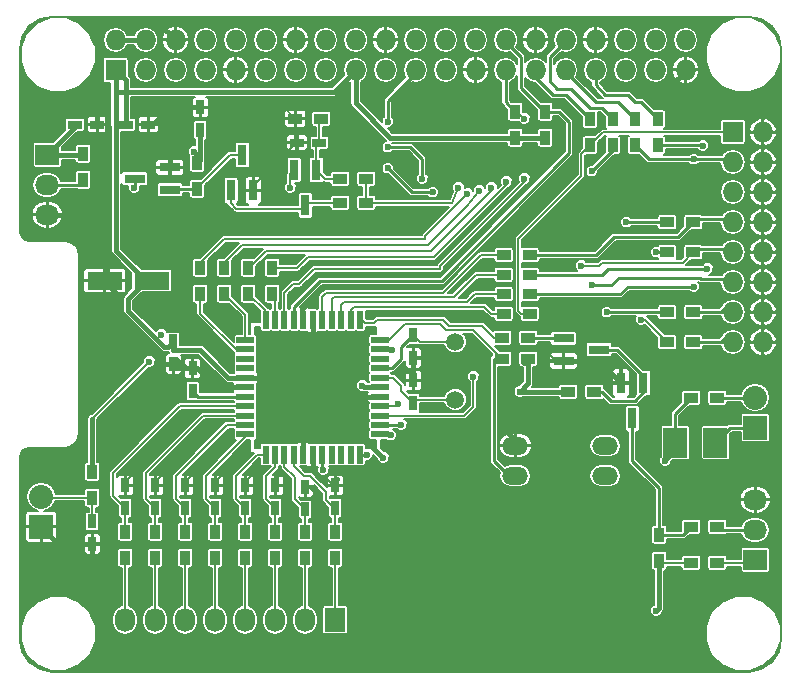
<source format=gtl>
G04 #@! TF.FileFunction,Copper,L1,Top,Signal*
%FSLAX46Y46*%
G04 Gerber Fmt 4.6, Leading zero omitted, Abs format (unit mm)*
G04 Created by KiCad (PCBNEW (2015-07-31 BZR 6030)-product) date lø. 01. aug. 2015 kl. 19.41 +0200*
%MOMM*%
G01*
G04 APERTURE LIST*
%ADD10C,0.100000*%
%ADD11R,1.727200X1.727200*%
%ADD12O,1.727200X1.727200*%
%ADD13R,1.500000X0.550000*%
%ADD14R,0.550000X1.500000*%
%ADD15R,0.750000X1.200000*%
%ADD16R,0.900000X1.200000*%
%ADD17R,1.200000X0.750000*%
%ADD18R,1.800860X0.800100*%
%ADD19R,1.200000X0.900000*%
%ADD20R,0.800100X1.800860*%
%ADD21R,2.000000X2.500000*%
%ADD22R,2.032000X2.032000*%
%ADD23O,2.032000X2.032000*%
%ADD24R,2.032000X1.727200*%
%ADD25O,2.032000X1.727200*%
%ADD26O,2.197100X1.498600*%
%ADD27O,2.194560X1.496060*%
%ADD28R,2.999740X1.501140*%
%ADD29C,1.501140*%
%ADD30R,1.727200X2.032000*%
%ADD31O,1.727200X2.032000*%
%ADD32C,0.600000*%
%ADD33C,0.400000*%
%ADD34C,0.200000*%
%ADD35C,0.152400*%
%ADD36C,0.250000*%
G04 APERTURE END LIST*
D10*
D11*
X66488000Y-61398000D03*
D12*
X66488000Y-58858000D03*
X69028000Y-61398000D03*
X69028000Y-58858000D03*
X71568000Y-61398000D03*
X71568000Y-58858000D03*
X74108000Y-61398000D03*
X74108000Y-58858000D03*
X76648000Y-61398000D03*
X76648000Y-58858000D03*
X79188000Y-61398000D03*
X79188000Y-58858000D03*
X81728000Y-61398000D03*
X81728000Y-58858000D03*
X84268000Y-61398000D03*
X84268000Y-58858000D03*
X86808000Y-61398000D03*
X86808000Y-58858000D03*
X89348000Y-61398000D03*
X89348000Y-58858000D03*
X91888000Y-61398000D03*
X91888000Y-58858000D03*
X94428000Y-61398000D03*
X94428000Y-58858000D03*
X96968000Y-61398000D03*
X96968000Y-58858000D03*
X99508000Y-61398000D03*
X99508000Y-58858000D03*
X102048000Y-61398000D03*
X102048000Y-58858000D03*
X104588000Y-61398000D03*
X104588000Y-58858000D03*
X107128000Y-61398000D03*
X107128000Y-58858000D03*
X109668000Y-61398000D03*
X109668000Y-58858000D03*
X112208000Y-61398000D03*
X112208000Y-58858000D03*
X114748000Y-61398000D03*
X114748000Y-58858000D03*
D13*
X88885000Y-92265000D03*
X88885000Y-91465000D03*
X88885000Y-90665000D03*
X88885000Y-89865000D03*
X88885000Y-89065000D03*
X88885000Y-88265000D03*
X88885000Y-87465000D03*
X88885000Y-86665000D03*
X88885000Y-85865000D03*
X88885000Y-85065000D03*
X88885000Y-84265000D03*
D14*
X87185000Y-82565000D03*
X86385000Y-82565000D03*
X85585000Y-82565000D03*
X84785000Y-82565000D03*
X83985000Y-82565000D03*
X83185000Y-82565000D03*
X82385000Y-82565000D03*
X81585000Y-82565000D03*
X80785000Y-82565000D03*
X79985000Y-82565000D03*
X79185000Y-82565000D03*
D13*
X77485000Y-84265000D03*
X77485000Y-85065000D03*
X77485000Y-85865000D03*
X77485000Y-86665000D03*
X77485000Y-87465000D03*
X77485000Y-88265000D03*
X77485000Y-89065000D03*
X77485000Y-89865000D03*
X77485000Y-90665000D03*
X77485000Y-91465000D03*
X77485000Y-92265000D03*
D14*
X79185000Y-93965000D03*
X79985000Y-93965000D03*
X80785000Y-93965000D03*
X81585000Y-93965000D03*
X82385000Y-93965000D03*
X83185000Y-93965000D03*
X83985000Y-93965000D03*
X84785000Y-93965000D03*
X85585000Y-93965000D03*
X86385000Y-93965000D03*
X87185000Y-93965000D03*
D15*
X85090000Y-96586000D03*
X85090000Y-98486000D03*
X82550000Y-96713000D03*
X82550000Y-98613000D03*
X80010000Y-96586000D03*
X80010000Y-98486000D03*
X77470000Y-96586000D03*
X77470000Y-98486000D03*
X74930000Y-96586000D03*
X74930000Y-98486000D03*
X72390000Y-96586000D03*
X72390000Y-98486000D03*
X69850000Y-96586000D03*
X69850000Y-98486000D03*
X67310000Y-96586000D03*
X67310000Y-98486000D03*
X91694000Y-89596000D03*
X91694000Y-87696000D03*
X91694000Y-83886000D03*
X91694000Y-85786000D03*
X73025000Y-86680000D03*
X73025000Y-88580000D03*
X71374000Y-86294000D03*
X71374000Y-84394000D03*
D16*
X85090000Y-102700000D03*
X85090000Y-100500000D03*
X80010000Y-102700000D03*
X80010000Y-100500000D03*
X74930000Y-102700000D03*
X74930000Y-100500000D03*
X69850000Y-102700000D03*
X69850000Y-100500000D03*
X82550000Y-102700000D03*
X82550000Y-100500000D03*
X77470000Y-102700000D03*
X77470000Y-100500000D03*
X72390000Y-102700000D03*
X72390000Y-100500000D03*
X67310000Y-102700000D03*
X67310000Y-100500000D03*
X102870000Y-64940000D03*
X102870000Y-67140000D03*
X100330000Y-64940000D03*
X100330000Y-67140000D03*
D17*
X81854000Y-67564000D03*
X83754000Y-67564000D03*
D18*
X71097140Y-71562000D03*
X71097140Y-69662000D03*
X68094860Y-70612000D03*
D16*
X63754000Y-70696000D03*
X63754000Y-68496000D03*
X73406000Y-71458000D03*
X73406000Y-69258000D03*
D19*
X85514000Y-72644000D03*
X87714000Y-72644000D03*
D20*
X76266000Y-71605140D03*
X78166000Y-71605140D03*
X77216000Y-68602860D03*
X83500000Y-69872860D03*
X81600000Y-69872860D03*
X82550000Y-72875140D03*
D19*
X85514000Y-70612000D03*
X87714000Y-70612000D03*
X81704000Y-65532000D03*
X83904000Y-65532000D03*
D21*
X117270000Y-92964000D03*
X113870000Y-92964000D03*
D22*
X120650000Y-91694000D03*
D23*
X120650000Y-89154000D03*
D24*
X120650000Y-102870000D03*
D25*
X120650000Y-100330000D03*
X120650000Y-97790000D03*
D20*
X111186000Y-87906860D03*
X109286000Y-87906860D03*
X110236000Y-90909140D03*
D18*
X104416860Y-84140000D03*
X104416860Y-86040000D03*
X107419140Y-85090000D03*
D19*
X117432000Y-89154000D03*
X115232000Y-89154000D03*
X101430000Y-85852000D03*
X99230000Y-85852000D03*
X117432000Y-100076000D03*
X115232000Y-100076000D03*
D16*
X112522000Y-100754000D03*
X112522000Y-102954000D03*
D19*
X107018000Y-88646000D03*
X104818000Y-88646000D03*
X101430000Y-84074000D03*
X99230000Y-84074000D03*
D24*
X60706000Y-68580000D03*
D25*
X60706000Y-71120000D03*
X60706000Y-73660000D03*
D16*
X106680000Y-67775000D03*
X106680000Y-65575000D03*
X110490000Y-67775000D03*
X110490000Y-65575000D03*
D19*
X101557000Y-82042000D03*
X99357000Y-82042000D03*
X101557000Y-80391000D03*
X99357000Y-80391000D03*
D16*
X112395000Y-67775000D03*
X112395000Y-65575000D03*
D19*
X115400000Y-74295000D03*
X113200000Y-74295000D03*
X115400000Y-76835000D03*
X113200000Y-76835000D03*
D16*
X108585000Y-67775000D03*
X108585000Y-65575000D03*
D19*
X115400000Y-81915000D03*
X113200000Y-81915000D03*
X115400000Y-84455000D03*
X113200000Y-84455000D03*
X101557000Y-78740000D03*
X99357000Y-78740000D03*
X101557000Y-77089000D03*
X99357000Y-77089000D03*
D17*
X63058000Y-66040000D03*
X64958000Y-66040000D03*
X67376000Y-66040000D03*
X69276000Y-66040000D03*
D26*
X107950000Y-95758000D03*
X107950000Y-93218000D03*
D27*
X100330000Y-93218000D03*
X100330000Y-95758000D03*
D28*
X65565020Y-79248000D03*
X69562980Y-79248000D03*
D15*
X73660000Y-66482000D03*
X73660000Y-64582000D03*
D19*
X117432000Y-103124000D03*
X115232000Y-103124000D03*
D29*
X95250000Y-89308940D03*
X95250000Y-84427060D03*
D15*
X64516000Y-99634000D03*
X64516000Y-101534000D03*
D16*
X64516000Y-97620000D03*
X64516000Y-95420000D03*
X79756000Y-80348000D03*
X79756000Y-78148000D03*
X77724000Y-80348000D03*
X77724000Y-78148000D03*
X75692000Y-80348000D03*
X75692000Y-78148000D03*
X73660000Y-80348000D03*
X73660000Y-78148000D03*
D11*
X118745000Y-66675000D03*
D12*
X121285000Y-66675000D03*
X118745000Y-69215000D03*
X121285000Y-69215000D03*
X118745000Y-71755000D03*
X121285000Y-71755000D03*
X118745000Y-74295000D03*
X121285000Y-74295000D03*
X118745000Y-76835000D03*
X121285000Y-76835000D03*
X118745000Y-79375000D03*
X121285000Y-79375000D03*
X118745000Y-81915000D03*
X121285000Y-81915000D03*
X118745000Y-84455000D03*
X121285000Y-84455000D03*
D30*
X85090000Y-107950000D03*
D31*
X82550000Y-107950000D03*
X80010000Y-107950000D03*
X77470000Y-107950000D03*
X74930000Y-107950000D03*
X72390000Y-107950000D03*
X69850000Y-107950000D03*
X67310000Y-107950000D03*
D22*
X60198000Y-100076000D03*
D23*
X60198000Y-97536000D03*
D32*
X83820000Y-105156000D03*
X81280000Y-105156000D03*
X78740000Y-105156000D03*
X76200000Y-105156000D03*
X73660000Y-105156000D03*
X71120000Y-105156000D03*
X68580000Y-105156000D03*
X66294000Y-105156000D03*
X99187000Y-75438000D03*
X100266500Y-74422000D03*
X102108000Y-72580500D03*
X101219000Y-73406000D03*
X81534000Y-78740000D03*
X81788000Y-80264000D03*
X80518000Y-95631000D03*
X83693000Y-97536000D03*
X66548000Y-93980000D03*
X64135000Y-86360000D03*
X66675000Y-86360000D03*
X68072000Y-95504000D03*
X70612000Y-95504000D03*
X73152000Y-95504000D03*
X75692000Y-95504000D03*
X78232000Y-95504000D03*
X90678000Y-86868000D03*
X110363000Y-62865000D03*
X87757000Y-68453000D03*
X104140000Y-64262000D03*
X104140000Y-66040000D03*
X95250000Y-70612000D03*
X93218000Y-70231000D03*
X91821000Y-69977000D03*
X87376000Y-88138000D03*
X65151000Y-63246000D03*
X82753200Y-81229200D03*
X88011000Y-82042000D03*
X71374000Y-64516000D03*
X76200000Y-88392000D03*
X83185000Y-95250000D03*
X70358000Y-83820000D03*
X69342000Y-86106000D03*
X89154000Y-94234000D03*
X100711000Y-88646000D03*
X89789000Y-92329000D03*
X93345000Y-71755000D03*
X89535000Y-69723000D03*
X92456000Y-70612000D03*
X89535000Y-67945000D03*
X89535000Y-65786000D03*
X90678000Y-91440000D03*
X96774000Y-87376000D03*
X87757000Y-93980000D03*
X90424000Y-89662000D03*
X101092000Y-65532000D03*
X101092000Y-70612000D03*
X73152000Y-68326000D03*
X112268000Y-107188000D03*
X113030000Y-94488000D03*
X81280000Y-71374000D03*
X89916000Y-85090000D03*
X84074000Y-95250000D03*
X95504000Y-71374000D03*
X68072000Y-71374000D03*
X109728000Y-74295000D03*
X108077000Y-81915000D03*
X112268000Y-76835000D03*
X110998000Y-82550000D03*
X115443000Y-68961000D03*
X115443000Y-79756000D03*
X116205000Y-67818000D03*
X116586000Y-78232000D03*
X99568000Y-70866000D03*
X105918000Y-77978000D03*
X98298000Y-71374000D03*
X106807000Y-79629000D03*
X106807000Y-69977000D03*
X97282000Y-71628000D03*
X96266000Y-71882000D03*
D33*
X64516000Y-101534000D02*
X64516000Y-103378000D01*
X64516000Y-103378000D02*
X66294000Y-105156000D01*
X64516000Y-101534000D02*
X61656000Y-101534000D01*
X61656000Y-101534000D02*
X60198000Y-100076000D01*
X83820000Y-105156000D02*
X83820000Y-104648000D01*
X81280000Y-105156000D02*
X81280000Y-104648000D01*
X78740000Y-105156000D02*
X78740000Y-104648000D01*
X76200000Y-105156000D02*
X76200000Y-104648000D01*
X73660000Y-105156000D02*
X73660000Y-104648000D01*
X71120000Y-105156000D02*
X71120000Y-104648000D01*
X68580000Y-105156000D02*
X68580000Y-104648000D01*
X66294000Y-105156000D02*
X66548000Y-104902000D01*
X66548000Y-104902000D02*
X66548000Y-104648000D01*
D34*
X100266500Y-74422000D02*
X99885500Y-75374500D01*
X99885500Y-75374500D02*
X99187000Y-75438000D01*
X101219000Y-73406000D02*
X100266500Y-74422000D01*
X102108000Y-72580500D02*
X101473000Y-73406000D01*
X101473000Y-73406000D02*
X101219000Y-73406000D01*
X104140000Y-66040000D02*
X104140000Y-67818000D01*
X104140000Y-67818000D02*
X102108000Y-69850000D01*
X102108000Y-69850000D02*
X100838000Y-69850000D01*
X100838000Y-69850000D02*
X100330000Y-70358000D01*
X100330000Y-70358000D02*
X100330000Y-71129628D01*
X100330000Y-71129628D02*
X93735628Y-77724000D01*
X93735628Y-77724000D02*
X83058000Y-77724000D01*
X83058000Y-77724000D02*
X82042000Y-78740000D01*
X82042000Y-78740000D02*
X81534000Y-78740000D01*
X104394000Y-66294000D02*
X104140000Y-66040000D01*
X104394000Y-68326000D02*
X104394000Y-66294000D01*
X93980000Y-78740000D02*
X104394000Y-68326000D01*
X83566000Y-78740000D02*
X93980000Y-78740000D01*
X82296000Y-80010000D02*
X83566000Y-78740000D01*
X82042000Y-80010000D02*
X82296000Y-80010000D01*
X81788000Y-80264000D02*
X82042000Y-80010000D01*
X73660000Y-64582000D02*
X80754000Y-64582000D01*
X80754000Y-64582000D02*
X81704000Y-65532000D01*
X78166000Y-71605140D02*
X78166000Y-71252000D01*
X78166000Y-71252000D02*
X81704000Y-67714000D01*
X81704000Y-67714000D02*
X81704000Y-65532000D01*
X80518000Y-95631000D02*
X80010000Y-96139000D01*
X80010000Y-96139000D02*
X80010000Y-96586000D01*
X82550000Y-96713000D02*
X82870000Y-96713000D01*
X82870000Y-96713000D02*
X83693000Y-97536000D01*
X85217000Y-96012000D02*
X85217000Y-96586000D01*
X85217000Y-96586000D02*
X85090000Y-96713000D01*
X83185000Y-95250000D02*
X83820000Y-95885000D01*
X83820000Y-95885000D02*
X84262000Y-95885000D01*
X84262000Y-95885000D02*
X85090000Y-96713000D01*
X85090000Y-96713000D02*
X85090000Y-96012000D01*
D33*
X85090000Y-96012000D02*
X85217000Y-96012000D01*
D34*
X66548000Y-93980000D02*
X66040000Y-93980000D01*
X66675000Y-86360000D02*
X64135000Y-86360000D01*
X68072000Y-95504000D02*
X67310000Y-96266000D01*
X67310000Y-96266000D02*
X67310000Y-96586000D01*
X70612000Y-95504000D02*
X69850000Y-96266000D01*
X69850000Y-96266000D02*
X69850000Y-96586000D01*
X73152000Y-95504000D02*
X72390000Y-96266000D01*
X72390000Y-96266000D02*
X72390000Y-96586000D01*
X75692000Y-95504000D02*
X74930000Y-96266000D01*
X74930000Y-96266000D02*
X74930000Y-96586000D01*
X80010000Y-96586000D02*
X80010000Y-96266000D01*
X78232000Y-95504000D02*
X77470000Y-96266000D01*
X77470000Y-96266000D02*
X77470000Y-96586000D01*
D33*
X91694000Y-86868000D02*
X90678000Y-86868000D01*
X114748000Y-61398000D02*
X114748000Y-61464500D01*
X114748000Y-61464500D02*
X113347500Y-62865000D01*
X113347500Y-62865000D02*
X110363000Y-62865000D01*
X87757000Y-68453000D02*
X87503000Y-68326000D01*
X87503000Y-68326000D02*
X87503000Y-68262500D01*
X87503000Y-68262500D02*
X87503000Y-68326000D01*
D34*
X82804000Y-81026000D02*
X84074000Y-79756000D01*
X84074000Y-79756000D02*
X94132728Y-79756000D01*
X94132728Y-79756000D02*
X105410000Y-68478728D01*
X105410000Y-68478728D02*
X105410000Y-65532000D01*
X105410000Y-65532000D02*
X104140000Y-64262000D01*
X82804000Y-81195333D02*
X82804000Y-81026000D01*
X104416860Y-86040000D02*
X103820000Y-86040000D01*
X103820000Y-86040000D02*
X102768400Y-84988400D01*
X102768400Y-84988400D02*
X100330000Y-84988400D01*
D33*
X93599000Y-70612000D02*
X95250000Y-70612000D01*
X93218000Y-70231000D02*
X93599000Y-70612000D01*
X90805000Y-68961000D02*
X91821000Y-69977000D01*
X88011000Y-68453000D02*
X90805000Y-68961000D01*
X87884000Y-68326000D02*
X88011000Y-68453000D01*
X87503000Y-68326000D02*
X87884000Y-68326000D01*
X104416860Y-86040000D02*
X105598000Y-86040000D01*
X105598000Y-86040000D02*
X106680000Y-87122000D01*
X106680000Y-87122000D02*
X108501140Y-87122000D01*
X108501140Y-87122000D02*
X109286000Y-87906860D01*
X82753200Y-81229200D02*
X82804000Y-81195333D01*
X82804000Y-81195333D02*
X82296000Y-81534000D01*
X82296000Y-81534000D02*
X82296000Y-82476000D01*
X82296000Y-82476000D02*
X82385000Y-82565000D01*
X100330000Y-83058000D02*
X100330000Y-84988400D01*
X100330000Y-84988400D02*
X100330000Y-84836000D01*
X60706000Y-73660000D02*
X65786000Y-73660000D01*
X91694000Y-85786000D02*
X91694000Y-86868000D01*
X91694000Y-86868000D02*
X91694000Y-87696000D01*
X87503000Y-88265000D02*
X88885000Y-88265000D01*
X87376000Y-88138000D02*
X87503000Y-88265000D01*
X73025000Y-86680000D02*
X71760000Y-86680000D01*
X71760000Y-86680000D02*
X71374000Y-86294000D01*
X73025000Y-86680000D02*
X72456000Y-86680000D01*
X70114000Y-57404000D02*
X71568000Y-58858000D01*
X65278000Y-57404000D02*
X70114000Y-57404000D01*
X65024000Y-57658000D02*
X65278000Y-57404000D01*
X65024000Y-62484000D02*
X65024000Y-57658000D01*
X65786000Y-63246000D02*
X65024000Y-62484000D01*
X65786000Y-64008000D02*
X65786000Y-63246000D01*
X65786000Y-73660000D02*
X65786000Y-64008000D01*
X72456000Y-86680000D02*
X71628000Y-85852000D01*
X77485000Y-88265000D02*
X74930000Y-88265000D01*
X74930000Y-88265000D02*
X73345000Y-86680000D01*
X73345000Y-86680000D02*
X73025000Y-86680000D01*
X65151000Y-63246000D02*
X65786000Y-63881000D01*
X65786000Y-63881000D02*
X65659000Y-64008000D01*
X65659000Y-64008000D02*
X65786000Y-64008000D01*
X100457000Y-83058000D02*
X100457000Y-82550000D01*
X100457000Y-83058000D02*
X100457000Y-83058000D01*
X98552000Y-83058000D02*
X100457000Y-83058000D01*
X98044000Y-82550000D02*
X98552000Y-83058000D01*
X95123000Y-82550000D02*
X98044000Y-82550000D01*
X94488000Y-81915000D02*
X95123000Y-82550000D01*
X88138000Y-81915000D02*
X94488000Y-81915000D01*
X88011000Y-82042000D02*
X88138000Y-81915000D01*
X100330000Y-82550000D02*
X100457000Y-82550000D01*
X100457000Y-82677000D02*
X100330000Y-82550000D01*
X100457000Y-82931000D02*
X100457000Y-82677000D01*
X100330000Y-83058000D02*
X100457000Y-82931000D01*
X64958000Y-63439000D02*
X65151000Y-63246000D01*
X64958000Y-66040000D02*
X64958000Y-63439000D01*
X69596000Y-66040000D02*
X69276000Y-66040000D01*
X71097140Y-64538860D02*
X69596000Y-66040000D01*
X71097140Y-64770000D02*
X71097140Y-64538860D01*
X71097140Y-69662000D02*
X71097140Y-64770000D01*
X71120000Y-64770000D02*
X71374000Y-64516000D01*
X71097140Y-64770000D02*
X71120000Y-64770000D01*
X100330000Y-86614000D02*
X100330000Y-84836000D01*
X99060000Y-87884000D02*
X100330000Y-86614000D01*
X99060000Y-91440000D02*
X99060000Y-87884000D01*
X100330000Y-92710000D02*
X99060000Y-91440000D01*
X100330000Y-93218000D02*
X100330000Y-92710000D01*
X76327000Y-88265000D02*
X77485000Y-88265000D01*
X76200000Y-88392000D02*
X76327000Y-88265000D01*
X83185000Y-93965000D02*
X83185000Y-95250000D01*
X114748000Y-61398000D02*
X114497000Y-61398000D01*
X73594000Y-64516000D02*
X73660000Y-64582000D01*
X71374000Y-64516000D02*
X73594000Y-64516000D01*
X65786000Y-79027020D02*
X65565020Y-79248000D01*
X65786000Y-73660000D02*
X65786000Y-79027020D01*
X66548000Y-80264000D02*
X66548000Y-82296000D01*
X66548000Y-82296000D02*
X70546000Y-86294000D01*
X70546000Y-86294000D02*
X71374000Y-86294000D01*
X65565020Y-79281020D02*
X66548000Y-80264000D01*
X65565020Y-79248000D02*
X65565020Y-79281020D01*
D35*
X64432000Y-101600000D02*
X64516000Y-101684000D01*
D33*
X64516000Y-95420000D02*
X64516000Y-90932000D01*
D34*
X70104000Y-84074000D02*
X70104000Y-84328000D01*
X69977000Y-84201000D02*
X70104000Y-84074000D01*
X70358000Y-83820000D02*
X69977000Y-84201000D01*
X64516000Y-90932000D02*
X69342000Y-86106000D01*
X71374000Y-84074000D02*
X71374000Y-84394000D01*
D33*
X100711000Y-88646000D02*
X104818000Y-88646000D01*
X82296000Y-89662000D02*
X84582000Y-89662000D01*
X84582000Y-89662000D02*
X89154000Y-94234000D01*
X101430000Y-87927000D02*
X101430000Y-85852000D01*
X100711000Y-88646000D02*
X101430000Y-87927000D01*
X77485000Y-87465000D02*
X84671000Y-87465000D01*
X86271000Y-89065000D02*
X88885000Y-89065000D01*
X86233000Y-89027000D02*
X86271000Y-89065000D01*
X84671000Y-87465000D02*
X86233000Y-89027000D01*
X80175000Y-87465000D02*
X80175000Y-87541000D01*
X82385000Y-89751000D02*
X82385000Y-93965000D01*
X82296000Y-89662000D02*
X82385000Y-89751000D01*
X80175000Y-87541000D02*
X82296000Y-89662000D01*
X77485000Y-87465000D02*
X80175000Y-87465000D01*
X83185000Y-84455000D02*
X83185000Y-82565000D01*
X80175000Y-87465000D02*
X83185000Y-84455000D01*
X71374000Y-84394000D02*
X71374000Y-85090000D01*
X77485000Y-87465000D02*
X76035000Y-87465000D01*
X66488000Y-63246000D02*
X66488000Y-61398000D01*
X66488000Y-66040000D02*
X66488000Y-63246000D01*
X73660000Y-85090000D02*
X71374000Y-85090000D01*
X76035000Y-87465000D02*
X74930000Y-86360000D01*
X74930000Y-86360000D02*
X73660000Y-85090000D01*
X84963000Y-63246000D02*
X66488000Y-63246000D01*
X86808000Y-61401000D02*
X84963000Y-63246000D01*
X86808000Y-61398000D02*
X86808000Y-61401000D01*
X86808000Y-64202000D02*
X89746000Y-67140000D01*
X89746000Y-67140000D02*
X100330000Y-67140000D01*
X86808000Y-61398000D02*
X86808000Y-64202000D01*
X100330000Y-67140000D02*
X102870000Y-67140000D01*
X101430000Y-86022000D02*
X101430000Y-85852000D01*
X67376000Y-62286000D02*
X66488000Y-61398000D01*
X67376000Y-66040000D02*
X67376000Y-62286000D01*
X66548000Y-66040000D02*
X66488000Y-66040000D01*
X66488000Y-66040000D02*
X66548000Y-66040000D01*
X67376000Y-66040000D02*
X66488000Y-66040000D01*
X101092000Y-86190000D02*
X101430000Y-85852000D01*
X66548000Y-76708000D02*
X69088000Y-79248000D01*
X66548000Y-66040000D02*
X66548000Y-76708000D01*
X67564000Y-80772000D02*
X67564000Y-81788000D01*
X67564000Y-81788000D02*
X70104000Y-84328000D01*
X70104000Y-84328000D02*
X70612000Y-84836000D01*
X70612000Y-84836000D02*
X70932000Y-84836000D01*
X70932000Y-84836000D02*
X71374000Y-84394000D01*
X69088000Y-79248000D02*
X67564000Y-80772000D01*
X69562980Y-79248000D02*
X69088000Y-79248000D01*
D36*
X89725000Y-92265000D02*
X88885000Y-92265000D01*
X89789000Y-92329000D02*
X89725000Y-92265000D01*
X91567000Y-71755000D02*
X93345000Y-71755000D01*
X89535000Y-69723000D02*
X91567000Y-71755000D01*
X92456000Y-68961000D02*
X92456000Y-70612000D01*
X91440000Y-67945000D02*
X92456000Y-68961000D01*
X89535000Y-67945000D02*
X91440000Y-67945000D01*
X89535000Y-64008000D02*
X89535000Y-65786000D01*
X91888000Y-61655000D02*
X89535000Y-64008000D01*
X91888000Y-61398000D02*
X91888000Y-61655000D01*
X90653000Y-91465000D02*
X88885000Y-91465000D01*
X90678000Y-91440000D02*
X90653000Y-91465000D01*
D35*
X88885000Y-90665000D02*
X96025000Y-90665000D01*
X96774000Y-89916000D02*
X96774000Y-87376000D01*
X96025000Y-90665000D02*
X96774000Y-89916000D01*
D36*
X87742000Y-93965000D02*
X87757000Y-93980000D01*
X87185000Y-93965000D02*
X87742000Y-93965000D01*
D34*
X85090000Y-98613000D02*
X85090000Y-100500000D01*
X81585000Y-93965000D02*
X81585000Y-94920000D01*
X84328000Y-97851000D02*
X85090000Y-98613000D01*
X84328000Y-97155000D02*
X84328000Y-97851000D01*
X82931000Y-95758000D02*
X84328000Y-97155000D01*
X82423000Y-95758000D02*
X82931000Y-95758000D01*
X81585000Y-94920000D02*
X82423000Y-95758000D01*
X85090000Y-98618000D02*
X85156000Y-98552000D01*
X85006000Y-100500000D02*
X85090000Y-100500000D01*
X85090000Y-100330000D02*
X85090000Y-100500000D01*
X82550000Y-98613000D02*
X82550000Y-100500000D01*
X80785000Y-93965000D02*
X80785000Y-95009000D01*
X81661000Y-97724000D02*
X82550000Y-98613000D01*
X81661000Y-95885000D02*
X81661000Y-97724000D01*
X80785000Y-95009000D02*
X81661000Y-95885000D01*
X80010000Y-98486000D02*
X80010000Y-100500000D01*
X79985000Y-93965000D02*
X79985000Y-95021000D01*
X79248000Y-97724000D02*
X80010000Y-98486000D01*
X79248000Y-95758000D02*
X79248000Y-97724000D01*
X79985000Y-95021000D02*
X79248000Y-95758000D01*
X77470000Y-98486000D02*
X77470000Y-100500000D01*
X79185000Y-93965000D02*
X78501000Y-93965000D01*
X76708000Y-97724000D02*
X77470000Y-98486000D01*
X76708000Y-95758000D02*
X76708000Y-97724000D01*
X78501000Y-93965000D02*
X76708000Y-95758000D01*
X74930000Y-98486000D02*
X74930000Y-100500000D01*
X77485000Y-92265000D02*
X77485000Y-92441000D01*
X77485000Y-92441000D02*
X74168000Y-95758000D01*
X74168000Y-95758000D02*
X74168000Y-97724000D01*
X74168000Y-97724000D02*
X74930000Y-98486000D01*
X72390000Y-98486000D02*
X72390000Y-100500000D01*
X77485000Y-91465000D02*
X75921000Y-91465000D01*
X71628000Y-97724000D02*
X72390000Y-98486000D01*
X71628000Y-95758000D02*
X71628000Y-97724000D01*
X75921000Y-91465000D02*
X71628000Y-95758000D01*
X69850000Y-100500000D02*
X69850000Y-98486000D01*
X77485000Y-90665000D02*
X73927000Y-90665000D01*
X69088000Y-97724000D02*
X69850000Y-98486000D01*
X69088000Y-95504000D02*
X69088000Y-97724000D01*
X73927000Y-90665000D02*
X69088000Y-95504000D01*
X67310000Y-100500000D02*
X67310000Y-98486000D01*
X77485000Y-89865000D02*
X71933000Y-89865000D01*
X66294000Y-97470000D02*
X67310000Y-98486000D01*
X66294000Y-95504000D02*
X66294000Y-97470000D01*
X71933000Y-89865000D02*
X66294000Y-95504000D01*
D35*
X95250000Y-89308940D02*
X91981060Y-89308940D01*
X91981060Y-89308940D02*
X91694000Y-89596000D01*
D34*
X88885000Y-87465000D02*
X90005000Y-87465000D01*
X90678000Y-88580000D02*
X91694000Y-89596000D01*
X90678000Y-88138000D02*
X90678000Y-88580000D01*
X90005000Y-87465000D02*
X90678000Y-88138000D01*
D36*
X91694000Y-89596000D02*
X91760000Y-89596000D01*
X88885000Y-87465000D02*
X89497000Y-87465000D01*
X91628000Y-89596000D02*
X91694000Y-89596000D01*
D35*
X95250000Y-84427060D02*
X92235060Y-84427060D01*
X92235060Y-84427060D02*
X91694000Y-83886000D01*
D36*
X91694000Y-83886000D02*
X91760000Y-83886000D01*
X88885000Y-86665000D02*
X89865000Y-86665000D01*
X90678000Y-84902000D02*
X91694000Y-83886000D01*
X90678000Y-85852000D02*
X90678000Y-84902000D01*
X89865000Y-86665000D02*
X90678000Y-85852000D01*
X77485000Y-89065000D02*
X73510000Y-89065000D01*
X73510000Y-89065000D02*
X73025000Y-88580000D01*
D34*
X88885000Y-89865000D02*
X90221000Y-89865000D01*
X90221000Y-89865000D02*
X90424000Y-89662000D01*
D36*
X100838000Y-62908000D02*
X102870000Y-64940000D01*
X100838000Y-60325000D02*
X100838000Y-62908000D01*
X99508000Y-58995000D02*
X100838000Y-60325000D01*
X99508000Y-58858000D02*
X99508000Y-58995000D01*
X104056000Y-64940000D02*
X102870000Y-64940000D01*
X104902000Y-65786000D02*
X104056000Y-64940000D01*
X104902000Y-68453000D02*
X104902000Y-65786000D01*
X94107000Y-79248000D02*
X104902000Y-68453000D01*
X83820000Y-79248000D02*
X94107000Y-79248000D01*
X81585000Y-81483000D02*
X83820000Y-79248000D01*
X81585000Y-82565000D02*
X81585000Y-81483000D01*
D34*
X93980000Y-78232000D02*
X93980000Y-77978000D01*
X80785000Y-80251000D02*
X81534000Y-79502000D01*
X81534000Y-79502000D02*
X82042000Y-79502000D01*
X82042000Y-79502000D02*
X83312000Y-78232000D01*
X83312000Y-78232000D02*
X93980000Y-78232000D01*
X80785000Y-82565000D02*
X80785000Y-80251000D01*
X101092000Y-65532000D02*
X100500000Y-64940000D01*
X101092000Y-70866000D02*
X101092000Y-70612000D01*
X93980000Y-77978000D02*
X101092000Y-70866000D01*
X100500000Y-64940000D02*
X100330000Y-64940000D01*
D36*
X99508000Y-64118000D02*
X100330000Y-64940000D01*
X99508000Y-61398000D02*
X99508000Y-64118000D01*
X100330000Y-64940000D02*
X100330000Y-65024000D01*
D33*
X112606000Y-102870000D02*
X112522000Y-102954000D01*
X73406000Y-69258000D02*
X73406000Y-68580000D01*
X73406000Y-68580000D02*
X73152000Y-68326000D01*
X60706000Y-68580000D02*
X63670000Y-68580000D01*
X63670000Y-68580000D02*
X63754000Y-68496000D01*
X66488000Y-58858000D02*
X69028000Y-58858000D01*
X63058000Y-66228000D02*
X60706000Y-68580000D01*
X63058000Y-66040000D02*
X63058000Y-66228000D01*
D34*
X112692000Y-103124000D02*
X112522000Y-102954000D01*
X115232000Y-103124000D02*
X112692000Y-103124000D01*
D33*
X73660000Y-69004000D02*
X73406000Y-69258000D01*
X73660000Y-66482000D02*
X73660000Y-69004000D01*
X112268000Y-107188000D02*
X112522000Y-106934000D01*
X112522000Y-106934000D02*
X112522000Y-102954000D01*
D34*
X83754000Y-67564000D02*
X83754000Y-65682000D01*
X83754000Y-65682000D02*
X83904000Y-65532000D01*
X83500000Y-69872860D02*
X83500000Y-67818000D01*
X83500000Y-67818000D02*
X83754000Y-67564000D01*
X85514000Y-70612000D02*
X84239140Y-70612000D01*
X84239140Y-70612000D02*
X83500000Y-69872860D01*
X76266000Y-71605140D02*
X76266000Y-72710000D01*
X76708000Y-73152000D02*
X82273140Y-73152000D01*
X76266000Y-72710000D02*
X76708000Y-73152000D01*
X82273140Y-73152000D02*
X82550000Y-72875140D01*
X85514000Y-72644000D02*
X82781140Y-72644000D01*
X82781140Y-72644000D02*
X82550000Y-72875140D01*
D36*
X120650000Y-91694000D02*
X118540000Y-91694000D01*
X118540000Y-91694000D02*
X117270000Y-92964000D01*
X113870000Y-92964000D02*
X113870000Y-90516000D01*
X113870000Y-90516000D02*
X115232000Y-89154000D01*
X113870000Y-93648000D02*
X113870000Y-92964000D01*
X113030000Y-94488000D02*
X113870000Y-93648000D01*
D34*
X88885000Y-84265000D02*
X89632902Y-84265000D01*
X89632902Y-84265000D02*
X90966902Y-82931000D01*
X96788402Y-83410402D02*
X99230000Y-85852000D01*
X94459402Y-83410402D02*
X96788402Y-83410402D01*
X93980000Y-82931000D02*
X94459402Y-83410402D01*
X90966902Y-82931000D02*
X93980000Y-82931000D01*
X88885000Y-84265000D02*
X88885000Y-84089000D01*
X98552000Y-85852000D02*
X99230000Y-85852000D01*
D36*
X98552000Y-85852000D02*
X99230000Y-85852000D01*
X99230000Y-85852000D02*
X99441000Y-85852000D01*
X98552000Y-94488000D02*
X98552000Y-85852000D01*
X99822000Y-95758000D02*
X98552000Y-94488000D01*
X100330000Y-95758000D02*
X99822000Y-95758000D01*
D34*
X87185000Y-82565000D02*
X87391000Y-82565000D01*
X87391000Y-82565000D02*
X87630000Y-82804000D01*
X98552000Y-84074000D02*
X99230000Y-84074000D01*
X97536000Y-83058000D02*
X98552000Y-84074000D01*
X94742000Y-83058000D02*
X97536000Y-83058000D01*
X94234000Y-82550000D02*
X94742000Y-83058000D01*
X88646000Y-82550000D02*
X94234000Y-82550000D01*
X88392000Y-82804000D02*
X88646000Y-82550000D01*
X87630000Y-82804000D02*
X88392000Y-82804000D01*
D36*
X98806000Y-84074000D02*
X99230000Y-84074000D01*
X120650000Y-89154000D02*
X117432000Y-89154000D01*
X117178000Y-100330000D02*
X120650000Y-100330000D01*
X111186000Y-87906860D02*
X111186000Y-87310000D01*
X111186000Y-87310000D02*
X108966000Y-85090000D01*
X108966000Y-85090000D02*
X107419140Y-85090000D01*
X107018000Y-88646000D02*
X107696000Y-88646000D01*
X107696000Y-88646000D02*
X108458000Y-89408000D01*
X108458000Y-89408000D02*
X110490000Y-89408000D01*
X110490000Y-89408000D02*
X111186000Y-88712000D01*
X111186000Y-88712000D02*
X111186000Y-87906860D01*
X112522000Y-100754000D02*
X112522000Y-96774000D01*
X112522000Y-96774000D02*
X110236000Y-94488000D01*
X110236000Y-94488000D02*
X110236000Y-90909140D01*
X112522000Y-100754000D02*
X114554000Y-100754000D01*
X114554000Y-100754000D02*
X114978000Y-100330000D01*
X101430000Y-84074000D02*
X104350860Y-84074000D01*
X104350860Y-84074000D02*
X104416860Y-84140000D01*
D34*
X81280000Y-70192860D02*
X81280000Y-71374000D01*
D36*
X89891000Y-85065000D02*
X89916000Y-85090000D01*
X89891000Y-85065000D02*
X88885000Y-85065000D01*
D34*
X81280000Y-70192860D02*
X81600000Y-69872860D01*
D36*
X104605000Y-63500000D02*
X106680000Y-65575000D01*
X103505000Y-63500000D02*
X104605000Y-63500000D01*
X102048000Y-62043000D02*
X103505000Y-63500000D01*
X102048000Y-61398000D02*
X102048000Y-62043000D01*
D34*
X87714000Y-72644000D02*
X94996000Y-72644000D01*
X94996000Y-72644000D02*
X95504000Y-71374000D01*
X87714000Y-72644000D02*
X87714000Y-70612000D01*
D36*
X83985000Y-95161000D02*
X84074000Y-95250000D01*
X83985000Y-95161000D02*
X83985000Y-93965000D01*
X68094860Y-70612000D02*
X68094860Y-71351140D01*
X68094860Y-71351140D02*
X68072000Y-71374000D01*
X60706000Y-71120000D02*
X63330000Y-71120000D01*
X63330000Y-71120000D02*
X63754000Y-70696000D01*
D34*
X73406000Y-71458000D02*
X73406000Y-71374000D01*
X73406000Y-71374000D02*
X76177140Y-68602860D01*
X76177140Y-68602860D02*
X77216000Y-68602860D01*
D36*
X73406000Y-71458000D02*
X71201140Y-71458000D01*
X71201140Y-71458000D02*
X71097140Y-71562000D01*
X73467140Y-71396860D02*
X73406000Y-71458000D01*
D34*
X86385000Y-82565000D02*
X86385000Y-81763000D01*
X98298000Y-82042000D02*
X99357000Y-82042000D01*
X97718598Y-81462598D02*
X98298000Y-82042000D01*
X86685402Y-81462598D02*
X97718598Y-81462598D01*
X86385000Y-81763000D02*
X86685402Y-81462598D01*
D36*
X86385000Y-82565000D02*
X86385000Y-81890000D01*
D34*
X85585000Y-82565000D02*
X85585000Y-81293000D01*
X96901000Y-80391000D02*
X99357000Y-80391000D01*
X96266000Y-81026000D02*
X96901000Y-80391000D01*
X85852000Y-81026000D02*
X96266000Y-81026000D01*
X85585000Y-81293000D02*
X85852000Y-81026000D01*
X84785000Y-82565000D02*
X84785000Y-80823000D01*
X97028000Y-78740000D02*
X99357000Y-78740000D01*
X95151598Y-80616402D02*
X97028000Y-78740000D01*
X84991598Y-80616402D02*
X95151598Y-80616402D01*
X84785000Y-80823000D02*
X84991598Y-80616402D01*
X83985000Y-82565000D02*
X83985000Y-80607000D01*
X83985000Y-80607000D02*
X84328000Y-80264000D01*
X84328000Y-80264000D02*
X94234000Y-80264000D01*
X94234000Y-80264000D02*
X97409000Y-77089000D01*
X97409000Y-77089000D02*
X99357000Y-77089000D01*
D36*
X109050000Y-64135000D02*
X110490000Y-65575000D01*
X107188000Y-64135000D02*
X109050000Y-64135000D01*
X104588000Y-61535000D02*
X107188000Y-64135000D01*
X104588000Y-61398000D02*
X104588000Y-61535000D01*
X107653000Y-64643000D02*
X108585000Y-65575000D01*
X106680000Y-64643000D02*
X107653000Y-64643000D01*
X105029000Y-62992000D02*
X106680000Y-64643000D01*
X103886000Y-62992000D02*
X105029000Y-62992000D01*
X103251000Y-62357000D02*
X103886000Y-62992000D01*
X103251000Y-60325000D02*
X103251000Y-62357000D01*
X104588000Y-58988000D02*
X103251000Y-60325000D01*
X104588000Y-58858000D02*
X104588000Y-58988000D01*
X110955000Y-64135000D02*
X112395000Y-65575000D01*
X110490000Y-64135000D02*
X110955000Y-64135000D01*
X109855000Y-63500000D02*
X110490000Y-64135000D01*
X107950000Y-63500000D02*
X109855000Y-63500000D01*
X107128000Y-62678000D02*
X107950000Y-63500000D01*
X107128000Y-61398000D02*
X107128000Y-62678000D01*
X109728000Y-74295000D02*
X113200000Y-74295000D01*
X108077000Y-81915000D02*
X113200000Y-81915000D01*
X112268000Y-76835000D02*
X113200000Y-76835000D01*
D34*
X110998000Y-82550000D02*
X111295000Y-82550000D01*
X111295000Y-82550000D02*
X113200000Y-84455000D01*
X79985000Y-82565000D02*
X79985000Y-80577000D01*
X79985000Y-80577000D02*
X79756000Y-80348000D01*
X79185000Y-82565000D02*
X79185000Y-81809000D01*
X79185000Y-81809000D02*
X77724000Y-80348000D01*
X77485000Y-84265000D02*
X77485000Y-82141000D01*
X77485000Y-82141000D02*
X75692000Y-80348000D01*
X77485000Y-85065000D02*
X76683000Y-85065000D01*
X76683000Y-85065000D02*
X73660000Y-82042000D01*
X73660000Y-82042000D02*
X73660000Y-80348000D01*
X120396000Y-103124000D02*
X120650000Y-102870000D01*
X117432000Y-103124000D02*
X120396000Y-103124000D01*
D35*
X64516000Y-97620000D02*
X60282000Y-97620000D01*
X60282000Y-97620000D02*
X60198000Y-97536000D01*
X64516000Y-97620000D02*
X64516000Y-99634000D01*
X101557000Y-82042000D02*
X100838000Y-82042000D01*
X100838000Y-82042000D02*
X100584000Y-81788000D01*
X100584000Y-81788000D02*
X100584000Y-75692000D01*
X100584000Y-75692000D02*
X105918000Y-70358000D01*
X105918000Y-70358000D02*
X105918000Y-68537000D01*
X105918000Y-68537000D02*
X106680000Y-67775000D01*
X118745000Y-66675000D02*
X107780000Y-66675000D01*
X107780000Y-66675000D02*
X106680000Y-67775000D01*
D36*
X106680000Y-67775000D02*
X106723000Y-67775000D01*
X111655000Y-68940000D02*
X110490000Y-67775000D01*
X118000000Y-68940000D02*
X111655000Y-68940000D01*
X115464000Y-68940000D02*
X118000000Y-68940000D01*
X115443000Y-68961000D02*
X115464000Y-68940000D01*
X109855000Y-79756000D02*
X115443000Y-79756000D01*
X109220000Y-80391000D02*
X109855000Y-79756000D01*
X101557000Y-80391000D02*
X109220000Y-80391000D01*
X116162000Y-67775000D02*
X116205000Y-67818000D01*
X112395000Y-67775000D02*
X116162000Y-67775000D01*
X108204000Y-78232000D02*
X116586000Y-78232000D01*
X107696000Y-78740000D02*
X108204000Y-78232000D01*
X101557000Y-78740000D02*
X107696000Y-78740000D01*
X115675000Y-74020000D02*
X115400000Y-74295000D01*
X118000000Y-74020000D02*
X115675000Y-74020000D01*
X114130000Y-75565000D02*
X115400000Y-74295000D01*
X108712000Y-75565000D02*
X114130000Y-75565000D01*
X107188000Y-77089000D02*
X108712000Y-75565000D01*
X101557000Y-77089000D02*
X107188000Y-77089000D01*
D34*
X79756000Y-78148000D02*
X81872000Y-78148000D01*
X81872000Y-78148000D02*
X82804000Y-77216000D01*
X82804000Y-77216000D02*
X93472000Y-77216000D01*
X93472000Y-77216000D02*
X99568000Y-71120000D01*
X99568000Y-71120000D02*
X99568000Y-70866000D01*
X105918000Y-77978000D02*
X106934000Y-77978000D01*
X106934000Y-77978000D02*
X107442000Y-77978000D01*
X107442000Y-77978000D02*
X107696000Y-77724000D01*
X107696000Y-77724000D02*
X114511000Y-77724000D01*
X114511000Y-77724000D02*
X115400000Y-76835000D01*
D36*
X115675000Y-76560000D02*
X115400000Y-76835000D01*
X118000000Y-76560000D02*
X115675000Y-76560000D01*
D34*
X77724000Y-78148000D02*
X77808000Y-78148000D01*
X77808000Y-78148000D02*
X79248000Y-76708000D01*
X79248000Y-76708000D02*
X93218000Y-76708000D01*
X93218000Y-76708000D02*
X98298000Y-71628000D01*
X98298000Y-71628000D02*
X98298000Y-71374000D01*
D36*
X108585000Y-68199000D02*
X108585000Y-67775000D01*
X116057000Y-79100000D02*
X115951000Y-78994000D01*
X115951000Y-78994000D02*
X109093000Y-78994000D01*
X109093000Y-78994000D02*
X108458000Y-79629000D01*
X108458000Y-79629000D02*
X106807000Y-79629000D01*
X106807000Y-69977000D02*
X108585000Y-68199000D01*
X118000000Y-79100000D02*
X116057000Y-79100000D01*
D34*
X75692000Y-78148000D02*
X75692000Y-77724000D01*
X75692000Y-77724000D02*
X77216000Y-76200000D01*
X77216000Y-76200000D02*
X92964000Y-76200000D01*
X92964000Y-76200000D02*
X96266000Y-72898000D01*
X96266000Y-72898000D02*
X97282000Y-71628000D01*
X115400000Y-81958000D02*
X115400000Y-81915000D01*
D36*
X117725000Y-81915000D02*
X118000000Y-81640000D01*
X115400000Y-81915000D02*
X117725000Y-81915000D01*
D34*
X92710000Y-75692000D02*
X92710000Y-75438000D01*
X92710000Y-75438000D02*
X96266000Y-71882000D01*
X73660000Y-78148000D02*
X73660000Y-77724000D01*
X73660000Y-77724000D02*
X75692000Y-75692000D01*
X75692000Y-75692000D02*
X92710000Y-75692000D01*
D36*
X117725000Y-84455000D02*
X118000000Y-84180000D01*
X115400000Y-84455000D02*
X117725000Y-84455000D01*
D35*
X85090000Y-102700000D02*
X85090000Y-107950000D01*
D34*
X85090000Y-102700000D02*
X85090000Y-102870000D01*
D35*
X82550000Y-102700000D02*
X82550000Y-107950000D01*
D34*
X82550000Y-102700000D02*
X82550000Y-102870000D01*
D35*
X80010000Y-102700000D02*
X80010000Y-107950000D01*
D34*
X80010000Y-102700000D02*
X80010000Y-102870000D01*
D35*
X77470000Y-102700000D02*
X77470000Y-107950000D01*
D34*
X77470000Y-102700000D02*
X77470000Y-102870000D01*
D35*
X74930000Y-102700000D02*
X74930000Y-107950000D01*
D34*
X74930000Y-102700000D02*
X74930000Y-102870000D01*
D35*
X72390000Y-102700000D02*
X72390000Y-107950000D01*
D34*
X72390000Y-102700000D02*
X72390000Y-102870000D01*
D35*
X69850000Y-102700000D02*
X69850000Y-107950000D01*
D34*
X69850000Y-102700000D02*
X69850000Y-102870000D01*
D35*
X67310000Y-102700000D02*
X67310000Y-107950000D01*
D34*
X67310000Y-102700000D02*
X67310000Y-102870000D01*
D35*
G36*
X121157347Y-57118797D02*
X122038461Y-57707539D01*
X122627204Y-58588655D01*
X122840280Y-59659866D01*
X122840280Y-109596134D01*
X122627204Y-110667345D01*
X122038461Y-111548461D01*
X121157347Y-112137203D01*
X120090559Y-112349400D01*
X61145442Y-112349400D01*
X60078655Y-112137204D01*
X59197539Y-111548461D01*
X58608797Y-110667347D01*
X58427721Y-109757013D01*
X58441250Y-109757013D01*
X58923779Y-110924822D01*
X59816478Y-111819081D01*
X60983443Y-112303647D01*
X62247013Y-112304750D01*
X63414822Y-111822221D01*
X64309081Y-110929522D01*
X64793647Y-109762557D01*
X64793651Y-109757013D01*
X116441250Y-109757013D01*
X116923779Y-110924822D01*
X117816478Y-111819081D01*
X118983443Y-112303647D01*
X120247013Y-112304750D01*
X121414822Y-111822221D01*
X122309081Y-110929522D01*
X122793647Y-109762557D01*
X122794750Y-108498987D01*
X122312221Y-107331178D01*
X121419522Y-106436919D01*
X120252557Y-105952353D01*
X118988987Y-105951250D01*
X117821178Y-106433779D01*
X116926919Y-107326478D01*
X116442353Y-108493443D01*
X116441250Y-109757013D01*
X64793651Y-109757013D01*
X64794750Y-108498987D01*
X64494868Y-107773217D01*
X66217800Y-107773217D01*
X66217800Y-108126783D01*
X66300939Y-108544750D01*
X66537698Y-108899085D01*
X66892033Y-109135844D01*
X67310000Y-109218983D01*
X67727967Y-109135844D01*
X68082302Y-108899085D01*
X68319061Y-108544750D01*
X68402200Y-108126783D01*
X68402200Y-107773217D01*
X68757800Y-107773217D01*
X68757800Y-108126783D01*
X68840939Y-108544750D01*
X69077698Y-108899085D01*
X69432033Y-109135844D01*
X69850000Y-109218983D01*
X70267967Y-109135844D01*
X70622302Y-108899085D01*
X70859061Y-108544750D01*
X70942200Y-108126783D01*
X70942200Y-107773217D01*
X71297800Y-107773217D01*
X71297800Y-108126783D01*
X71380939Y-108544750D01*
X71617698Y-108899085D01*
X71972033Y-109135844D01*
X72390000Y-109218983D01*
X72807967Y-109135844D01*
X73162302Y-108899085D01*
X73399061Y-108544750D01*
X73482200Y-108126783D01*
X73482200Y-107773217D01*
X73837800Y-107773217D01*
X73837800Y-108126783D01*
X73920939Y-108544750D01*
X74157698Y-108899085D01*
X74512033Y-109135844D01*
X74930000Y-109218983D01*
X75347967Y-109135844D01*
X75702302Y-108899085D01*
X75939061Y-108544750D01*
X76022200Y-108126783D01*
X76022200Y-107773217D01*
X76377800Y-107773217D01*
X76377800Y-108126783D01*
X76460939Y-108544750D01*
X76697698Y-108899085D01*
X77052033Y-109135844D01*
X77470000Y-109218983D01*
X77887967Y-109135844D01*
X78242302Y-108899085D01*
X78479061Y-108544750D01*
X78562200Y-108126783D01*
X78562200Y-107773217D01*
X78917800Y-107773217D01*
X78917800Y-108126783D01*
X79000939Y-108544750D01*
X79237698Y-108899085D01*
X79592033Y-109135844D01*
X80010000Y-109218983D01*
X80427967Y-109135844D01*
X80782302Y-108899085D01*
X81019061Y-108544750D01*
X81102200Y-108126783D01*
X81102200Y-107773217D01*
X81457800Y-107773217D01*
X81457800Y-108126783D01*
X81540939Y-108544750D01*
X81777698Y-108899085D01*
X82132033Y-109135844D01*
X82550000Y-109218983D01*
X82967967Y-109135844D01*
X83322302Y-108899085D01*
X83559061Y-108544750D01*
X83642200Y-108126783D01*
X83642200Y-107773217D01*
X83559061Y-107355250D01*
X83322302Y-107000915D01*
X83222157Y-106934000D01*
X83993322Y-106934000D01*
X83993322Y-108966000D01*
X84009262Y-109050714D01*
X84059328Y-109128518D01*
X84135720Y-109180715D01*
X84226400Y-109199078D01*
X85953600Y-109199078D01*
X86038314Y-109183138D01*
X86116118Y-109133072D01*
X86168315Y-109056680D01*
X86186678Y-108966000D01*
X86186678Y-107292684D01*
X111739308Y-107292684D01*
X111819613Y-107487037D01*
X111968181Y-107635864D01*
X112162394Y-107716508D01*
X112372684Y-107716692D01*
X112567037Y-107636387D01*
X112715864Y-107487819D01*
X112796508Y-107293606D01*
X112796533Y-107265599D01*
X112825066Y-107237066D01*
X112917975Y-107098019D01*
X112950600Y-106934000D01*
X112950600Y-103787078D01*
X112972000Y-103787078D01*
X113056714Y-103771138D01*
X113134518Y-103721072D01*
X113186715Y-103644680D01*
X113205078Y-103554000D01*
X113205078Y-103452600D01*
X114398922Y-103452600D01*
X114398922Y-103574000D01*
X114414862Y-103658714D01*
X114464928Y-103736518D01*
X114541320Y-103788715D01*
X114632000Y-103807078D01*
X115832000Y-103807078D01*
X115916714Y-103791138D01*
X115994518Y-103741072D01*
X116046715Y-103664680D01*
X116065078Y-103574000D01*
X116065078Y-102674000D01*
X116598922Y-102674000D01*
X116598922Y-103574000D01*
X116614862Y-103658714D01*
X116664928Y-103736518D01*
X116741320Y-103788715D01*
X116832000Y-103807078D01*
X118032000Y-103807078D01*
X118116714Y-103791138D01*
X118194518Y-103741072D01*
X118246715Y-103664680D01*
X118265078Y-103574000D01*
X118265078Y-103452600D01*
X119400922Y-103452600D01*
X119400922Y-103733600D01*
X119416862Y-103818314D01*
X119466928Y-103896118D01*
X119543320Y-103948315D01*
X119634000Y-103966678D01*
X121666000Y-103966678D01*
X121750714Y-103950738D01*
X121828518Y-103900672D01*
X121880715Y-103824280D01*
X121899078Y-103733600D01*
X121899078Y-102006400D01*
X121883138Y-101921686D01*
X121833072Y-101843882D01*
X121756680Y-101791685D01*
X121666000Y-101773322D01*
X119634000Y-101773322D01*
X119549286Y-101789262D01*
X119471482Y-101839328D01*
X119419285Y-101915720D01*
X119400922Y-102006400D01*
X119400922Y-102795400D01*
X118265078Y-102795400D01*
X118265078Y-102674000D01*
X118249138Y-102589286D01*
X118199072Y-102511482D01*
X118122680Y-102459285D01*
X118032000Y-102440922D01*
X116832000Y-102440922D01*
X116747286Y-102456862D01*
X116669482Y-102506928D01*
X116617285Y-102583320D01*
X116598922Y-102674000D01*
X116065078Y-102674000D01*
X116049138Y-102589286D01*
X115999072Y-102511482D01*
X115922680Y-102459285D01*
X115832000Y-102440922D01*
X114632000Y-102440922D01*
X114547286Y-102456862D01*
X114469482Y-102506928D01*
X114417285Y-102583320D01*
X114398922Y-102674000D01*
X114398922Y-102795400D01*
X113205078Y-102795400D01*
X113205078Y-102354000D01*
X113189138Y-102269286D01*
X113139072Y-102191482D01*
X113062680Y-102139285D01*
X112972000Y-102120922D01*
X112072000Y-102120922D01*
X111987286Y-102136862D01*
X111909482Y-102186928D01*
X111857285Y-102263320D01*
X111838922Y-102354000D01*
X111838922Y-103554000D01*
X111854862Y-103638714D01*
X111904928Y-103716518D01*
X111981320Y-103768715D01*
X112072000Y-103787078D01*
X112093400Y-103787078D01*
X112093400Y-106688197D01*
X111968963Y-106739613D01*
X111820136Y-106888181D01*
X111739492Y-107082394D01*
X111739308Y-107292684D01*
X86186678Y-107292684D01*
X86186678Y-106934000D01*
X86170738Y-106849286D01*
X86120672Y-106771482D01*
X86044280Y-106719285D01*
X85953600Y-106700922D01*
X85394800Y-106700922D01*
X85394800Y-103533078D01*
X85540000Y-103533078D01*
X85624714Y-103517138D01*
X85702518Y-103467072D01*
X85754715Y-103390680D01*
X85773078Y-103300000D01*
X85773078Y-102100000D01*
X85757138Y-102015286D01*
X85707072Y-101937482D01*
X85630680Y-101885285D01*
X85540000Y-101866922D01*
X84640000Y-101866922D01*
X84555286Y-101882862D01*
X84477482Y-101932928D01*
X84425285Y-102009320D01*
X84406922Y-102100000D01*
X84406922Y-103300000D01*
X84422862Y-103384714D01*
X84472928Y-103462518D01*
X84549320Y-103514715D01*
X84640000Y-103533078D01*
X84785200Y-103533078D01*
X84785200Y-106700922D01*
X84226400Y-106700922D01*
X84141686Y-106716862D01*
X84063882Y-106766928D01*
X84011685Y-106843320D01*
X83993322Y-106934000D01*
X83222157Y-106934000D01*
X82967967Y-106764156D01*
X82854800Y-106741646D01*
X82854800Y-103533078D01*
X83000000Y-103533078D01*
X83084714Y-103517138D01*
X83162518Y-103467072D01*
X83214715Y-103390680D01*
X83233078Y-103300000D01*
X83233078Y-102100000D01*
X83217138Y-102015286D01*
X83167072Y-101937482D01*
X83090680Y-101885285D01*
X83000000Y-101866922D01*
X82100000Y-101866922D01*
X82015286Y-101882862D01*
X81937482Y-101932928D01*
X81885285Y-102009320D01*
X81866922Y-102100000D01*
X81866922Y-103300000D01*
X81882862Y-103384714D01*
X81932928Y-103462518D01*
X82009320Y-103514715D01*
X82100000Y-103533078D01*
X82245200Y-103533078D01*
X82245200Y-106741646D01*
X82132033Y-106764156D01*
X81777698Y-107000915D01*
X81540939Y-107355250D01*
X81457800Y-107773217D01*
X81102200Y-107773217D01*
X81019061Y-107355250D01*
X80782302Y-107000915D01*
X80427967Y-106764156D01*
X80314800Y-106741646D01*
X80314800Y-103533078D01*
X80460000Y-103533078D01*
X80544714Y-103517138D01*
X80622518Y-103467072D01*
X80674715Y-103390680D01*
X80693078Y-103300000D01*
X80693078Y-102100000D01*
X80677138Y-102015286D01*
X80627072Y-101937482D01*
X80550680Y-101885285D01*
X80460000Y-101866922D01*
X79560000Y-101866922D01*
X79475286Y-101882862D01*
X79397482Y-101932928D01*
X79345285Y-102009320D01*
X79326922Y-102100000D01*
X79326922Y-103300000D01*
X79342862Y-103384714D01*
X79392928Y-103462518D01*
X79469320Y-103514715D01*
X79560000Y-103533078D01*
X79705200Y-103533078D01*
X79705200Y-106741646D01*
X79592033Y-106764156D01*
X79237698Y-107000915D01*
X79000939Y-107355250D01*
X78917800Y-107773217D01*
X78562200Y-107773217D01*
X78479061Y-107355250D01*
X78242302Y-107000915D01*
X77887967Y-106764156D01*
X77774800Y-106741646D01*
X77774800Y-103533078D01*
X77920000Y-103533078D01*
X78004714Y-103517138D01*
X78082518Y-103467072D01*
X78134715Y-103390680D01*
X78153078Y-103300000D01*
X78153078Y-102100000D01*
X78137138Y-102015286D01*
X78087072Y-101937482D01*
X78010680Y-101885285D01*
X77920000Y-101866922D01*
X77020000Y-101866922D01*
X76935286Y-101882862D01*
X76857482Y-101932928D01*
X76805285Y-102009320D01*
X76786922Y-102100000D01*
X76786922Y-103300000D01*
X76802862Y-103384714D01*
X76852928Y-103462518D01*
X76929320Y-103514715D01*
X77020000Y-103533078D01*
X77165200Y-103533078D01*
X77165200Y-106741646D01*
X77052033Y-106764156D01*
X76697698Y-107000915D01*
X76460939Y-107355250D01*
X76377800Y-107773217D01*
X76022200Y-107773217D01*
X75939061Y-107355250D01*
X75702302Y-107000915D01*
X75347967Y-106764156D01*
X75234800Y-106741646D01*
X75234800Y-103533078D01*
X75380000Y-103533078D01*
X75464714Y-103517138D01*
X75542518Y-103467072D01*
X75594715Y-103390680D01*
X75613078Y-103300000D01*
X75613078Y-102100000D01*
X75597138Y-102015286D01*
X75547072Y-101937482D01*
X75470680Y-101885285D01*
X75380000Y-101866922D01*
X74480000Y-101866922D01*
X74395286Y-101882862D01*
X74317482Y-101932928D01*
X74265285Y-102009320D01*
X74246922Y-102100000D01*
X74246922Y-103300000D01*
X74262862Y-103384714D01*
X74312928Y-103462518D01*
X74389320Y-103514715D01*
X74480000Y-103533078D01*
X74625200Y-103533078D01*
X74625200Y-106741646D01*
X74512033Y-106764156D01*
X74157698Y-107000915D01*
X73920939Y-107355250D01*
X73837800Y-107773217D01*
X73482200Y-107773217D01*
X73399061Y-107355250D01*
X73162302Y-107000915D01*
X72807967Y-106764156D01*
X72694800Y-106741646D01*
X72694800Y-103533078D01*
X72840000Y-103533078D01*
X72924714Y-103517138D01*
X73002518Y-103467072D01*
X73054715Y-103390680D01*
X73073078Y-103300000D01*
X73073078Y-102100000D01*
X73057138Y-102015286D01*
X73007072Y-101937482D01*
X72930680Y-101885285D01*
X72840000Y-101866922D01*
X71940000Y-101866922D01*
X71855286Y-101882862D01*
X71777482Y-101932928D01*
X71725285Y-102009320D01*
X71706922Y-102100000D01*
X71706922Y-103300000D01*
X71722862Y-103384714D01*
X71772928Y-103462518D01*
X71849320Y-103514715D01*
X71940000Y-103533078D01*
X72085200Y-103533078D01*
X72085200Y-106741646D01*
X71972033Y-106764156D01*
X71617698Y-107000915D01*
X71380939Y-107355250D01*
X71297800Y-107773217D01*
X70942200Y-107773217D01*
X70859061Y-107355250D01*
X70622302Y-107000915D01*
X70267967Y-106764156D01*
X70154800Y-106741646D01*
X70154800Y-103533078D01*
X70300000Y-103533078D01*
X70384714Y-103517138D01*
X70462518Y-103467072D01*
X70514715Y-103390680D01*
X70533078Y-103300000D01*
X70533078Y-102100000D01*
X70517138Y-102015286D01*
X70467072Y-101937482D01*
X70390680Y-101885285D01*
X70300000Y-101866922D01*
X69400000Y-101866922D01*
X69315286Y-101882862D01*
X69237482Y-101932928D01*
X69185285Y-102009320D01*
X69166922Y-102100000D01*
X69166922Y-103300000D01*
X69182862Y-103384714D01*
X69232928Y-103462518D01*
X69309320Y-103514715D01*
X69400000Y-103533078D01*
X69545200Y-103533078D01*
X69545200Y-106741646D01*
X69432033Y-106764156D01*
X69077698Y-107000915D01*
X68840939Y-107355250D01*
X68757800Y-107773217D01*
X68402200Y-107773217D01*
X68319061Y-107355250D01*
X68082302Y-107000915D01*
X67727967Y-106764156D01*
X67614800Y-106741646D01*
X67614800Y-103533078D01*
X67760000Y-103533078D01*
X67844714Y-103517138D01*
X67922518Y-103467072D01*
X67974715Y-103390680D01*
X67993078Y-103300000D01*
X67993078Y-102100000D01*
X67977138Y-102015286D01*
X67927072Y-101937482D01*
X67850680Y-101885285D01*
X67760000Y-101866922D01*
X66860000Y-101866922D01*
X66775286Y-101882862D01*
X66697482Y-101932928D01*
X66645285Y-102009320D01*
X66626922Y-102100000D01*
X66626922Y-103300000D01*
X66642862Y-103384714D01*
X66692928Y-103462518D01*
X66769320Y-103514715D01*
X66860000Y-103533078D01*
X67005200Y-103533078D01*
X67005200Y-106741646D01*
X66892033Y-106764156D01*
X66537698Y-107000915D01*
X66300939Y-107355250D01*
X66217800Y-107773217D01*
X64494868Y-107773217D01*
X64312221Y-107331178D01*
X63419522Y-106436919D01*
X62252557Y-105952353D01*
X60988987Y-105951250D01*
X59821178Y-106433779D01*
X58926919Y-107326478D01*
X58442353Y-108493443D01*
X58441250Y-109757013D01*
X58427721Y-109757013D01*
X58396600Y-109600559D01*
X58396600Y-101664350D01*
X63814800Y-101664350D01*
X63814800Y-102198885D01*
X63864461Y-102318777D01*
X63956222Y-102410539D01*
X64076115Y-102460200D01*
X64385650Y-102460200D01*
X64467200Y-102378650D01*
X64467200Y-101582800D01*
X64564800Y-101582800D01*
X64564800Y-102378650D01*
X64646350Y-102460200D01*
X64955885Y-102460200D01*
X65075778Y-102410539D01*
X65167539Y-102318777D01*
X65217200Y-102198885D01*
X65217200Y-101664350D01*
X65135650Y-101582800D01*
X64564800Y-101582800D01*
X64467200Y-101582800D01*
X63896350Y-101582800D01*
X63814800Y-101664350D01*
X58396600Y-101664350D01*
X58396600Y-100206350D01*
X58855800Y-100206350D01*
X58855800Y-101156885D01*
X58905461Y-101276778D01*
X58997223Y-101368539D01*
X59117115Y-101418200D01*
X60067650Y-101418200D01*
X60149200Y-101336650D01*
X60149200Y-100124800D01*
X60246800Y-100124800D01*
X60246800Y-101336650D01*
X60328350Y-101418200D01*
X61278885Y-101418200D01*
X61398777Y-101368539D01*
X61490539Y-101276778D01*
X61540200Y-101156885D01*
X61540200Y-100869115D01*
X63814800Y-100869115D01*
X63814800Y-101403650D01*
X63896350Y-101485200D01*
X64467200Y-101485200D01*
X64467200Y-100689350D01*
X64564800Y-100689350D01*
X64564800Y-101485200D01*
X65135650Y-101485200D01*
X65217200Y-101403650D01*
X65217200Y-100869115D01*
X65167539Y-100749223D01*
X65075778Y-100657461D01*
X64955885Y-100607800D01*
X64646350Y-100607800D01*
X64564800Y-100689350D01*
X64467200Y-100689350D01*
X64385650Y-100607800D01*
X64076115Y-100607800D01*
X63956222Y-100657461D01*
X63864461Y-100749223D01*
X63814800Y-100869115D01*
X61540200Y-100869115D01*
X61540200Y-100206350D01*
X61458650Y-100124800D01*
X60246800Y-100124800D01*
X60149200Y-100124800D01*
X58937350Y-100124800D01*
X58855800Y-100206350D01*
X58396600Y-100206350D01*
X58396600Y-98995115D01*
X58855800Y-98995115D01*
X58855800Y-99945650D01*
X58937350Y-100027200D01*
X60149200Y-100027200D01*
X60149200Y-100007200D01*
X60246800Y-100007200D01*
X60246800Y-100027200D01*
X61458650Y-100027200D01*
X61540200Y-99945650D01*
X61540200Y-98995115D01*
X61490539Y-98875222D01*
X61398777Y-98783461D01*
X61278885Y-98733800D01*
X60457661Y-98733800D01*
X60698671Y-98685860D01*
X61102448Y-98416065D01*
X61372243Y-98012288D01*
X61389646Y-97924800D01*
X63832922Y-97924800D01*
X63832922Y-98220000D01*
X63848862Y-98304714D01*
X63898928Y-98382518D01*
X63975320Y-98434715D01*
X64066000Y-98453078D01*
X64211200Y-98453078D01*
X64211200Y-98800922D01*
X64141000Y-98800922D01*
X64056286Y-98816862D01*
X63978482Y-98866928D01*
X63926285Y-98943320D01*
X63907922Y-99034000D01*
X63907922Y-100234000D01*
X63923862Y-100318714D01*
X63973928Y-100396518D01*
X64050320Y-100448715D01*
X64141000Y-100467078D01*
X64891000Y-100467078D01*
X64975714Y-100451138D01*
X65053518Y-100401072D01*
X65105715Y-100324680D01*
X65124078Y-100234000D01*
X65124078Y-99034000D01*
X65108138Y-98949286D01*
X65058072Y-98871482D01*
X64981680Y-98819285D01*
X64891000Y-98800922D01*
X64820800Y-98800922D01*
X64820800Y-98453078D01*
X64966000Y-98453078D01*
X65050714Y-98437138D01*
X65128518Y-98387072D01*
X65180715Y-98310680D01*
X65199078Y-98220000D01*
X65199078Y-97020000D01*
X65183138Y-96935286D01*
X65133072Y-96857482D01*
X65056680Y-96805285D01*
X64966000Y-96786922D01*
X64066000Y-96786922D01*
X63981286Y-96802862D01*
X63903482Y-96852928D01*
X63851285Y-96929320D01*
X63832922Y-97020000D01*
X63832922Y-97315200D01*
X61423063Y-97315200D01*
X61372243Y-97059712D01*
X61102448Y-96655935D01*
X60698671Y-96386140D01*
X60222383Y-96291400D01*
X60173617Y-96291400D01*
X59697329Y-96386140D01*
X59293552Y-96655935D01*
X59023757Y-97059712D01*
X58929017Y-97536000D01*
X59023757Y-98012288D01*
X59293552Y-98416065D01*
X59697329Y-98685860D01*
X59938339Y-98733800D01*
X59117115Y-98733800D01*
X58997223Y-98783461D01*
X58905461Y-98875222D01*
X58855800Y-98995115D01*
X58396600Y-98995115D01*
X58396600Y-94820000D01*
X63832922Y-94820000D01*
X63832922Y-96020000D01*
X63848862Y-96104714D01*
X63898928Y-96182518D01*
X63975320Y-96234715D01*
X64066000Y-96253078D01*
X64966000Y-96253078D01*
X65050714Y-96237138D01*
X65128518Y-96187072D01*
X65180715Y-96110680D01*
X65199078Y-96020000D01*
X65199078Y-94820000D01*
X65183138Y-94735286D01*
X65133072Y-94657482D01*
X65056680Y-94605285D01*
X64966000Y-94586922D01*
X64944600Y-94586922D01*
X64944600Y-90968110D01*
X69278166Y-86634545D01*
X69446684Y-86634692D01*
X69641037Y-86554387D01*
X69771300Y-86424350D01*
X70672800Y-86424350D01*
X70672800Y-86958885D01*
X70722461Y-87078777D01*
X70814222Y-87170539D01*
X70934115Y-87220200D01*
X71243650Y-87220200D01*
X71325200Y-87138650D01*
X71325200Y-86342800D01*
X71422800Y-86342800D01*
X71422800Y-87138650D01*
X71504350Y-87220200D01*
X71813885Y-87220200D01*
X71933778Y-87170539D01*
X72025539Y-87078777D01*
X72075200Y-86958885D01*
X72075200Y-86810350D01*
X72323800Y-86810350D01*
X72323800Y-87344885D01*
X72373461Y-87464777D01*
X72465222Y-87556539D01*
X72585115Y-87606200D01*
X72894650Y-87606200D01*
X72976200Y-87524650D01*
X72976200Y-86728800D01*
X73073800Y-86728800D01*
X73073800Y-87524650D01*
X73155350Y-87606200D01*
X73464885Y-87606200D01*
X73584778Y-87556539D01*
X73676539Y-87464777D01*
X73726200Y-87344885D01*
X73726200Y-86810350D01*
X73644650Y-86728800D01*
X73073800Y-86728800D01*
X72976200Y-86728800D01*
X72405350Y-86728800D01*
X72323800Y-86810350D01*
X72075200Y-86810350D01*
X72075200Y-86424350D01*
X71993650Y-86342800D01*
X71422800Y-86342800D01*
X71325200Y-86342800D01*
X70754350Y-86342800D01*
X70672800Y-86424350D01*
X69771300Y-86424350D01*
X69789864Y-86405819D01*
X69870508Y-86211606D01*
X69870692Y-86001316D01*
X69790387Y-85806963D01*
X69641819Y-85658136D01*
X69447606Y-85577492D01*
X69237316Y-85577308D01*
X69042963Y-85657613D01*
X68894136Y-85806181D01*
X68813492Y-86000394D01*
X68813344Y-86169945D01*
X64470924Y-90512366D01*
X64351982Y-90536025D01*
X64212934Y-90628934D01*
X64120025Y-90767982D01*
X64087400Y-90932000D01*
X64087400Y-94586922D01*
X64066000Y-94586922D01*
X63981286Y-94602862D01*
X63903482Y-94652928D01*
X63851285Y-94729320D01*
X63832922Y-94820000D01*
X58396600Y-94820000D01*
X58396600Y-94155441D01*
X58456556Y-93854020D01*
X58611752Y-93621752D01*
X58844022Y-93466556D01*
X59145441Y-93406600D01*
X62118000Y-93406600D01*
X62144912Y-93401247D01*
X62172352Y-93401247D01*
X62555035Y-93325127D01*
X62655465Y-93283528D01*
X62655468Y-93283525D01*
X62979889Y-93066755D01*
X63056755Y-92989889D01*
X63056757Y-92989885D01*
X63273525Y-92665468D01*
X63273528Y-92665465D01*
X63315127Y-92565035D01*
X63391247Y-92182352D01*
X63391247Y-92154912D01*
X63396600Y-92128000D01*
X63396600Y-79378350D01*
X63738950Y-79378350D01*
X63738950Y-80063455D01*
X63788611Y-80183348D01*
X63880373Y-80275109D01*
X64000265Y-80324770D01*
X65434670Y-80324770D01*
X65516220Y-80243220D01*
X65516220Y-79296800D01*
X65613820Y-79296800D01*
X65613820Y-80243220D01*
X65695370Y-80324770D01*
X67129775Y-80324770D01*
X67249667Y-80275109D01*
X67341429Y-80183348D01*
X67391090Y-80063455D01*
X67391090Y-79378350D01*
X67309540Y-79296800D01*
X65613820Y-79296800D01*
X65516220Y-79296800D01*
X63820500Y-79296800D01*
X63738950Y-79378350D01*
X63396600Y-79378350D01*
X63396600Y-78432545D01*
X63738950Y-78432545D01*
X63738950Y-79117650D01*
X63820500Y-79199200D01*
X65516220Y-79199200D01*
X65516220Y-78252780D01*
X65613820Y-78252780D01*
X65613820Y-79199200D01*
X67309540Y-79199200D01*
X67391090Y-79117650D01*
X67391090Y-78432545D01*
X67341429Y-78312652D01*
X67249667Y-78220891D01*
X67129775Y-78171230D01*
X65695370Y-78171230D01*
X65613820Y-78252780D01*
X65516220Y-78252780D01*
X65434670Y-78171230D01*
X64000265Y-78171230D01*
X63880373Y-78220891D01*
X63788611Y-78312652D01*
X63738950Y-78432545D01*
X63396600Y-78432545D01*
X63396600Y-77128000D01*
X63391247Y-77101088D01*
X63391247Y-77073648D01*
X63315127Y-76690965D01*
X63273528Y-76590535D01*
X63273525Y-76590532D01*
X63056757Y-76266115D01*
X63056755Y-76266111D01*
X62979889Y-76189245D01*
X62655468Y-75972475D01*
X62655465Y-75972472D01*
X62555035Y-75930873D01*
X62172352Y-75854753D01*
X62144912Y-75854753D01*
X62118000Y-75849400D01*
X59145441Y-75849400D01*
X58844022Y-75789444D01*
X58611752Y-75634248D01*
X58456556Y-75401980D01*
X58402531Y-75130376D01*
X58403600Y-75125000D01*
X58403600Y-73894168D01*
X59387071Y-73894168D01*
X59435694Y-74070232D01*
X59677778Y-74466809D01*
X60053198Y-74740557D01*
X60504800Y-74849800D01*
X60657200Y-74849800D01*
X60657200Y-73708800D01*
X60754800Y-73708800D01*
X60754800Y-74849800D01*
X60907200Y-74849800D01*
X61358802Y-74740557D01*
X61734222Y-74466809D01*
X61976306Y-74070232D01*
X62024929Y-73894168D01*
X61965575Y-73708800D01*
X60754800Y-73708800D01*
X60657200Y-73708800D01*
X59446425Y-73708800D01*
X59387071Y-73894168D01*
X58403600Y-73894168D01*
X58403600Y-73425832D01*
X59387071Y-73425832D01*
X59446425Y-73611200D01*
X60657200Y-73611200D01*
X60657200Y-72470200D01*
X60754800Y-72470200D01*
X60754800Y-73611200D01*
X61965575Y-73611200D01*
X62024929Y-73425832D01*
X61976306Y-73249768D01*
X61734222Y-72853191D01*
X61358802Y-72579443D01*
X60907200Y-72470200D01*
X60754800Y-72470200D01*
X60657200Y-72470200D01*
X60504800Y-72470200D01*
X60053198Y-72579443D01*
X59677778Y-72853191D01*
X59435694Y-73249768D01*
X59387071Y-73425832D01*
X58403600Y-73425832D01*
X58403600Y-71120000D01*
X59437017Y-71120000D01*
X59520156Y-71537967D01*
X59756915Y-71892302D01*
X60111250Y-72129061D01*
X60529217Y-72212200D01*
X60882783Y-72212200D01*
X61300750Y-72129061D01*
X61655085Y-71892302D01*
X61891844Y-71537967D01*
X61904647Y-71473600D01*
X63159001Y-71473600D01*
X63213320Y-71510715D01*
X63304000Y-71529078D01*
X64204000Y-71529078D01*
X64288714Y-71513138D01*
X64366518Y-71463072D01*
X64418715Y-71386680D01*
X64437078Y-71296000D01*
X64437078Y-70096000D01*
X64421138Y-70011286D01*
X64371072Y-69933482D01*
X64294680Y-69881285D01*
X64204000Y-69862922D01*
X63304000Y-69862922D01*
X63219286Y-69878862D01*
X63141482Y-69928928D01*
X63089285Y-70005320D01*
X63070922Y-70096000D01*
X63070922Y-70766400D01*
X61904647Y-70766400D01*
X61891844Y-70702033D01*
X61655085Y-70347698D01*
X61300750Y-70110939D01*
X60882783Y-70027800D01*
X60529217Y-70027800D01*
X60111250Y-70110939D01*
X59756915Y-70347698D01*
X59520156Y-70702033D01*
X59437017Y-71120000D01*
X58403600Y-71120000D01*
X58403600Y-67716400D01*
X59456922Y-67716400D01*
X59456922Y-69443600D01*
X59472862Y-69528314D01*
X59522928Y-69606118D01*
X59599320Y-69658315D01*
X59690000Y-69676678D01*
X61722000Y-69676678D01*
X61806714Y-69660738D01*
X61884518Y-69610672D01*
X61936715Y-69534280D01*
X61955078Y-69443600D01*
X61955078Y-69008600D01*
X63070922Y-69008600D01*
X63070922Y-69096000D01*
X63086862Y-69180714D01*
X63136928Y-69258518D01*
X63213320Y-69310715D01*
X63304000Y-69329078D01*
X64204000Y-69329078D01*
X64288714Y-69313138D01*
X64366518Y-69263072D01*
X64418715Y-69186680D01*
X64437078Y-69096000D01*
X64437078Y-67896000D01*
X64421138Y-67811286D01*
X64371072Y-67733482D01*
X64294680Y-67681285D01*
X64204000Y-67662922D01*
X63304000Y-67662922D01*
X63219286Y-67678862D01*
X63141482Y-67728928D01*
X63089285Y-67805320D01*
X63070922Y-67896000D01*
X63070922Y-68151400D01*
X61955078Y-68151400D01*
X61955078Y-67937054D01*
X63244054Y-66648078D01*
X63658000Y-66648078D01*
X63742714Y-66632138D01*
X63820518Y-66582072D01*
X63872715Y-66505680D01*
X63891078Y-66415000D01*
X63891078Y-66170350D01*
X64031800Y-66170350D01*
X64031800Y-66479885D01*
X64081461Y-66599778D01*
X64173223Y-66691539D01*
X64293115Y-66741200D01*
X64827650Y-66741200D01*
X64909200Y-66659650D01*
X64909200Y-66088800D01*
X65006800Y-66088800D01*
X65006800Y-66659650D01*
X65088350Y-66741200D01*
X65622885Y-66741200D01*
X65742777Y-66691539D01*
X65834539Y-66599778D01*
X65884200Y-66479885D01*
X65884200Y-66170350D01*
X65802650Y-66088800D01*
X65006800Y-66088800D01*
X64909200Y-66088800D01*
X64113350Y-66088800D01*
X64031800Y-66170350D01*
X63891078Y-66170350D01*
X63891078Y-65665000D01*
X63878870Y-65600115D01*
X64031800Y-65600115D01*
X64031800Y-65909650D01*
X64113350Y-65991200D01*
X64909200Y-65991200D01*
X64909200Y-65420350D01*
X65006800Y-65420350D01*
X65006800Y-65991200D01*
X65802650Y-65991200D01*
X65884200Y-65909650D01*
X65884200Y-65600115D01*
X65834539Y-65480222D01*
X65742777Y-65388461D01*
X65622885Y-65338800D01*
X65088350Y-65338800D01*
X65006800Y-65420350D01*
X64909200Y-65420350D01*
X64827650Y-65338800D01*
X64293115Y-65338800D01*
X64173223Y-65388461D01*
X64081461Y-65480222D01*
X64031800Y-65600115D01*
X63878870Y-65600115D01*
X63875138Y-65580286D01*
X63825072Y-65502482D01*
X63748680Y-65450285D01*
X63658000Y-65431922D01*
X62458000Y-65431922D01*
X62373286Y-65447862D01*
X62295482Y-65497928D01*
X62243285Y-65574320D01*
X62224922Y-65665000D01*
X62224922Y-66415000D01*
X62231248Y-66448620D01*
X61196546Y-67483322D01*
X59690000Y-67483322D01*
X59605286Y-67499262D01*
X59527482Y-67549328D01*
X59475285Y-67625720D01*
X59456922Y-67716400D01*
X58403600Y-67716400D01*
X58403600Y-60757013D01*
X58441250Y-60757013D01*
X58923779Y-61924822D01*
X59816478Y-62819081D01*
X60983443Y-63303647D01*
X62247013Y-63304750D01*
X63414822Y-62822221D01*
X64309081Y-61929522D01*
X64793647Y-60762557D01*
X64793846Y-60534400D01*
X65391322Y-60534400D01*
X65391322Y-62261600D01*
X65407262Y-62346314D01*
X65457328Y-62424118D01*
X65533720Y-62476315D01*
X65624400Y-62494678D01*
X66059400Y-62494678D01*
X66059400Y-66040000D01*
X66092025Y-66204018D01*
X66119400Y-66244988D01*
X66119400Y-76708000D01*
X66152025Y-76872018D01*
X66244934Y-77011066D01*
X67830032Y-78596164D01*
X67830032Y-79899836D01*
X67260934Y-80468934D01*
X67168025Y-80607982D01*
X67135400Y-80772000D01*
X67135400Y-81788000D01*
X67168025Y-81952018D01*
X67260934Y-82091066D01*
X70308934Y-85139066D01*
X70447981Y-85231975D01*
X70612000Y-85264600D01*
X70932000Y-85264600D01*
X70978867Y-85255278D01*
X71054052Y-85367800D01*
X70934115Y-85367800D01*
X70814222Y-85417461D01*
X70722461Y-85509223D01*
X70672800Y-85629115D01*
X70672800Y-86163650D01*
X70754350Y-86245200D01*
X71325200Y-86245200D01*
X71325200Y-86225200D01*
X71422800Y-86225200D01*
X71422800Y-86245200D01*
X71993650Y-86245200D01*
X72075200Y-86163650D01*
X72075200Y-86015115D01*
X72323800Y-86015115D01*
X72323800Y-86549650D01*
X72405350Y-86631200D01*
X72976200Y-86631200D01*
X72976200Y-85835350D01*
X73073800Y-85835350D01*
X73073800Y-86631200D01*
X73644650Y-86631200D01*
X73726200Y-86549650D01*
X73726200Y-86015115D01*
X73676539Y-85895223D01*
X73584778Y-85803461D01*
X73464885Y-85753800D01*
X73155350Y-85753800D01*
X73073800Y-85835350D01*
X72976200Y-85835350D01*
X72894650Y-85753800D01*
X72585115Y-85753800D01*
X72465222Y-85803461D01*
X72373461Y-85895223D01*
X72323800Y-86015115D01*
X72075200Y-86015115D01*
X72075200Y-85629115D01*
X72029423Y-85518600D01*
X73482468Y-85518600D01*
X75731934Y-87768066D01*
X75870982Y-87860975D01*
X76035000Y-87893600D01*
X76421854Y-87893600D01*
X76408800Y-87925115D01*
X76408800Y-88134650D01*
X76490350Y-88216200D01*
X77436200Y-88216200D01*
X77436200Y-88196200D01*
X77533800Y-88196200D01*
X77533800Y-88216200D01*
X77553800Y-88216200D01*
X77553800Y-88313800D01*
X77533800Y-88313800D01*
X77533800Y-88333800D01*
X77436200Y-88333800D01*
X77436200Y-88313800D01*
X76490350Y-88313800D01*
X76408800Y-88395350D01*
X76408800Y-88604885D01*
X76452920Y-88711400D01*
X73656466Y-88711400D01*
X73633078Y-88688012D01*
X73633078Y-87980000D01*
X73617138Y-87895286D01*
X73567072Y-87817482D01*
X73490680Y-87765285D01*
X73400000Y-87746922D01*
X72650000Y-87746922D01*
X72565286Y-87762862D01*
X72487482Y-87812928D01*
X72435285Y-87889320D01*
X72416922Y-87980000D01*
X72416922Y-89180000D01*
X72432862Y-89264714D01*
X72482928Y-89342518D01*
X72559320Y-89394715D01*
X72650000Y-89413078D01*
X73400000Y-89413078D01*
X73442261Y-89405126D01*
X73510000Y-89418600D01*
X76516712Y-89418600D01*
X76517862Y-89424714D01*
X76543761Y-89464962D01*
X76520285Y-89499320D01*
X76512776Y-89536400D01*
X71933000Y-89536400D01*
X71807250Y-89561413D01*
X71700645Y-89632645D01*
X66061645Y-95271645D01*
X65990413Y-95378250D01*
X65965400Y-95504000D01*
X65965400Y-97470000D01*
X65990413Y-97595750D01*
X66061645Y-97702355D01*
X66701922Y-98342632D01*
X66701922Y-99086000D01*
X66717862Y-99170714D01*
X66767928Y-99248518D01*
X66844320Y-99300715D01*
X66935000Y-99319078D01*
X66981400Y-99319078D01*
X66981400Y-99666922D01*
X66860000Y-99666922D01*
X66775286Y-99682862D01*
X66697482Y-99732928D01*
X66645285Y-99809320D01*
X66626922Y-99900000D01*
X66626922Y-101100000D01*
X66642862Y-101184714D01*
X66692928Y-101262518D01*
X66769320Y-101314715D01*
X66860000Y-101333078D01*
X67760000Y-101333078D01*
X67844714Y-101317138D01*
X67922518Y-101267072D01*
X67974715Y-101190680D01*
X67993078Y-101100000D01*
X67993078Y-99900000D01*
X67977138Y-99815286D01*
X67927072Y-99737482D01*
X67850680Y-99685285D01*
X67760000Y-99666922D01*
X67638600Y-99666922D01*
X67638600Y-99319078D01*
X67685000Y-99319078D01*
X67769714Y-99303138D01*
X67847518Y-99253072D01*
X67899715Y-99176680D01*
X67918078Y-99086000D01*
X67918078Y-97886000D01*
X67902138Y-97801286D01*
X67852072Y-97723482D01*
X67775680Y-97671285D01*
X67685000Y-97652922D01*
X66941632Y-97652922D01*
X66751975Y-97463265D01*
X66870115Y-97512200D01*
X67179650Y-97512200D01*
X67261200Y-97430650D01*
X67261200Y-96634800D01*
X67358800Y-96634800D01*
X67358800Y-97430650D01*
X67440350Y-97512200D01*
X67749885Y-97512200D01*
X67869778Y-97462539D01*
X67961539Y-97370777D01*
X68011200Y-97250885D01*
X68011200Y-96716350D01*
X67929650Y-96634800D01*
X67358800Y-96634800D01*
X67261200Y-96634800D01*
X67241200Y-96634800D01*
X67241200Y-96537200D01*
X67261200Y-96537200D01*
X67261200Y-95741350D01*
X67358800Y-95741350D01*
X67358800Y-96537200D01*
X67929650Y-96537200D01*
X68011200Y-96455650D01*
X68011200Y-95921115D01*
X67961539Y-95801223D01*
X67869778Y-95709461D01*
X67749885Y-95659800D01*
X67440350Y-95659800D01*
X67358800Y-95741350D01*
X67261200Y-95741350D01*
X67179650Y-95659800D01*
X66870115Y-95659800D01*
X66750222Y-95709461D01*
X66658461Y-95801223D01*
X66622600Y-95887799D01*
X66622600Y-95640110D01*
X72069110Y-90193600D01*
X76512008Y-90193600D01*
X76517862Y-90224714D01*
X76543761Y-90264962D01*
X76520285Y-90299320D01*
X76512776Y-90336400D01*
X73927000Y-90336400D01*
X73807348Y-90360200D01*
X73801250Y-90361413D01*
X73694644Y-90432645D01*
X68855645Y-95271645D01*
X68784413Y-95378250D01*
X68759400Y-95504000D01*
X68759400Y-97724000D01*
X68784413Y-97849750D01*
X68855645Y-97956355D01*
X69241922Y-98342632D01*
X69241922Y-99086000D01*
X69257862Y-99170714D01*
X69307928Y-99248518D01*
X69384320Y-99300715D01*
X69475000Y-99319078D01*
X69521400Y-99319078D01*
X69521400Y-99666922D01*
X69400000Y-99666922D01*
X69315286Y-99682862D01*
X69237482Y-99732928D01*
X69185285Y-99809320D01*
X69166922Y-99900000D01*
X69166922Y-101100000D01*
X69182862Y-101184714D01*
X69232928Y-101262518D01*
X69309320Y-101314715D01*
X69400000Y-101333078D01*
X70300000Y-101333078D01*
X70384714Y-101317138D01*
X70462518Y-101267072D01*
X70514715Y-101190680D01*
X70533078Y-101100000D01*
X70533078Y-99900000D01*
X70517138Y-99815286D01*
X70467072Y-99737482D01*
X70390680Y-99685285D01*
X70300000Y-99666922D01*
X70178600Y-99666922D01*
X70178600Y-99319078D01*
X70225000Y-99319078D01*
X70309714Y-99303138D01*
X70387518Y-99253072D01*
X70439715Y-99176680D01*
X70458078Y-99086000D01*
X70458078Y-97886000D01*
X70442138Y-97801286D01*
X70392072Y-97723482D01*
X70315680Y-97671285D01*
X70225000Y-97652922D01*
X69481632Y-97652922D01*
X69416600Y-97587890D01*
X69416600Y-97512200D01*
X69719650Y-97512200D01*
X69801200Y-97430650D01*
X69801200Y-96634800D01*
X69898800Y-96634800D01*
X69898800Y-97430650D01*
X69980350Y-97512200D01*
X70289885Y-97512200D01*
X70409778Y-97462539D01*
X70501539Y-97370777D01*
X70551200Y-97250885D01*
X70551200Y-96716350D01*
X70469650Y-96634800D01*
X69898800Y-96634800D01*
X69801200Y-96634800D01*
X69781200Y-96634800D01*
X69781200Y-96537200D01*
X69801200Y-96537200D01*
X69801200Y-95741350D01*
X69898800Y-95741350D01*
X69898800Y-96537200D01*
X70469650Y-96537200D01*
X70551200Y-96455650D01*
X70551200Y-95921115D01*
X70501539Y-95801223D01*
X70409778Y-95709461D01*
X70289885Y-95659800D01*
X69980350Y-95659800D01*
X69898800Y-95741350D01*
X69801200Y-95741350D01*
X69719650Y-95659800D01*
X69416600Y-95659800D01*
X69416600Y-95640110D01*
X74063111Y-90993600D01*
X76512008Y-90993600D01*
X76517862Y-91024714D01*
X76543761Y-91064962D01*
X76520285Y-91099320D01*
X76512776Y-91136400D01*
X75921000Y-91136400D01*
X75795250Y-91161413D01*
X75688645Y-91232645D01*
X71395645Y-95525645D01*
X71324413Y-95632250D01*
X71299400Y-95758000D01*
X71299400Y-97724000D01*
X71324413Y-97849750D01*
X71395645Y-97956355D01*
X71781922Y-98342632D01*
X71781922Y-99086000D01*
X71797862Y-99170714D01*
X71847928Y-99248518D01*
X71924320Y-99300715D01*
X72015000Y-99319078D01*
X72061400Y-99319078D01*
X72061400Y-99666922D01*
X71940000Y-99666922D01*
X71855286Y-99682862D01*
X71777482Y-99732928D01*
X71725285Y-99809320D01*
X71706922Y-99900000D01*
X71706922Y-101100000D01*
X71722862Y-101184714D01*
X71772928Y-101262518D01*
X71849320Y-101314715D01*
X71940000Y-101333078D01*
X72840000Y-101333078D01*
X72924714Y-101317138D01*
X73002518Y-101267072D01*
X73054715Y-101190680D01*
X73073078Y-101100000D01*
X73073078Y-99900000D01*
X73057138Y-99815286D01*
X73007072Y-99737482D01*
X72930680Y-99685285D01*
X72840000Y-99666922D01*
X72718600Y-99666922D01*
X72718600Y-99319078D01*
X72765000Y-99319078D01*
X72849714Y-99303138D01*
X72927518Y-99253072D01*
X72979715Y-99176680D01*
X72998078Y-99086000D01*
X72998078Y-97886000D01*
X72982138Y-97801286D01*
X72932072Y-97723482D01*
X72855680Y-97671285D01*
X72765000Y-97652922D01*
X72021632Y-97652922D01*
X71956600Y-97587890D01*
X71956600Y-97512200D01*
X72259650Y-97512200D01*
X72341200Y-97430650D01*
X72341200Y-96634800D01*
X72438800Y-96634800D01*
X72438800Y-97430650D01*
X72520350Y-97512200D01*
X72829885Y-97512200D01*
X72949778Y-97462539D01*
X73041539Y-97370777D01*
X73091200Y-97250885D01*
X73091200Y-96716350D01*
X73009650Y-96634800D01*
X72438800Y-96634800D01*
X72341200Y-96634800D01*
X72321200Y-96634800D01*
X72321200Y-96537200D01*
X72341200Y-96537200D01*
X72341200Y-95741350D01*
X72438800Y-95741350D01*
X72438800Y-96537200D01*
X73009650Y-96537200D01*
X73091200Y-96455650D01*
X73091200Y-95921115D01*
X73041539Y-95801223D01*
X72949778Y-95709461D01*
X72829885Y-95659800D01*
X72520350Y-95659800D01*
X72438800Y-95741350D01*
X72341200Y-95741350D01*
X72259650Y-95659800D01*
X72190910Y-95659800D01*
X76057110Y-91793600D01*
X76512008Y-91793600D01*
X76517862Y-91824714D01*
X76543761Y-91864962D01*
X76520285Y-91899320D01*
X76501922Y-91990000D01*
X76501922Y-92540000D01*
X76517862Y-92624714D01*
X76567928Y-92702518D01*
X76644320Y-92754715D01*
X76696090Y-92765199D01*
X73935645Y-95525645D01*
X73864413Y-95632250D01*
X73839400Y-95758000D01*
X73839400Y-97724000D01*
X73864413Y-97849750D01*
X73935645Y-97956355D01*
X74321922Y-98342632D01*
X74321922Y-99086000D01*
X74337862Y-99170714D01*
X74387928Y-99248518D01*
X74464320Y-99300715D01*
X74555000Y-99319078D01*
X74601400Y-99319078D01*
X74601400Y-99666922D01*
X74480000Y-99666922D01*
X74395286Y-99682862D01*
X74317482Y-99732928D01*
X74265285Y-99809320D01*
X74246922Y-99900000D01*
X74246922Y-101100000D01*
X74262862Y-101184714D01*
X74312928Y-101262518D01*
X74389320Y-101314715D01*
X74480000Y-101333078D01*
X75380000Y-101333078D01*
X75464714Y-101317138D01*
X75542518Y-101267072D01*
X75594715Y-101190680D01*
X75613078Y-101100000D01*
X75613078Y-99900000D01*
X75597138Y-99815286D01*
X75547072Y-99737482D01*
X75470680Y-99685285D01*
X75380000Y-99666922D01*
X75258600Y-99666922D01*
X75258600Y-99319078D01*
X75305000Y-99319078D01*
X75389714Y-99303138D01*
X75467518Y-99253072D01*
X75519715Y-99176680D01*
X75538078Y-99086000D01*
X75538078Y-97886000D01*
X75522138Y-97801286D01*
X75472072Y-97723482D01*
X75395680Y-97671285D01*
X75305000Y-97652922D01*
X74561632Y-97652922D01*
X74496600Y-97587890D01*
X74496600Y-97512200D01*
X74799650Y-97512200D01*
X74881200Y-97430650D01*
X74881200Y-96634800D01*
X74978800Y-96634800D01*
X74978800Y-97430650D01*
X75060350Y-97512200D01*
X75369885Y-97512200D01*
X75489778Y-97462539D01*
X75581539Y-97370777D01*
X75631200Y-97250885D01*
X75631200Y-96716350D01*
X75549650Y-96634800D01*
X74978800Y-96634800D01*
X74881200Y-96634800D01*
X74861200Y-96634800D01*
X74861200Y-96537200D01*
X74881200Y-96537200D01*
X74881200Y-95741350D01*
X74978800Y-95741350D01*
X74978800Y-96537200D01*
X75549650Y-96537200D01*
X75631200Y-96455650D01*
X75631200Y-95921115D01*
X75581539Y-95801223D01*
X75489778Y-95709461D01*
X75369885Y-95659800D01*
X75060350Y-95659800D01*
X74978800Y-95741350D01*
X74881200Y-95741350D01*
X74799650Y-95659800D01*
X74730910Y-95659800D01*
X77617633Y-92773078D01*
X77901800Y-92773078D01*
X77901800Y-93726000D01*
X77907803Y-93755646D01*
X77924868Y-93780621D01*
X77950305Y-93796989D01*
X77978000Y-93802200D01*
X78199090Y-93802200D01*
X76475645Y-95525645D01*
X76404413Y-95632250D01*
X76379400Y-95758000D01*
X76379400Y-97724000D01*
X76404413Y-97849750D01*
X76475645Y-97956355D01*
X76861922Y-98342632D01*
X76861922Y-99086000D01*
X76877862Y-99170714D01*
X76927928Y-99248518D01*
X77004320Y-99300715D01*
X77095000Y-99319078D01*
X77141400Y-99319078D01*
X77141400Y-99666922D01*
X77020000Y-99666922D01*
X76935286Y-99682862D01*
X76857482Y-99732928D01*
X76805285Y-99809320D01*
X76786922Y-99900000D01*
X76786922Y-101100000D01*
X76802862Y-101184714D01*
X76852928Y-101262518D01*
X76929320Y-101314715D01*
X77020000Y-101333078D01*
X77920000Y-101333078D01*
X78004714Y-101317138D01*
X78082518Y-101267072D01*
X78134715Y-101190680D01*
X78153078Y-101100000D01*
X78153078Y-99900000D01*
X78137138Y-99815286D01*
X78087072Y-99737482D01*
X78010680Y-99685285D01*
X77920000Y-99666922D01*
X77798600Y-99666922D01*
X77798600Y-99319078D01*
X77845000Y-99319078D01*
X77929714Y-99303138D01*
X78007518Y-99253072D01*
X78059715Y-99176680D01*
X78078078Y-99086000D01*
X78078078Y-97886000D01*
X78062138Y-97801286D01*
X78012072Y-97723482D01*
X77935680Y-97671285D01*
X77845000Y-97652922D01*
X77101632Y-97652922D01*
X77036600Y-97587890D01*
X77036600Y-97512200D01*
X77339650Y-97512200D01*
X77421200Y-97430650D01*
X77421200Y-96634800D01*
X77518800Y-96634800D01*
X77518800Y-97430650D01*
X77600350Y-97512200D01*
X77909885Y-97512200D01*
X78029778Y-97462539D01*
X78121539Y-97370777D01*
X78171200Y-97250885D01*
X78171200Y-96716350D01*
X78089650Y-96634800D01*
X77518800Y-96634800D01*
X77421200Y-96634800D01*
X77401200Y-96634800D01*
X77401200Y-96537200D01*
X77421200Y-96537200D01*
X77421200Y-95741350D01*
X77518800Y-95741350D01*
X77518800Y-96537200D01*
X78089650Y-96537200D01*
X78171200Y-96455650D01*
X78171200Y-95921115D01*
X78121539Y-95801223D01*
X78029778Y-95709461D01*
X77909885Y-95659800D01*
X77600350Y-95659800D01*
X77518800Y-95741350D01*
X77421200Y-95741350D01*
X77339650Y-95659800D01*
X77270910Y-95659800D01*
X78637110Y-94293600D01*
X78676922Y-94293600D01*
X78676922Y-94715000D01*
X78692862Y-94799714D01*
X78742928Y-94877518D01*
X78819320Y-94929715D01*
X78910000Y-94948078D01*
X79460000Y-94948078D01*
X79544714Y-94932138D01*
X79584962Y-94906239D01*
X79614718Y-94926571D01*
X79015645Y-95525645D01*
X78944413Y-95632250D01*
X78919400Y-95758000D01*
X78919400Y-97724000D01*
X78944413Y-97849750D01*
X79015645Y-97956355D01*
X79401922Y-98342632D01*
X79401922Y-99086000D01*
X79417862Y-99170714D01*
X79467928Y-99248518D01*
X79544320Y-99300715D01*
X79635000Y-99319078D01*
X79681400Y-99319078D01*
X79681400Y-99666922D01*
X79560000Y-99666922D01*
X79475286Y-99682862D01*
X79397482Y-99732928D01*
X79345285Y-99809320D01*
X79326922Y-99900000D01*
X79326922Y-101100000D01*
X79342862Y-101184714D01*
X79392928Y-101262518D01*
X79469320Y-101314715D01*
X79560000Y-101333078D01*
X80460000Y-101333078D01*
X80544714Y-101317138D01*
X80622518Y-101267072D01*
X80674715Y-101190680D01*
X80693078Y-101100000D01*
X80693078Y-99900000D01*
X80677138Y-99815286D01*
X80627072Y-99737482D01*
X80550680Y-99685285D01*
X80460000Y-99666922D01*
X80338600Y-99666922D01*
X80338600Y-99319078D01*
X80385000Y-99319078D01*
X80469714Y-99303138D01*
X80547518Y-99253072D01*
X80599715Y-99176680D01*
X80618078Y-99086000D01*
X80618078Y-97886000D01*
X80602138Y-97801286D01*
X80552072Y-97723482D01*
X80475680Y-97671285D01*
X80385000Y-97652922D01*
X79641632Y-97652922D01*
X79576600Y-97587890D01*
X79576600Y-97512200D01*
X79879650Y-97512200D01*
X79961200Y-97430650D01*
X79961200Y-96634800D01*
X80058800Y-96634800D01*
X80058800Y-97430650D01*
X80140350Y-97512200D01*
X80449885Y-97512200D01*
X80569778Y-97462539D01*
X80661539Y-97370777D01*
X80711200Y-97250885D01*
X80711200Y-96716350D01*
X80629650Y-96634800D01*
X80058800Y-96634800D01*
X79961200Y-96634800D01*
X79941200Y-96634800D01*
X79941200Y-96537200D01*
X79961200Y-96537200D01*
X79961200Y-95741350D01*
X80058800Y-95741350D01*
X80058800Y-96537200D01*
X80629650Y-96537200D01*
X80711200Y-96455650D01*
X80711200Y-95921115D01*
X80661539Y-95801223D01*
X80569778Y-95709461D01*
X80449885Y-95659800D01*
X80140350Y-95659800D01*
X80058800Y-95741350D01*
X79961200Y-95741350D01*
X79879650Y-95659800D01*
X79810910Y-95659800D01*
X80217355Y-95253356D01*
X80288587Y-95146750D01*
X80294965Y-95114683D01*
X80313600Y-95021000D01*
X80313600Y-94937992D01*
X80344714Y-94932138D01*
X80384962Y-94906239D01*
X80419320Y-94929715D01*
X80456400Y-94937224D01*
X80456400Y-95009000D01*
X80481413Y-95134750D01*
X80552645Y-95241355D01*
X81332400Y-96021110D01*
X81332400Y-97724000D01*
X81357413Y-97849750D01*
X81428645Y-97956355D01*
X81941922Y-98469632D01*
X81941922Y-99213000D01*
X81957862Y-99297714D01*
X82007928Y-99375518D01*
X82084320Y-99427715D01*
X82175000Y-99446078D01*
X82221400Y-99446078D01*
X82221400Y-99666922D01*
X82100000Y-99666922D01*
X82015286Y-99682862D01*
X81937482Y-99732928D01*
X81885285Y-99809320D01*
X81866922Y-99900000D01*
X81866922Y-101100000D01*
X81882862Y-101184714D01*
X81932928Y-101262518D01*
X82009320Y-101314715D01*
X82100000Y-101333078D01*
X83000000Y-101333078D01*
X83084714Y-101317138D01*
X83162518Y-101267072D01*
X83214715Y-101190680D01*
X83233078Y-101100000D01*
X83233078Y-99900000D01*
X83217138Y-99815286D01*
X83167072Y-99737482D01*
X83090680Y-99685285D01*
X83000000Y-99666922D01*
X82878600Y-99666922D01*
X82878600Y-99446078D01*
X82925000Y-99446078D01*
X83009714Y-99430138D01*
X83087518Y-99380072D01*
X83139715Y-99303680D01*
X83158078Y-99213000D01*
X83158078Y-98013000D01*
X83142138Y-97928286D01*
X83092072Y-97850482D01*
X83015680Y-97798285D01*
X82925000Y-97779922D01*
X82181632Y-97779922D01*
X81991975Y-97590265D01*
X82110115Y-97639200D01*
X82419650Y-97639200D01*
X82501200Y-97557650D01*
X82501200Y-96761800D01*
X82598800Y-96761800D01*
X82598800Y-97557650D01*
X82680350Y-97639200D01*
X82989885Y-97639200D01*
X83109778Y-97589539D01*
X83201539Y-97497777D01*
X83251200Y-97377885D01*
X83251200Y-96843350D01*
X83169650Y-96761800D01*
X82598800Y-96761800D01*
X82501200Y-96761800D01*
X82481200Y-96761800D01*
X82481200Y-96664200D01*
X82501200Y-96664200D01*
X82501200Y-96644200D01*
X82598800Y-96644200D01*
X82598800Y-96664200D01*
X83169650Y-96664200D01*
X83251200Y-96582650D01*
X83251200Y-96542910D01*
X83999400Y-97291111D01*
X83999400Y-97851000D01*
X84024413Y-97976750D01*
X84095645Y-98083355D01*
X84481922Y-98469632D01*
X84481922Y-99086000D01*
X84497862Y-99170714D01*
X84547928Y-99248518D01*
X84624320Y-99300715D01*
X84715000Y-99319078D01*
X84761400Y-99319078D01*
X84761400Y-99666922D01*
X84640000Y-99666922D01*
X84555286Y-99682862D01*
X84477482Y-99732928D01*
X84425285Y-99809320D01*
X84406922Y-99900000D01*
X84406922Y-101100000D01*
X84422862Y-101184714D01*
X84472928Y-101262518D01*
X84549320Y-101314715D01*
X84640000Y-101333078D01*
X85540000Y-101333078D01*
X85624714Y-101317138D01*
X85702518Y-101267072D01*
X85754715Y-101190680D01*
X85773078Y-101100000D01*
X85773078Y-99900000D01*
X85757138Y-99815286D01*
X85707072Y-99737482D01*
X85630680Y-99685285D01*
X85540000Y-99666922D01*
X85418600Y-99666922D01*
X85418600Y-99319078D01*
X85465000Y-99319078D01*
X85549714Y-99303138D01*
X85627518Y-99253072D01*
X85679715Y-99176680D01*
X85698078Y-99086000D01*
X85698078Y-97886000D01*
X85682138Y-97801286D01*
X85632072Y-97723482D01*
X85555680Y-97671285D01*
X85465000Y-97652922D01*
X84715000Y-97652922D01*
X84656600Y-97663911D01*
X84656600Y-97512200D01*
X84959650Y-97512200D01*
X85041200Y-97430650D01*
X85041200Y-96634800D01*
X85138800Y-96634800D01*
X85138800Y-97430650D01*
X85220350Y-97512200D01*
X85529885Y-97512200D01*
X85649778Y-97462539D01*
X85741539Y-97370777D01*
X85791200Y-97250885D01*
X85791200Y-96716350D01*
X85709650Y-96634800D01*
X85138800Y-96634800D01*
X85041200Y-96634800D01*
X84470350Y-96634800D01*
X84388800Y-96716350D01*
X84388800Y-96751089D01*
X83558826Y-95921115D01*
X84388800Y-95921115D01*
X84388800Y-96455650D01*
X84470350Y-96537200D01*
X85041200Y-96537200D01*
X85041200Y-95741350D01*
X85138800Y-95741350D01*
X85138800Y-96537200D01*
X85709650Y-96537200D01*
X85791200Y-96455650D01*
X85791200Y-95921115D01*
X85741539Y-95801223D01*
X85649778Y-95709461D01*
X85529885Y-95659800D01*
X85220350Y-95659800D01*
X85138800Y-95741350D01*
X85041200Y-95741350D01*
X84959650Y-95659800D01*
X84650115Y-95659800D01*
X84530222Y-95709461D01*
X84438461Y-95801223D01*
X84388800Y-95921115D01*
X83558826Y-95921115D01*
X83163355Y-95525645D01*
X83056750Y-95454413D01*
X82931000Y-95429400D01*
X82559110Y-95429400D01*
X82069609Y-94939899D01*
X82110000Y-94948078D01*
X82660000Y-94948078D01*
X82678315Y-94944632D01*
X82725222Y-94991539D01*
X82845115Y-95041200D01*
X83054650Y-95041200D01*
X83136200Y-94959650D01*
X83136200Y-94013800D01*
X83116200Y-94013800D01*
X83116200Y-93916200D01*
X83136200Y-93916200D01*
X83136200Y-93896200D01*
X83233800Y-93896200D01*
X83233800Y-93916200D01*
X83253800Y-93916200D01*
X83253800Y-94013800D01*
X83233800Y-94013800D01*
X83233800Y-94959650D01*
X83315350Y-95041200D01*
X83524885Y-95041200D01*
X83601523Y-95009456D01*
X83545492Y-95144394D01*
X83545308Y-95354684D01*
X83625613Y-95549037D01*
X83774181Y-95697864D01*
X83968394Y-95778508D01*
X84178684Y-95778692D01*
X84373037Y-95698387D01*
X84521864Y-95549819D01*
X84602508Y-95355606D01*
X84602692Y-95145316D01*
X84522387Y-94950963D01*
X84519507Y-94948078D01*
X85060000Y-94948078D01*
X85144714Y-94932138D01*
X85184962Y-94906239D01*
X85219320Y-94929715D01*
X85310000Y-94948078D01*
X85860000Y-94948078D01*
X85944714Y-94932138D01*
X85984962Y-94906239D01*
X86019320Y-94929715D01*
X86110000Y-94948078D01*
X86660000Y-94948078D01*
X86744714Y-94932138D01*
X86784962Y-94906239D01*
X86819320Y-94929715D01*
X86910000Y-94948078D01*
X87460000Y-94948078D01*
X87544714Y-94932138D01*
X87622518Y-94882072D01*
X87674715Y-94805680D01*
X87693078Y-94715000D01*
X87693078Y-94508544D01*
X87861684Y-94508692D01*
X88056037Y-94428387D01*
X88204864Y-94279819D01*
X88285508Y-94085606D01*
X88285608Y-93971740D01*
X88625332Y-94311464D01*
X88625308Y-94338684D01*
X88705613Y-94533037D01*
X88854181Y-94681864D01*
X89048394Y-94762508D01*
X89258684Y-94762692D01*
X89453037Y-94682387D01*
X89601864Y-94533819D01*
X89682508Y-94339606D01*
X89682692Y-94129316D01*
X89602387Y-93934963D01*
X89453819Y-93786136D01*
X89259606Y-93705492D01*
X89231599Y-93705467D01*
X88976200Y-93450068D01*
X88976200Y-92773078D01*
X89485402Y-92773078D01*
X89489181Y-92776864D01*
X89683394Y-92857508D01*
X89893684Y-92857692D01*
X90088037Y-92777387D01*
X90236864Y-92628819D01*
X90317508Y-92434606D01*
X90317692Y-92224316D01*
X90237387Y-92029963D01*
X90088819Y-91881136D01*
X89938215Y-91818600D01*
X90309038Y-91818600D01*
X90378181Y-91887864D01*
X90572394Y-91968508D01*
X90782684Y-91968692D01*
X90977037Y-91888387D01*
X91125864Y-91739819D01*
X91206508Y-91545606D01*
X91206692Y-91335316D01*
X91126387Y-91140963D01*
X90977819Y-90992136D01*
X90924028Y-90969800D01*
X96025000Y-90969800D01*
X96141642Y-90946598D01*
X96240526Y-90880526D01*
X96989526Y-90131526D01*
X97055598Y-90032642D01*
X97078800Y-89916000D01*
X97078800Y-87818634D01*
X97221864Y-87675819D01*
X97302508Y-87481606D01*
X97302692Y-87271316D01*
X97222387Y-87076963D01*
X97073819Y-86928136D01*
X96879606Y-86847492D01*
X96669316Y-86847308D01*
X96474963Y-86927613D01*
X96326136Y-87076181D01*
X96245492Y-87270394D01*
X96245308Y-87480684D01*
X96325613Y-87675037D01*
X96469200Y-87818874D01*
X96469200Y-89789748D01*
X95898748Y-90360200D01*
X92233480Y-90360200D01*
X92283715Y-90286680D01*
X92302078Y-90196000D01*
X92302078Y-89613740D01*
X94316477Y-89613740D01*
X94419416Y-89862871D01*
X94694621Y-90138556D01*
X95054377Y-90287940D01*
X95443914Y-90288280D01*
X95803931Y-90139524D01*
X96079616Y-89864319D01*
X96229000Y-89504563D01*
X96229340Y-89115026D01*
X96080584Y-88755009D01*
X95805379Y-88479324D01*
X95445623Y-88329940D01*
X95056086Y-88329600D01*
X94696069Y-88478356D01*
X94420384Y-88753561D01*
X94316334Y-89004140D01*
X92302078Y-89004140D01*
X92302078Y-88996000D01*
X92286138Y-88911286D01*
X92236072Y-88833482D01*
X92159680Y-88781285D01*
X92069000Y-88762922D01*
X91325632Y-88762922D01*
X91135975Y-88573265D01*
X91254115Y-88622200D01*
X91563650Y-88622200D01*
X91645200Y-88540650D01*
X91645200Y-87744800D01*
X91742800Y-87744800D01*
X91742800Y-88540650D01*
X91824350Y-88622200D01*
X92133885Y-88622200D01*
X92253778Y-88572539D01*
X92345539Y-88480777D01*
X92395200Y-88360885D01*
X92395200Y-87826350D01*
X92313650Y-87744800D01*
X91742800Y-87744800D01*
X91645200Y-87744800D01*
X91074350Y-87744800D01*
X90992800Y-87826350D01*
X90992800Y-88068622D01*
X90981587Y-88012250D01*
X90910355Y-87905645D01*
X90237355Y-87232645D01*
X90130750Y-87161413D01*
X90005000Y-87136400D01*
X89857992Y-87136400D01*
X89852138Y-87105286D01*
X89826239Y-87065038D01*
X89849417Y-87031115D01*
X90992800Y-87031115D01*
X90992800Y-87565650D01*
X91074350Y-87647200D01*
X91645200Y-87647200D01*
X91645200Y-86851350D01*
X91742800Y-86851350D01*
X91742800Y-87647200D01*
X92313650Y-87647200D01*
X92395200Y-87565650D01*
X92395200Y-87031115D01*
X92345539Y-86911223D01*
X92253778Y-86819461D01*
X92133885Y-86769800D01*
X91824350Y-86769800D01*
X91742800Y-86851350D01*
X91645200Y-86851350D01*
X91563650Y-86769800D01*
X91254115Y-86769800D01*
X91134222Y-86819461D01*
X91042461Y-86911223D01*
X90992800Y-87031115D01*
X89849417Y-87031115D01*
X89849715Y-87030680D01*
X89852161Y-87018600D01*
X89865000Y-87018600D01*
X90000317Y-86991684D01*
X90115033Y-86915033D01*
X90928033Y-86102033D01*
X90992800Y-86005103D01*
X90992800Y-86450885D01*
X91042461Y-86570777D01*
X91134222Y-86662539D01*
X91254115Y-86712200D01*
X91563650Y-86712200D01*
X91645200Y-86630650D01*
X91645200Y-85834800D01*
X91742800Y-85834800D01*
X91742800Y-86630650D01*
X91824350Y-86712200D01*
X92133885Y-86712200D01*
X92253778Y-86662539D01*
X92345539Y-86570777D01*
X92395200Y-86450885D01*
X92395200Y-85916350D01*
X92313650Y-85834800D01*
X91742800Y-85834800D01*
X91645200Y-85834800D01*
X91625200Y-85834800D01*
X91625200Y-85737200D01*
X91645200Y-85737200D01*
X91645200Y-84941350D01*
X91742800Y-84941350D01*
X91742800Y-85737200D01*
X92313650Y-85737200D01*
X92395200Y-85655650D01*
X92395200Y-85121115D01*
X92345539Y-85001223D01*
X92253778Y-84909461D01*
X92133885Y-84859800D01*
X91824350Y-84859800D01*
X91742800Y-84941350D01*
X91645200Y-84941350D01*
X91563650Y-84859800D01*
X91254115Y-84859800D01*
X91196331Y-84883735D01*
X91360988Y-84719078D01*
X92069000Y-84719078D01*
X92121315Y-84709234D01*
X92235060Y-84731860D01*
X94316477Y-84731860D01*
X94419416Y-84980991D01*
X94694621Y-85256676D01*
X95054377Y-85406060D01*
X95443914Y-85406400D01*
X95803931Y-85257644D01*
X96079616Y-84982439D01*
X96229000Y-84622683D01*
X96229340Y-84233146D01*
X96080584Y-83873129D01*
X95946691Y-83739002D01*
X96652292Y-83739002D01*
X98396922Y-85483632D01*
X98396922Y-85538520D01*
X98301967Y-85601967D01*
X98225316Y-85716683D01*
X98198400Y-85852000D01*
X98198400Y-94488000D01*
X98225316Y-94623317D01*
X98301967Y-94738033D01*
X99035183Y-95471249D01*
X98978144Y-95758000D01*
X99052486Y-96131740D01*
X99264192Y-96448582D01*
X99581034Y-96660288D01*
X99954774Y-96734630D01*
X100705226Y-96734630D01*
X101078966Y-96660288D01*
X101395808Y-96448582D01*
X101607514Y-96131740D01*
X101681856Y-95758000D01*
X106596850Y-95758000D01*
X106671288Y-96132226D01*
X106883270Y-96449480D01*
X107200524Y-96661462D01*
X107574750Y-96735900D01*
X108325250Y-96735900D01*
X108699476Y-96661462D01*
X109016730Y-96449480D01*
X109228712Y-96132226D01*
X109303150Y-95758000D01*
X109228712Y-95383774D01*
X109016730Y-95066520D01*
X108699476Y-94854538D01*
X108325250Y-94780100D01*
X107574750Y-94780100D01*
X107200524Y-94854538D01*
X106883270Y-95066520D01*
X106671288Y-95383774D01*
X106596850Y-95758000D01*
X101681856Y-95758000D01*
X101607514Y-95384260D01*
X101395808Y-95067418D01*
X101078966Y-94855712D01*
X100705226Y-94781370D01*
X99954774Y-94781370D01*
X99581034Y-94855712D01*
X99484368Y-94920302D01*
X98905600Y-94341534D01*
X98905600Y-93434072D01*
X98928475Y-93434072D01*
X98969616Y-93584004D01*
X99186648Y-93943088D01*
X99524575Y-94191784D01*
X99931950Y-94292230D01*
X100281200Y-94292230D01*
X100281200Y-93266800D01*
X100378800Y-93266800D01*
X100378800Y-94292230D01*
X100728050Y-94292230D01*
X101135425Y-94191784D01*
X101473352Y-93943088D01*
X101690384Y-93584004D01*
X101731525Y-93434072D01*
X101670730Y-93266800D01*
X100378800Y-93266800D01*
X100281200Y-93266800D01*
X98989270Y-93266800D01*
X98928475Y-93434072D01*
X98905600Y-93434072D01*
X98905600Y-93218000D01*
X106596850Y-93218000D01*
X106671288Y-93592226D01*
X106883270Y-93909480D01*
X107200524Y-94121462D01*
X107574750Y-94195900D01*
X108325250Y-94195900D01*
X108699476Y-94121462D01*
X109016730Y-93909480D01*
X109228712Y-93592226D01*
X109303150Y-93218000D01*
X109228712Y-92843774D01*
X109016730Y-92526520D01*
X108699476Y-92314538D01*
X108325250Y-92240100D01*
X107574750Y-92240100D01*
X107200524Y-92314538D01*
X106883270Y-92526520D01*
X106671288Y-92843774D01*
X106596850Y-93218000D01*
X98905600Y-93218000D01*
X98905600Y-93001928D01*
X98928475Y-93001928D01*
X98989270Y-93169200D01*
X100281200Y-93169200D01*
X100281200Y-92143770D01*
X100378800Y-92143770D01*
X100378800Y-93169200D01*
X101670730Y-93169200D01*
X101731525Y-93001928D01*
X101690384Y-92851996D01*
X101473352Y-92492912D01*
X101135425Y-92244216D01*
X100728050Y-92143770D01*
X100378800Y-92143770D01*
X100281200Y-92143770D01*
X99931950Y-92143770D01*
X99524575Y-92244216D01*
X99186648Y-92492912D01*
X98969616Y-92851996D01*
X98928475Y-93001928D01*
X98905600Y-93001928D01*
X98905600Y-90008710D01*
X109602872Y-90008710D01*
X109602872Y-91809570D01*
X109618812Y-91894284D01*
X109668878Y-91972088D01*
X109745270Y-92024285D01*
X109835950Y-92042648D01*
X109882400Y-92042648D01*
X109882400Y-94488000D01*
X109909316Y-94623317D01*
X109985967Y-94738033D01*
X112168400Y-96920466D01*
X112168400Y-99920922D01*
X112072000Y-99920922D01*
X111987286Y-99936862D01*
X111909482Y-99986928D01*
X111857285Y-100063320D01*
X111838922Y-100154000D01*
X111838922Y-101354000D01*
X111854862Y-101438714D01*
X111904928Y-101516518D01*
X111981320Y-101568715D01*
X112072000Y-101587078D01*
X112972000Y-101587078D01*
X113056714Y-101571138D01*
X113134518Y-101521072D01*
X113186715Y-101444680D01*
X113205078Y-101354000D01*
X113205078Y-101107600D01*
X114554000Y-101107600D01*
X114689317Y-101080684D01*
X114804033Y-101004033D01*
X115048988Y-100759078D01*
X115832000Y-100759078D01*
X115916714Y-100743138D01*
X115994518Y-100693072D01*
X116046715Y-100616680D01*
X116065078Y-100526000D01*
X116065078Y-99626000D01*
X116598922Y-99626000D01*
X116598922Y-100526000D01*
X116614862Y-100610714D01*
X116664928Y-100688518D01*
X116741320Y-100740715D01*
X116832000Y-100759078D01*
X118032000Y-100759078D01*
X118116714Y-100743138D01*
X118194518Y-100693072D01*
X118200990Y-100683600D01*
X119451353Y-100683600D01*
X119464156Y-100747967D01*
X119700915Y-101102302D01*
X120055250Y-101339061D01*
X120473217Y-101422200D01*
X120826783Y-101422200D01*
X121244750Y-101339061D01*
X121599085Y-101102302D01*
X121835844Y-100747967D01*
X121918983Y-100330000D01*
X121835844Y-99912033D01*
X121599085Y-99557698D01*
X121244750Y-99320939D01*
X120826783Y-99237800D01*
X120473217Y-99237800D01*
X120055250Y-99320939D01*
X119700915Y-99557698D01*
X119464156Y-99912033D01*
X119451353Y-99976400D01*
X118265078Y-99976400D01*
X118265078Y-99626000D01*
X118249138Y-99541286D01*
X118199072Y-99463482D01*
X118122680Y-99411285D01*
X118032000Y-99392922D01*
X116832000Y-99392922D01*
X116747286Y-99408862D01*
X116669482Y-99458928D01*
X116617285Y-99535320D01*
X116598922Y-99626000D01*
X116065078Y-99626000D01*
X116049138Y-99541286D01*
X115999072Y-99463482D01*
X115922680Y-99411285D01*
X115832000Y-99392922D01*
X114632000Y-99392922D01*
X114547286Y-99408862D01*
X114469482Y-99458928D01*
X114417285Y-99535320D01*
X114398922Y-99626000D01*
X114398922Y-100400400D01*
X113205078Y-100400400D01*
X113205078Y-100154000D01*
X113189138Y-100069286D01*
X113139072Y-99991482D01*
X113062680Y-99939285D01*
X112972000Y-99920922D01*
X112875600Y-99920922D01*
X112875600Y-98024168D01*
X119331071Y-98024168D01*
X119379694Y-98200232D01*
X119621778Y-98596809D01*
X119997198Y-98870557D01*
X120448800Y-98979800D01*
X120601200Y-98979800D01*
X120601200Y-97838800D01*
X120698800Y-97838800D01*
X120698800Y-98979800D01*
X120851200Y-98979800D01*
X121302802Y-98870557D01*
X121678222Y-98596809D01*
X121920306Y-98200232D01*
X121968929Y-98024168D01*
X121909575Y-97838800D01*
X120698800Y-97838800D01*
X120601200Y-97838800D01*
X119390425Y-97838800D01*
X119331071Y-98024168D01*
X112875600Y-98024168D01*
X112875600Y-97555832D01*
X119331071Y-97555832D01*
X119390425Y-97741200D01*
X120601200Y-97741200D01*
X120601200Y-96600200D01*
X120698800Y-96600200D01*
X120698800Y-97741200D01*
X121909575Y-97741200D01*
X121968929Y-97555832D01*
X121920306Y-97379768D01*
X121678222Y-96983191D01*
X121302802Y-96709443D01*
X120851200Y-96600200D01*
X120698800Y-96600200D01*
X120601200Y-96600200D01*
X120448800Y-96600200D01*
X119997198Y-96709443D01*
X119621778Y-96983191D01*
X119379694Y-97379768D01*
X119331071Y-97555832D01*
X112875600Y-97555832D01*
X112875600Y-96774000D01*
X112848684Y-96638683D01*
X112772033Y-96523967D01*
X110840750Y-94592684D01*
X112501308Y-94592684D01*
X112581613Y-94787037D01*
X112730181Y-94935864D01*
X112924394Y-95016508D01*
X113134684Y-95016692D01*
X113329037Y-94936387D01*
X113477864Y-94787819D01*
X113558508Y-94593606D01*
X113558625Y-94459441D01*
X113570988Y-94447078D01*
X114870000Y-94447078D01*
X114954714Y-94431138D01*
X115032518Y-94381072D01*
X115084715Y-94304680D01*
X115103078Y-94214000D01*
X115103078Y-91714000D01*
X116036922Y-91714000D01*
X116036922Y-94214000D01*
X116052862Y-94298714D01*
X116102928Y-94376518D01*
X116179320Y-94428715D01*
X116270000Y-94447078D01*
X118270000Y-94447078D01*
X118354714Y-94431138D01*
X118432518Y-94381072D01*
X118484715Y-94304680D01*
X118503078Y-94214000D01*
X118503078Y-92230988D01*
X118686466Y-92047600D01*
X119400922Y-92047600D01*
X119400922Y-92710000D01*
X119416862Y-92794714D01*
X119466928Y-92872518D01*
X119543320Y-92924715D01*
X119634000Y-92943078D01*
X121666000Y-92943078D01*
X121750714Y-92927138D01*
X121828518Y-92877072D01*
X121880715Y-92800680D01*
X121899078Y-92710000D01*
X121899078Y-90678000D01*
X121883138Y-90593286D01*
X121833072Y-90515482D01*
X121756680Y-90463285D01*
X121666000Y-90444922D01*
X119634000Y-90444922D01*
X119549286Y-90460862D01*
X119471482Y-90510928D01*
X119419285Y-90587320D01*
X119400922Y-90678000D01*
X119400922Y-91340400D01*
X118540000Y-91340400D01*
X118404683Y-91367316D01*
X118289967Y-91443967D01*
X118253012Y-91480922D01*
X116270000Y-91480922D01*
X116185286Y-91496862D01*
X116107482Y-91546928D01*
X116055285Y-91623320D01*
X116036922Y-91714000D01*
X115103078Y-91714000D01*
X115087138Y-91629286D01*
X115037072Y-91551482D01*
X114960680Y-91499285D01*
X114870000Y-91480922D01*
X114223600Y-91480922D01*
X114223600Y-90662466D01*
X115048988Y-89837078D01*
X115832000Y-89837078D01*
X115916714Y-89821138D01*
X115994518Y-89771072D01*
X116046715Y-89694680D01*
X116065078Y-89604000D01*
X116065078Y-88704000D01*
X116598922Y-88704000D01*
X116598922Y-89604000D01*
X116614862Y-89688714D01*
X116664928Y-89766518D01*
X116741320Y-89818715D01*
X116832000Y-89837078D01*
X118032000Y-89837078D01*
X118116714Y-89821138D01*
X118194518Y-89771072D01*
X118246715Y-89694680D01*
X118265078Y-89604000D01*
X118265078Y-89507600D01*
X119451353Y-89507600D01*
X119475757Y-89630288D01*
X119745552Y-90034065D01*
X120149329Y-90303860D01*
X120625617Y-90398600D01*
X120674383Y-90398600D01*
X121150671Y-90303860D01*
X121554448Y-90034065D01*
X121824243Y-89630288D01*
X121918983Y-89154000D01*
X121824243Y-88677712D01*
X121554448Y-88273935D01*
X121150671Y-88004140D01*
X120674383Y-87909400D01*
X120625617Y-87909400D01*
X120149329Y-88004140D01*
X119745552Y-88273935D01*
X119475757Y-88677712D01*
X119451353Y-88800400D01*
X118265078Y-88800400D01*
X118265078Y-88704000D01*
X118249138Y-88619286D01*
X118199072Y-88541482D01*
X118122680Y-88489285D01*
X118032000Y-88470922D01*
X116832000Y-88470922D01*
X116747286Y-88486862D01*
X116669482Y-88536928D01*
X116617285Y-88613320D01*
X116598922Y-88704000D01*
X116065078Y-88704000D01*
X116049138Y-88619286D01*
X115999072Y-88541482D01*
X115922680Y-88489285D01*
X115832000Y-88470922D01*
X114632000Y-88470922D01*
X114547286Y-88486862D01*
X114469482Y-88536928D01*
X114417285Y-88613320D01*
X114398922Y-88704000D01*
X114398922Y-89487012D01*
X113619967Y-90265967D01*
X113543316Y-90380683D01*
X113516400Y-90516000D01*
X113516400Y-91480922D01*
X112870000Y-91480922D01*
X112785286Y-91496862D01*
X112707482Y-91546928D01*
X112655285Y-91623320D01*
X112636922Y-91714000D01*
X112636922Y-94133490D01*
X112582136Y-94188181D01*
X112501492Y-94382394D01*
X112501308Y-94592684D01*
X110840750Y-94592684D01*
X110589600Y-94341534D01*
X110589600Y-92042648D01*
X110636050Y-92042648D01*
X110720764Y-92026708D01*
X110798568Y-91976642D01*
X110850765Y-91900250D01*
X110869128Y-91809570D01*
X110869128Y-90008710D01*
X110853188Y-89923996D01*
X110803122Y-89846192D01*
X110726730Y-89793995D01*
X110636050Y-89775632D01*
X109835950Y-89775632D01*
X109751236Y-89791572D01*
X109673432Y-89841638D01*
X109621235Y-89918030D01*
X109602872Y-90008710D01*
X98905600Y-90008710D01*
X98905600Y-88750684D01*
X100182308Y-88750684D01*
X100262613Y-88945037D01*
X100411181Y-89093864D01*
X100605394Y-89174508D01*
X100815684Y-89174692D01*
X101010037Y-89094387D01*
X101029858Y-89074600D01*
X103984922Y-89074600D01*
X103984922Y-89096000D01*
X104000862Y-89180714D01*
X104050928Y-89258518D01*
X104127320Y-89310715D01*
X104218000Y-89329078D01*
X105418000Y-89329078D01*
X105502714Y-89313138D01*
X105580518Y-89263072D01*
X105632715Y-89186680D01*
X105651078Y-89096000D01*
X105651078Y-88196000D01*
X106184922Y-88196000D01*
X106184922Y-89096000D01*
X106200862Y-89180714D01*
X106250928Y-89258518D01*
X106327320Y-89310715D01*
X106418000Y-89329078D01*
X107618000Y-89329078D01*
X107702714Y-89313138D01*
X107780518Y-89263072D01*
X107793706Y-89243772D01*
X108207967Y-89658033D01*
X108322683Y-89734684D01*
X108458000Y-89761600D01*
X110490000Y-89761600D01*
X110625317Y-89734684D01*
X110740033Y-89658033D01*
X111357698Y-89040368D01*
X111586050Y-89040368D01*
X111670764Y-89024428D01*
X111748568Y-88974362D01*
X111800765Y-88897970D01*
X111819128Y-88807290D01*
X111819128Y-87006430D01*
X111803188Y-86921716D01*
X111753122Y-86843912D01*
X111676730Y-86791715D01*
X111586050Y-86773352D01*
X111149418Y-86773352D01*
X109216033Y-84839967D01*
X109101317Y-84763316D01*
X108966000Y-84736400D01*
X108552648Y-84736400D01*
X108552648Y-84689950D01*
X108536708Y-84605236D01*
X108486642Y-84527432D01*
X108410250Y-84475235D01*
X108319570Y-84456872D01*
X106518710Y-84456872D01*
X106433996Y-84472812D01*
X106356192Y-84522878D01*
X106303995Y-84599270D01*
X106285632Y-84689950D01*
X106285632Y-85490050D01*
X106301572Y-85574764D01*
X106351638Y-85652568D01*
X106428030Y-85704765D01*
X106518710Y-85723128D01*
X108319570Y-85723128D01*
X108404284Y-85707188D01*
X108482088Y-85657122D01*
X108534285Y-85580730D01*
X108552648Y-85490050D01*
X108552648Y-85443600D01*
X108819534Y-85443600D01*
X110552872Y-87176938D01*
X110552872Y-88807290D01*
X110558854Y-88839080D01*
X110343534Y-89054400D01*
X109900256Y-89054400D01*
X109962589Y-88992068D01*
X110012250Y-88872175D01*
X110012250Y-88037210D01*
X109930700Y-87955660D01*
X109334800Y-87955660D01*
X109334800Y-87975660D01*
X109237200Y-87975660D01*
X109237200Y-87955660D01*
X108641300Y-87955660D01*
X108559750Y-88037210D01*
X108559750Y-88872175D01*
X108609411Y-88992068D01*
X108671744Y-89054400D01*
X108604466Y-89054400D01*
X107946033Y-88395967D01*
X107851078Y-88332520D01*
X107851078Y-88196000D01*
X107835138Y-88111286D01*
X107785072Y-88033482D01*
X107708680Y-87981285D01*
X107618000Y-87962922D01*
X106418000Y-87962922D01*
X106333286Y-87978862D01*
X106255482Y-88028928D01*
X106203285Y-88105320D01*
X106184922Y-88196000D01*
X105651078Y-88196000D01*
X105635138Y-88111286D01*
X105585072Y-88033482D01*
X105508680Y-87981285D01*
X105418000Y-87962922D01*
X104218000Y-87962922D01*
X104133286Y-87978862D01*
X104055482Y-88028928D01*
X104003285Y-88105320D01*
X103984922Y-88196000D01*
X103984922Y-88217400D01*
X101741529Y-88217400D01*
X101825975Y-88091018D01*
X101858600Y-87927000D01*
X101858600Y-86941545D01*
X108559750Y-86941545D01*
X108559750Y-87776510D01*
X108641300Y-87858060D01*
X109237200Y-87858060D01*
X109237200Y-86761780D01*
X109334800Y-86761780D01*
X109334800Y-87858060D01*
X109930700Y-87858060D01*
X110012250Y-87776510D01*
X110012250Y-86941545D01*
X109962589Y-86821652D01*
X109870827Y-86729891D01*
X109750935Y-86680230D01*
X109416350Y-86680230D01*
X109334800Y-86761780D01*
X109237200Y-86761780D01*
X109155650Y-86680230D01*
X108821065Y-86680230D01*
X108701173Y-86729891D01*
X108609411Y-86821652D01*
X108559750Y-86941545D01*
X101858600Y-86941545D01*
X101858600Y-86535078D01*
X102030000Y-86535078D01*
X102114714Y-86519138D01*
X102192518Y-86469072D01*
X102244715Y-86392680D01*
X102263078Y-86302000D01*
X102263078Y-86170350D01*
X103190230Y-86170350D01*
X103190230Y-86504935D01*
X103239891Y-86624827D01*
X103331652Y-86716589D01*
X103451545Y-86766250D01*
X104286510Y-86766250D01*
X104368060Y-86684700D01*
X104368060Y-86088800D01*
X104465660Y-86088800D01*
X104465660Y-86684700D01*
X104547210Y-86766250D01*
X105382175Y-86766250D01*
X105502068Y-86716589D01*
X105593829Y-86624827D01*
X105643490Y-86504935D01*
X105643490Y-86170350D01*
X105561940Y-86088800D01*
X104465660Y-86088800D01*
X104368060Y-86088800D01*
X103271780Y-86088800D01*
X103190230Y-86170350D01*
X102263078Y-86170350D01*
X102263078Y-85575065D01*
X103190230Y-85575065D01*
X103190230Y-85909650D01*
X103271780Y-85991200D01*
X104368060Y-85991200D01*
X104368060Y-85395300D01*
X104465660Y-85395300D01*
X104465660Y-85991200D01*
X105561940Y-85991200D01*
X105643490Y-85909650D01*
X105643490Y-85575065D01*
X105593829Y-85455173D01*
X105502068Y-85363411D01*
X105382175Y-85313750D01*
X104547210Y-85313750D01*
X104465660Y-85395300D01*
X104368060Y-85395300D01*
X104286510Y-85313750D01*
X103451545Y-85313750D01*
X103331652Y-85363411D01*
X103239891Y-85455173D01*
X103190230Y-85575065D01*
X102263078Y-85575065D01*
X102263078Y-85402000D01*
X102247138Y-85317286D01*
X102197072Y-85239482D01*
X102120680Y-85187285D01*
X102030000Y-85168922D01*
X100830000Y-85168922D01*
X100745286Y-85184862D01*
X100667482Y-85234928D01*
X100615285Y-85311320D01*
X100596922Y-85402000D01*
X100596922Y-86302000D01*
X100612862Y-86386714D01*
X100662928Y-86464518D01*
X100739320Y-86516715D01*
X100830000Y-86535078D01*
X100851809Y-86535078D01*
X100927982Y-86585975D01*
X101001400Y-86600579D01*
X101001400Y-87749468D01*
X100633536Y-88117332D01*
X100606316Y-88117308D01*
X100411963Y-88197613D01*
X100263136Y-88346181D01*
X100182492Y-88540394D01*
X100182308Y-88750684D01*
X98905600Y-88750684D01*
X98905600Y-86535078D01*
X99830000Y-86535078D01*
X99914714Y-86519138D01*
X99992518Y-86469072D01*
X100044715Y-86392680D01*
X100063078Y-86302000D01*
X100063078Y-85402000D01*
X100047138Y-85317286D01*
X99997072Y-85239482D01*
X99920680Y-85187285D01*
X99830000Y-85168922D01*
X99011632Y-85168922D01*
X98592116Y-84749406D01*
X98630000Y-84757078D01*
X99830000Y-84757078D01*
X99914714Y-84741138D01*
X99992518Y-84691072D01*
X100044715Y-84614680D01*
X100063078Y-84524000D01*
X100063078Y-83624000D01*
X100596922Y-83624000D01*
X100596922Y-84524000D01*
X100612862Y-84608714D01*
X100662928Y-84686518D01*
X100739320Y-84738715D01*
X100830000Y-84757078D01*
X102030000Y-84757078D01*
X102114714Y-84741138D01*
X102192518Y-84691072D01*
X102244715Y-84614680D01*
X102263078Y-84524000D01*
X102263078Y-84427600D01*
X103283352Y-84427600D01*
X103283352Y-84540050D01*
X103299292Y-84624764D01*
X103349358Y-84702568D01*
X103425750Y-84754765D01*
X103516430Y-84773128D01*
X105317290Y-84773128D01*
X105402004Y-84757188D01*
X105479808Y-84707122D01*
X105532005Y-84630730D01*
X105550368Y-84540050D01*
X105550368Y-83739950D01*
X105534428Y-83655236D01*
X105484362Y-83577432D01*
X105407970Y-83525235D01*
X105317290Y-83506872D01*
X103516430Y-83506872D01*
X103431716Y-83522812D01*
X103353912Y-83572878D01*
X103301715Y-83649270D01*
X103287311Y-83720400D01*
X102263078Y-83720400D01*
X102263078Y-83624000D01*
X102247138Y-83539286D01*
X102197072Y-83461482D01*
X102120680Y-83409285D01*
X102030000Y-83390922D01*
X100830000Y-83390922D01*
X100745286Y-83406862D01*
X100667482Y-83456928D01*
X100615285Y-83533320D01*
X100596922Y-83624000D01*
X100063078Y-83624000D01*
X100047138Y-83539286D01*
X99997072Y-83461482D01*
X99920680Y-83409285D01*
X99830000Y-83390922D01*
X98630000Y-83390922D01*
X98545286Y-83406862D01*
X98467482Y-83456928D01*
X98439943Y-83497233D01*
X97768355Y-82825645D01*
X97661750Y-82754413D01*
X97536000Y-82729400D01*
X94878111Y-82729400D01*
X94466355Y-82317645D01*
X94359750Y-82246413D01*
X94234000Y-82221400D01*
X88646000Y-82221400D01*
X88544025Y-82241684D01*
X88520250Y-82246413D01*
X88413645Y-82317645D01*
X88255890Y-82475400D01*
X87766110Y-82475400D01*
X87693078Y-82402368D01*
X87693078Y-81815000D01*
X87688599Y-81791198D01*
X97582488Y-81791198D01*
X98065645Y-82274355D01*
X98172250Y-82345587D01*
X98298000Y-82370600D01*
X98523922Y-82370600D01*
X98523922Y-82492000D01*
X98539862Y-82576714D01*
X98589928Y-82654518D01*
X98666320Y-82706715D01*
X98757000Y-82725078D01*
X99957000Y-82725078D01*
X100041714Y-82709138D01*
X100119518Y-82659072D01*
X100171715Y-82582680D01*
X100190078Y-82492000D01*
X100190078Y-81592000D01*
X100174138Y-81507286D01*
X100124072Y-81429482D01*
X100047680Y-81377285D01*
X99957000Y-81358922D01*
X98757000Y-81358922D01*
X98672286Y-81374862D01*
X98594482Y-81424928D01*
X98542285Y-81501320D01*
X98523922Y-81592000D01*
X98523922Y-81713400D01*
X98434110Y-81713400D01*
X97950953Y-81230243D01*
X97844348Y-81159011D01*
X97718598Y-81133998D01*
X96622712Y-81133998D01*
X97037111Y-80719600D01*
X98523922Y-80719600D01*
X98523922Y-80841000D01*
X98539862Y-80925714D01*
X98589928Y-81003518D01*
X98666320Y-81055715D01*
X98757000Y-81074078D01*
X99957000Y-81074078D01*
X100041714Y-81058138D01*
X100119518Y-81008072D01*
X100171715Y-80931680D01*
X100190078Y-80841000D01*
X100190078Y-79941000D01*
X100174138Y-79856286D01*
X100124072Y-79778482D01*
X100047680Y-79726285D01*
X99957000Y-79707922D01*
X98757000Y-79707922D01*
X98672286Y-79723862D01*
X98594482Y-79773928D01*
X98542285Y-79850320D01*
X98523922Y-79941000D01*
X98523922Y-80062400D01*
X96901000Y-80062400D01*
X96775250Y-80087413D01*
X96742045Y-80109600D01*
X96668645Y-80158644D01*
X96129890Y-80697400D01*
X95535310Y-80697400D01*
X97164110Y-79068600D01*
X98523922Y-79068600D01*
X98523922Y-79190000D01*
X98539862Y-79274714D01*
X98589928Y-79352518D01*
X98666320Y-79404715D01*
X98757000Y-79423078D01*
X99957000Y-79423078D01*
X100041714Y-79407138D01*
X100119518Y-79357072D01*
X100171715Y-79280680D01*
X100190078Y-79190000D01*
X100190078Y-78290000D01*
X100174138Y-78205286D01*
X100124072Y-78127482D01*
X100047680Y-78075285D01*
X99957000Y-78056922D01*
X98757000Y-78056922D01*
X98672286Y-78072862D01*
X98594482Y-78122928D01*
X98542285Y-78199320D01*
X98523922Y-78290000D01*
X98523922Y-78411400D01*
X97028000Y-78411400D01*
X96902250Y-78436413D01*
X96795645Y-78507645D01*
X95015488Y-80287802D01*
X94674908Y-80287802D01*
X97545110Y-77417600D01*
X98523922Y-77417600D01*
X98523922Y-77539000D01*
X98539862Y-77623714D01*
X98589928Y-77701518D01*
X98666320Y-77753715D01*
X98757000Y-77772078D01*
X99957000Y-77772078D01*
X100041714Y-77756138D01*
X100119518Y-77706072D01*
X100171715Y-77629680D01*
X100190078Y-77539000D01*
X100190078Y-76639000D01*
X100174138Y-76554286D01*
X100124072Y-76476482D01*
X100047680Y-76424285D01*
X99957000Y-76405922D01*
X98757000Y-76405922D01*
X98672286Y-76421862D01*
X98594482Y-76471928D01*
X98542285Y-76548320D01*
X98523922Y-76639000D01*
X98523922Y-76760400D01*
X97409000Y-76760400D01*
X97283250Y-76785413D01*
X97176645Y-76856645D01*
X94097890Y-79935400D01*
X84328000Y-79935400D01*
X84226025Y-79955684D01*
X84202250Y-79960413D01*
X84095645Y-80031645D01*
X83752645Y-80374645D01*
X83681413Y-80481250D01*
X83656400Y-80607000D01*
X83656400Y-81592008D01*
X83625286Y-81597862D01*
X83585038Y-81623761D01*
X83550680Y-81600285D01*
X83460000Y-81581922D01*
X82910000Y-81581922D01*
X82891685Y-81585368D01*
X82844778Y-81538461D01*
X82724885Y-81488800D01*
X82515350Y-81488800D01*
X82433800Y-81570350D01*
X82433800Y-82516200D01*
X82453800Y-82516200D01*
X82453800Y-82613800D01*
X82433800Y-82613800D01*
X82433800Y-82633800D01*
X82336200Y-82633800D01*
X82336200Y-82613800D01*
X82316200Y-82613800D01*
X82316200Y-82516200D01*
X82336200Y-82516200D01*
X82336200Y-81570350D01*
X82254650Y-81488800D01*
X82079266Y-81488800D01*
X83966466Y-79601600D01*
X94107000Y-79601600D01*
X94242317Y-79574684D01*
X94357033Y-79498033D01*
X105152033Y-68703033D01*
X105228684Y-68588317D01*
X105255600Y-68453000D01*
X105255600Y-65786000D01*
X105228684Y-65650683D01*
X105152033Y-65535967D01*
X104306033Y-64689967D01*
X104191317Y-64613316D01*
X104056000Y-64586400D01*
X103553078Y-64586400D01*
X103553078Y-64340000D01*
X103537138Y-64255286D01*
X103487072Y-64177482D01*
X103410680Y-64125285D01*
X103320000Y-64106922D01*
X102536988Y-64106922D01*
X101191600Y-62761534D01*
X101191600Y-62065837D01*
X101275698Y-62191699D01*
X101630033Y-62428458D01*
X102008717Y-62503783D01*
X103254967Y-63750033D01*
X103369683Y-63826684D01*
X103505000Y-63853600D01*
X104458534Y-63853600D01*
X105996922Y-65391988D01*
X105996922Y-66175000D01*
X106012862Y-66259714D01*
X106062928Y-66337518D01*
X106139320Y-66389715D01*
X106230000Y-66408078D01*
X107130000Y-66408078D01*
X107214714Y-66392138D01*
X107292518Y-66342072D01*
X107344715Y-66265680D01*
X107363078Y-66175000D01*
X107363078Y-64996600D01*
X107506534Y-64996600D01*
X107901922Y-65391988D01*
X107901922Y-66175000D01*
X107917862Y-66259714D01*
X107967928Y-66337518D01*
X108015759Y-66370200D01*
X107780000Y-66370200D01*
X107663358Y-66393402D01*
X107599643Y-66435975D01*
X107564474Y-66459474D01*
X107082026Y-66941922D01*
X106230000Y-66941922D01*
X106145286Y-66957862D01*
X106067482Y-67007928D01*
X106015285Y-67084320D01*
X105996922Y-67175000D01*
X105996922Y-68027026D01*
X105702474Y-68321474D01*
X105636402Y-68420358D01*
X105613200Y-68537000D01*
X105613200Y-70231748D01*
X100368474Y-75476474D01*
X100302402Y-75575358D01*
X100279200Y-75692000D01*
X100279200Y-81788000D01*
X100302402Y-81904642D01*
X100368474Y-82003526D01*
X100622474Y-82257526D01*
X100721358Y-82323598D01*
X100723922Y-82324108D01*
X100723922Y-82492000D01*
X100739862Y-82576714D01*
X100789928Y-82654518D01*
X100866320Y-82706715D01*
X100957000Y-82725078D01*
X102157000Y-82725078D01*
X102241714Y-82709138D01*
X102319518Y-82659072D01*
X102371715Y-82582680D01*
X102390078Y-82492000D01*
X102390078Y-82019684D01*
X107548308Y-82019684D01*
X107628613Y-82214037D01*
X107777181Y-82362864D01*
X107971394Y-82443508D01*
X108181684Y-82443692D01*
X108376037Y-82363387D01*
X108470989Y-82268600D01*
X110542488Y-82268600D01*
X110469492Y-82444394D01*
X110469308Y-82654684D01*
X110549613Y-82849037D01*
X110698181Y-82997864D01*
X110892394Y-83078508D01*
X111102684Y-83078692D01*
X111284045Y-83003755D01*
X112366922Y-84086632D01*
X112366922Y-84905000D01*
X112382862Y-84989714D01*
X112432928Y-85067518D01*
X112509320Y-85119715D01*
X112600000Y-85138078D01*
X113800000Y-85138078D01*
X113884714Y-85122138D01*
X113962518Y-85072072D01*
X114014715Y-84995680D01*
X114033078Y-84905000D01*
X114033078Y-84005000D01*
X114566922Y-84005000D01*
X114566922Y-84905000D01*
X114582862Y-84989714D01*
X114632928Y-85067518D01*
X114709320Y-85119715D01*
X114800000Y-85138078D01*
X116000000Y-85138078D01*
X116084714Y-85122138D01*
X116162518Y-85072072D01*
X116214715Y-84995680D01*
X116233078Y-84905000D01*
X116233078Y-84808600D01*
X117701739Y-84808600D01*
X117714542Y-84872967D01*
X117951301Y-85227302D01*
X118305636Y-85464061D01*
X118723603Y-85547200D01*
X118766397Y-85547200D01*
X119184364Y-85464061D01*
X119538699Y-85227302D01*
X119775458Y-84872967D01*
X119812017Y-84689168D01*
X120118471Y-84689168D01*
X120294554Y-85114280D01*
X120622243Y-85443123D01*
X121050831Y-85621533D01*
X121236200Y-85562253D01*
X121236200Y-84503800D01*
X121333800Y-84503800D01*
X121333800Y-85562253D01*
X121519169Y-85621533D01*
X121947757Y-85443123D01*
X122275446Y-85114280D01*
X122451529Y-84689168D01*
X122392175Y-84503800D01*
X121333800Y-84503800D01*
X121236200Y-84503800D01*
X120177825Y-84503800D01*
X120118471Y-84689168D01*
X119812017Y-84689168D01*
X119858597Y-84455000D01*
X119812018Y-84220832D01*
X120118471Y-84220832D01*
X120177825Y-84406200D01*
X121236200Y-84406200D01*
X121236200Y-83347747D01*
X121333800Y-83347747D01*
X121333800Y-84406200D01*
X122392175Y-84406200D01*
X122451529Y-84220832D01*
X122275446Y-83795720D01*
X121947757Y-83466877D01*
X121519169Y-83288467D01*
X121333800Y-83347747D01*
X121236200Y-83347747D01*
X121050831Y-83288467D01*
X120622243Y-83466877D01*
X120294554Y-83795720D01*
X120118471Y-84220832D01*
X119812018Y-84220832D01*
X119775458Y-84037033D01*
X119538699Y-83682698D01*
X119184364Y-83445939D01*
X118766397Y-83362800D01*
X118723603Y-83362800D01*
X118305636Y-83445939D01*
X117951301Y-83682698D01*
X117815210Y-83886373D01*
X117749967Y-83929967D01*
X117578534Y-84101400D01*
X116233078Y-84101400D01*
X116233078Y-84005000D01*
X116217138Y-83920286D01*
X116167072Y-83842482D01*
X116090680Y-83790285D01*
X116000000Y-83771922D01*
X114800000Y-83771922D01*
X114715286Y-83787862D01*
X114637482Y-83837928D01*
X114585285Y-83914320D01*
X114566922Y-84005000D01*
X114033078Y-84005000D01*
X114017138Y-83920286D01*
X113967072Y-83842482D01*
X113890680Y-83790285D01*
X113800000Y-83771922D01*
X112981632Y-83771922D01*
X111527355Y-82317645D01*
X111453955Y-82268600D01*
X112366922Y-82268600D01*
X112366922Y-82365000D01*
X112382862Y-82449714D01*
X112432928Y-82527518D01*
X112509320Y-82579715D01*
X112600000Y-82598078D01*
X113800000Y-82598078D01*
X113884714Y-82582138D01*
X113962518Y-82532072D01*
X114014715Y-82455680D01*
X114033078Y-82365000D01*
X114033078Y-81465000D01*
X114566922Y-81465000D01*
X114566922Y-82365000D01*
X114582862Y-82449714D01*
X114632928Y-82527518D01*
X114709320Y-82579715D01*
X114800000Y-82598078D01*
X116000000Y-82598078D01*
X116084714Y-82582138D01*
X116162518Y-82532072D01*
X116214715Y-82455680D01*
X116233078Y-82365000D01*
X116233078Y-82268600D01*
X117701739Y-82268600D01*
X117714542Y-82332967D01*
X117951301Y-82687302D01*
X118305636Y-82924061D01*
X118723603Y-83007200D01*
X118766397Y-83007200D01*
X119184364Y-82924061D01*
X119538699Y-82687302D01*
X119775458Y-82332967D01*
X119812017Y-82149168D01*
X120118471Y-82149168D01*
X120294554Y-82574280D01*
X120622243Y-82903123D01*
X121050831Y-83081533D01*
X121236200Y-83022253D01*
X121236200Y-81963800D01*
X121333800Y-81963800D01*
X121333800Y-83022253D01*
X121519169Y-83081533D01*
X121947757Y-82903123D01*
X122275446Y-82574280D01*
X122451529Y-82149168D01*
X122392175Y-81963800D01*
X121333800Y-81963800D01*
X121236200Y-81963800D01*
X120177825Y-81963800D01*
X120118471Y-82149168D01*
X119812017Y-82149168D01*
X119858597Y-81915000D01*
X119812018Y-81680832D01*
X120118471Y-81680832D01*
X120177825Y-81866200D01*
X121236200Y-81866200D01*
X121236200Y-80807747D01*
X121333800Y-80807747D01*
X121333800Y-81866200D01*
X122392175Y-81866200D01*
X122451529Y-81680832D01*
X122275446Y-81255720D01*
X121947757Y-80926877D01*
X121519169Y-80748467D01*
X121333800Y-80807747D01*
X121236200Y-80807747D01*
X121050831Y-80748467D01*
X120622243Y-80926877D01*
X120294554Y-81255720D01*
X120118471Y-81680832D01*
X119812018Y-81680832D01*
X119775458Y-81497033D01*
X119538699Y-81142698D01*
X119184364Y-80905939D01*
X118766397Y-80822800D01*
X118723603Y-80822800D01*
X118305636Y-80905939D01*
X117951301Y-81142698D01*
X117815210Y-81346373D01*
X117749967Y-81389967D01*
X117578534Y-81561400D01*
X116233078Y-81561400D01*
X116233078Y-81465000D01*
X116217138Y-81380286D01*
X116167072Y-81302482D01*
X116090680Y-81250285D01*
X116000000Y-81231922D01*
X114800000Y-81231922D01*
X114715286Y-81247862D01*
X114637482Y-81297928D01*
X114585285Y-81374320D01*
X114566922Y-81465000D01*
X114033078Y-81465000D01*
X114017138Y-81380286D01*
X113967072Y-81302482D01*
X113890680Y-81250285D01*
X113800000Y-81231922D01*
X112600000Y-81231922D01*
X112515286Y-81247862D01*
X112437482Y-81297928D01*
X112385285Y-81374320D01*
X112366922Y-81465000D01*
X112366922Y-81561400D01*
X108470919Y-81561400D01*
X108376819Y-81467136D01*
X108182606Y-81386492D01*
X107972316Y-81386308D01*
X107777963Y-81466613D01*
X107629136Y-81615181D01*
X107548492Y-81809394D01*
X107548308Y-82019684D01*
X102390078Y-82019684D01*
X102390078Y-81592000D01*
X102374138Y-81507286D01*
X102324072Y-81429482D01*
X102247680Y-81377285D01*
X102157000Y-81358922D01*
X100957000Y-81358922D01*
X100888800Y-81371755D01*
X100888800Y-81060267D01*
X100957000Y-81074078D01*
X102157000Y-81074078D01*
X102241714Y-81058138D01*
X102319518Y-81008072D01*
X102371715Y-80931680D01*
X102390078Y-80841000D01*
X102390078Y-80744600D01*
X109220000Y-80744600D01*
X109355317Y-80717684D01*
X109470033Y-80641033D01*
X110001466Y-80109600D01*
X115049081Y-80109600D01*
X115143181Y-80203864D01*
X115337394Y-80284508D01*
X115547684Y-80284692D01*
X115742037Y-80204387D01*
X115890864Y-80055819D01*
X115971508Y-79861606D01*
X115971692Y-79651316D01*
X115891387Y-79456963D01*
X115782214Y-79347600D01*
X115804534Y-79347600D01*
X115806967Y-79350033D01*
X115921683Y-79426684D01*
X116057000Y-79453600D01*
X117647038Y-79453600D01*
X117714542Y-79792967D01*
X117951301Y-80147302D01*
X118305636Y-80384061D01*
X118723603Y-80467200D01*
X118766397Y-80467200D01*
X119184364Y-80384061D01*
X119538699Y-80147302D01*
X119775458Y-79792967D01*
X119812017Y-79609168D01*
X120118471Y-79609168D01*
X120294554Y-80034280D01*
X120622243Y-80363123D01*
X121050831Y-80541533D01*
X121236200Y-80482253D01*
X121236200Y-79423800D01*
X121333800Y-79423800D01*
X121333800Y-80482253D01*
X121519169Y-80541533D01*
X121947757Y-80363123D01*
X122275446Y-80034280D01*
X122451529Y-79609168D01*
X122392175Y-79423800D01*
X121333800Y-79423800D01*
X121236200Y-79423800D01*
X120177825Y-79423800D01*
X120118471Y-79609168D01*
X119812017Y-79609168D01*
X119858597Y-79375000D01*
X119812018Y-79140832D01*
X120118471Y-79140832D01*
X120177825Y-79326200D01*
X121236200Y-79326200D01*
X121236200Y-78267747D01*
X121333800Y-78267747D01*
X121333800Y-79326200D01*
X122392175Y-79326200D01*
X122451529Y-79140832D01*
X122275446Y-78715720D01*
X121947757Y-78386877D01*
X121519169Y-78208467D01*
X121333800Y-78267747D01*
X121236200Y-78267747D01*
X121050831Y-78208467D01*
X120622243Y-78386877D01*
X120294554Y-78715720D01*
X120118471Y-79140832D01*
X119812018Y-79140832D01*
X119775458Y-78957033D01*
X119538699Y-78602698D01*
X119184364Y-78365939D01*
X118766397Y-78282800D01*
X118723603Y-78282800D01*
X118305636Y-78365939D01*
X117951301Y-78602698D01*
X117855282Y-78746400D01*
X116725273Y-78746400D01*
X116885037Y-78680387D01*
X117033864Y-78531819D01*
X117114508Y-78337606D01*
X117114692Y-78127316D01*
X117034387Y-77932963D01*
X116885819Y-77784136D01*
X116691606Y-77703492D01*
X116481316Y-77703308D01*
X116286963Y-77783613D01*
X116192011Y-77878400D01*
X114821310Y-77878400D01*
X115181632Y-77518078D01*
X116000000Y-77518078D01*
X116084714Y-77502138D01*
X116162518Y-77452072D01*
X116214715Y-77375680D01*
X116233078Y-77285000D01*
X116233078Y-76913600D01*
X117647038Y-76913600D01*
X117714542Y-77252967D01*
X117951301Y-77607302D01*
X118305636Y-77844061D01*
X118723603Y-77927200D01*
X118766397Y-77927200D01*
X119184364Y-77844061D01*
X119538699Y-77607302D01*
X119775458Y-77252967D01*
X119812017Y-77069168D01*
X120118471Y-77069168D01*
X120294554Y-77494280D01*
X120622243Y-77823123D01*
X121050831Y-78001533D01*
X121236200Y-77942253D01*
X121236200Y-76883800D01*
X121333800Y-76883800D01*
X121333800Y-77942253D01*
X121519169Y-78001533D01*
X121947757Y-77823123D01*
X122275446Y-77494280D01*
X122451529Y-77069168D01*
X122392175Y-76883800D01*
X121333800Y-76883800D01*
X121236200Y-76883800D01*
X120177825Y-76883800D01*
X120118471Y-77069168D01*
X119812017Y-77069168D01*
X119858597Y-76835000D01*
X119812018Y-76600832D01*
X120118471Y-76600832D01*
X120177825Y-76786200D01*
X121236200Y-76786200D01*
X121236200Y-75727747D01*
X121333800Y-75727747D01*
X121333800Y-76786200D01*
X122392175Y-76786200D01*
X122451529Y-76600832D01*
X122275446Y-76175720D01*
X121947757Y-75846877D01*
X121519169Y-75668467D01*
X121333800Y-75727747D01*
X121236200Y-75727747D01*
X121050831Y-75668467D01*
X120622243Y-75846877D01*
X120294554Y-76175720D01*
X120118471Y-76600832D01*
X119812018Y-76600832D01*
X119775458Y-76417033D01*
X119538699Y-76062698D01*
X119184364Y-75825939D01*
X118766397Y-75742800D01*
X118723603Y-75742800D01*
X118305636Y-75825939D01*
X117951301Y-76062698D01*
X117855282Y-76206400D01*
X116143535Y-76206400D01*
X116090680Y-76170285D01*
X116000000Y-76151922D01*
X114800000Y-76151922D01*
X114715286Y-76167862D01*
X114637482Y-76217928D01*
X114585285Y-76294320D01*
X114566922Y-76385000D01*
X114566922Y-77203368D01*
X114374890Y-77395400D01*
X114001241Y-77395400D01*
X114014715Y-77375680D01*
X114033078Y-77285000D01*
X114033078Y-76385000D01*
X114017138Y-76300286D01*
X113967072Y-76222482D01*
X113890680Y-76170285D01*
X113800000Y-76151922D01*
X112600000Y-76151922D01*
X112515286Y-76167862D01*
X112437482Y-76217928D01*
X112385285Y-76294320D01*
X112382105Y-76310021D01*
X112373606Y-76306492D01*
X112163316Y-76306308D01*
X111968963Y-76386613D01*
X111820136Y-76535181D01*
X111739492Y-76729394D01*
X111739308Y-76939684D01*
X111819613Y-77134037D01*
X111968181Y-77282864D01*
X112162394Y-77363508D01*
X112372684Y-77363692D01*
X112381076Y-77360224D01*
X112382862Y-77369714D01*
X112399391Y-77395400D01*
X107696000Y-77395400D01*
X107570250Y-77420413D01*
X107463645Y-77491645D01*
X107305890Y-77649400D01*
X106336875Y-77649400D01*
X106217819Y-77530136D01*
X106023606Y-77449492D01*
X105813316Y-77449308D01*
X105618963Y-77529613D01*
X105470136Y-77678181D01*
X105389492Y-77872394D01*
X105389308Y-78082684D01*
X105469613Y-78277037D01*
X105578786Y-78386400D01*
X102390078Y-78386400D01*
X102390078Y-78290000D01*
X102374138Y-78205286D01*
X102324072Y-78127482D01*
X102247680Y-78075285D01*
X102157000Y-78056922D01*
X100957000Y-78056922D01*
X100888800Y-78069755D01*
X100888800Y-77758267D01*
X100957000Y-77772078D01*
X102157000Y-77772078D01*
X102241714Y-77756138D01*
X102319518Y-77706072D01*
X102371715Y-77629680D01*
X102390078Y-77539000D01*
X102390078Y-77442600D01*
X107188000Y-77442600D01*
X107323317Y-77415684D01*
X107438033Y-77339033D01*
X108858466Y-75918600D01*
X114130000Y-75918600D01*
X114265317Y-75891684D01*
X114380033Y-75815033D01*
X115216988Y-74978078D01*
X116000000Y-74978078D01*
X116084714Y-74962138D01*
X116162518Y-74912072D01*
X116214715Y-74835680D01*
X116233078Y-74745000D01*
X116233078Y-74373600D01*
X117647038Y-74373600D01*
X117714542Y-74712967D01*
X117951301Y-75067302D01*
X118305636Y-75304061D01*
X118723603Y-75387200D01*
X118766397Y-75387200D01*
X119184364Y-75304061D01*
X119538699Y-75067302D01*
X119775458Y-74712967D01*
X119812017Y-74529168D01*
X120118471Y-74529168D01*
X120294554Y-74954280D01*
X120622243Y-75283123D01*
X121050831Y-75461533D01*
X121236200Y-75402253D01*
X121236200Y-74343800D01*
X121333800Y-74343800D01*
X121333800Y-75402253D01*
X121519169Y-75461533D01*
X121947757Y-75283123D01*
X122275446Y-74954280D01*
X122451529Y-74529168D01*
X122392175Y-74343800D01*
X121333800Y-74343800D01*
X121236200Y-74343800D01*
X120177825Y-74343800D01*
X120118471Y-74529168D01*
X119812017Y-74529168D01*
X119858597Y-74295000D01*
X119812018Y-74060832D01*
X120118471Y-74060832D01*
X120177825Y-74246200D01*
X121236200Y-74246200D01*
X121236200Y-73187747D01*
X121333800Y-73187747D01*
X121333800Y-74246200D01*
X122392175Y-74246200D01*
X122451529Y-74060832D01*
X122275446Y-73635720D01*
X121947757Y-73306877D01*
X121519169Y-73128467D01*
X121333800Y-73187747D01*
X121236200Y-73187747D01*
X121050831Y-73128467D01*
X120622243Y-73306877D01*
X120294554Y-73635720D01*
X120118471Y-74060832D01*
X119812018Y-74060832D01*
X119775458Y-73877033D01*
X119538699Y-73522698D01*
X119184364Y-73285939D01*
X118766397Y-73202800D01*
X118723603Y-73202800D01*
X118305636Y-73285939D01*
X117951301Y-73522698D01*
X117855282Y-73666400D01*
X116143535Y-73666400D01*
X116090680Y-73630285D01*
X116000000Y-73611922D01*
X114800000Y-73611922D01*
X114715286Y-73627862D01*
X114637482Y-73677928D01*
X114585285Y-73754320D01*
X114566922Y-73845000D01*
X114566922Y-74628012D01*
X113983534Y-75211400D01*
X108712000Y-75211400D01*
X108576683Y-75238316D01*
X108461967Y-75314967D01*
X107041534Y-76735400D01*
X102390078Y-76735400D01*
X102390078Y-76639000D01*
X102374138Y-76554286D01*
X102324072Y-76476482D01*
X102247680Y-76424285D01*
X102157000Y-76405922D01*
X100957000Y-76405922D01*
X100888800Y-76418755D01*
X100888800Y-75818252D01*
X102307368Y-74399684D01*
X109199308Y-74399684D01*
X109279613Y-74594037D01*
X109428181Y-74742864D01*
X109622394Y-74823508D01*
X109832684Y-74823692D01*
X110027037Y-74743387D01*
X110121989Y-74648600D01*
X112366922Y-74648600D01*
X112366922Y-74745000D01*
X112382862Y-74829714D01*
X112432928Y-74907518D01*
X112509320Y-74959715D01*
X112600000Y-74978078D01*
X113800000Y-74978078D01*
X113884714Y-74962138D01*
X113962518Y-74912072D01*
X114014715Y-74835680D01*
X114033078Y-74745000D01*
X114033078Y-73845000D01*
X114017138Y-73760286D01*
X113967072Y-73682482D01*
X113890680Y-73630285D01*
X113800000Y-73611922D01*
X112600000Y-73611922D01*
X112515286Y-73627862D01*
X112437482Y-73677928D01*
X112385285Y-73754320D01*
X112366922Y-73845000D01*
X112366922Y-73941400D01*
X110121919Y-73941400D01*
X110027819Y-73847136D01*
X109833606Y-73766492D01*
X109623316Y-73766308D01*
X109428963Y-73846613D01*
X109280136Y-73995181D01*
X109199492Y-74189394D01*
X109199308Y-74399684D01*
X102307368Y-74399684D01*
X104952052Y-71755000D01*
X117631403Y-71755000D01*
X117714542Y-72172967D01*
X117951301Y-72527302D01*
X118305636Y-72764061D01*
X118723603Y-72847200D01*
X118766397Y-72847200D01*
X119184364Y-72764061D01*
X119538699Y-72527302D01*
X119775458Y-72172967D01*
X119812017Y-71989168D01*
X120118471Y-71989168D01*
X120294554Y-72414280D01*
X120622243Y-72743123D01*
X121050831Y-72921533D01*
X121236200Y-72862253D01*
X121236200Y-71803800D01*
X121333800Y-71803800D01*
X121333800Y-72862253D01*
X121519169Y-72921533D01*
X121947757Y-72743123D01*
X122275446Y-72414280D01*
X122451529Y-71989168D01*
X122392175Y-71803800D01*
X121333800Y-71803800D01*
X121236200Y-71803800D01*
X120177825Y-71803800D01*
X120118471Y-71989168D01*
X119812017Y-71989168D01*
X119858597Y-71755000D01*
X119812018Y-71520832D01*
X120118471Y-71520832D01*
X120177825Y-71706200D01*
X121236200Y-71706200D01*
X121236200Y-70647747D01*
X121333800Y-70647747D01*
X121333800Y-71706200D01*
X122392175Y-71706200D01*
X122451529Y-71520832D01*
X122275446Y-71095720D01*
X121947757Y-70766877D01*
X121519169Y-70588467D01*
X121333800Y-70647747D01*
X121236200Y-70647747D01*
X121050831Y-70588467D01*
X120622243Y-70766877D01*
X120294554Y-71095720D01*
X120118471Y-71520832D01*
X119812018Y-71520832D01*
X119775458Y-71337033D01*
X119538699Y-70982698D01*
X119184364Y-70745939D01*
X118766397Y-70662800D01*
X118723603Y-70662800D01*
X118305636Y-70745939D01*
X117951301Y-70982698D01*
X117714542Y-71337033D01*
X117631403Y-71755000D01*
X104952052Y-71755000D01*
X106133526Y-70573526D01*
X106199598Y-70474642D01*
X106222800Y-70358000D01*
X106222800Y-68663252D01*
X106277974Y-68608078D01*
X107130000Y-68608078D01*
X107214714Y-68592138D01*
X107292518Y-68542072D01*
X107344715Y-68465680D01*
X107363078Y-68375000D01*
X107363078Y-67522974D01*
X107906252Y-66979800D01*
X108016194Y-66979800D01*
X107972482Y-67007928D01*
X107920285Y-67084320D01*
X107901922Y-67175000D01*
X107901922Y-68375000D01*
X107903032Y-68380902D01*
X106835509Y-69448425D01*
X106702316Y-69448308D01*
X106507963Y-69528613D01*
X106359136Y-69677181D01*
X106278492Y-69871394D01*
X106278308Y-70081684D01*
X106358613Y-70276037D01*
X106507181Y-70424864D01*
X106701394Y-70505508D01*
X106911684Y-70505692D01*
X107106037Y-70425387D01*
X107254864Y-70276819D01*
X107335508Y-70082606D01*
X107335625Y-69948441D01*
X108675988Y-68608078D01*
X109035000Y-68608078D01*
X109119714Y-68592138D01*
X109197518Y-68542072D01*
X109249715Y-68465680D01*
X109268078Y-68375000D01*
X109268078Y-67175000D01*
X109252138Y-67090286D01*
X109202072Y-67012482D01*
X109154241Y-66979800D01*
X109921194Y-66979800D01*
X109877482Y-67007928D01*
X109825285Y-67084320D01*
X109806922Y-67175000D01*
X109806922Y-68375000D01*
X109822862Y-68459714D01*
X109872928Y-68537518D01*
X109949320Y-68589715D01*
X110040000Y-68608078D01*
X110823012Y-68608078D01*
X111404967Y-69190033D01*
X111519683Y-69266684D01*
X111655000Y-69293600D01*
X115028118Y-69293600D01*
X115143181Y-69408864D01*
X115337394Y-69489508D01*
X115547684Y-69489692D01*
X115742037Y-69409387D01*
X115858026Y-69293600D01*
X117647038Y-69293600D01*
X117714542Y-69632967D01*
X117951301Y-69987302D01*
X118305636Y-70224061D01*
X118723603Y-70307200D01*
X118766397Y-70307200D01*
X119184364Y-70224061D01*
X119538699Y-69987302D01*
X119775458Y-69632967D01*
X119812017Y-69449168D01*
X120118471Y-69449168D01*
X120294554Y-69874280D01*
X120622243Y-70203123D01*
X121050831Y-70381533D01*
X121236200Y-70322253D01*
X121236200Y-69263800D01*
X121333800Y-69263800D01*
X121333800Y-70322253D01*
X121519169Y-70381533D01*
X121947757Y-70203123D01*
X122275446Y-69874280D01*
X122451529Y-69449168D01*
X122392175Y-69263800D01*
X121333800Y-69263800D01*
X121236200Y-69263800D01*
X120177825Y-69263800D01*
X120118471Y-69449168D01*
X119812017Y-69449168D01*
X119858597Y-69215000D01*
X119812018Y-68980832D01*
X120118471Y-68980832D01*
X120177825Y-69166200D01*
X121236200Y-69166200D01*
X121236200Y-68107747D01*
X121333800Y-68107747D01*
X121333800Y-69166200D01*
X122392175Y-69166200D01*
X122451529Y-68980832D01*
X122275446Y-68555720D01*
X121947757Y-68226877D01*
X121519169Y-68048467D01*
X121333800Y-68107747D01*
X121236200Y-68107747D01*
X121050831Y-68048467D01*
X120622243Y-68226877D01*
X120294554Y-68555720D01*
X120118471Y-68980832D01*
X119812018Y-68980832D01*
X119775458Y-68797033D01*
X119538699Y-68442698D01*
X119184364Y-68205939D01*
X118766397Y-68122800D01*
X118723603Y-68122800D01*
X118305636Y-68205939D01*
X117951301Y-68442698D01*
X117855282Y-68586400D01*
X115815956Y-68586400D01*
X115742819Y-68513136D01*
X115548606Y-68432492D01*
X115338316Y-68432308D01*
X115143963Y-68512613D01*
X115070047Y-68586400D01*
X112938631Y-68586400D01*
X113007518Y-68542072D01*
X113059715Y-68465680D01*
X113078078Y-68375000D01*
X113078078Y-68128600D01*
X115768156Y-68128600D01*
X115905181Y-68265864D01*
X116099394Y-68346508D01*
X116309684Y-68346692D01*
X116504037Y-68266387D01*
X116652864Y-68117819D01*
X116733508Y-67923606D01*
X116733692Y-67713316D01*
X116653387Y-67518963D01*
X116504819Y-67370136D01*
X116310606Y-67289492D01*
X116100316Y-67289308D01*
X115905963Y-67369613D01*
X115854086Y-67421400D01*
X113078078Y-67421400D01*
X113078078Y-67175000D01*
X113062138Y-67090286D01*
X113012072Y-67012482D01*
X112964241Y-66979800D01*
X117648322Y-66979800D01*
X117648322Y-67538600D01*
X117664262Y-67623314D01*
X117714328Y-67701118D01*
X117790720Y-67753315D01*
X117881400Y-67771678D01*
X119608600Y-67771678D01*
X119693314Y-67755738D01*
X119771118Y-67705672D01*
X119823315Y-67629280D01*
X119841678Y-67538600D01*
X119841678Y-66909168D01*
X120118471Y-66909168D01*
X120294554Y-67334280D01*
X120622243Y-67663123D01*
X121050831Y-67841533D01*
X121236200Y-67782253D01*
X121236200Y-66723800D01*
X121333800Y-66723800D01*
X121333800Y-67782253D01*
X121519169Y-67841533D01*
X121947757Y-67663123D01*
X122275446Y-67334280D01*
X122451529Y-66909168D01*
X122392175Y-66723800D01*
X121333800Y-66723800D01*
X121236200Y-66723800D01*
X120177825Y-66723800D01*
X120118471Y-66909168D01*
X119841678Y-66909168D01*
X119841678Y-66440832D01*
X120118471Y-66440832D01*
X120177825Y-66626200D01*
X121236200Y-66626200D01*
X121236200Y-65567747D01*
X121333800Y-65567747D01*
X121333800Y-66626200D01*
X122392175Y-66626200D01*
X122451529Y-66440832D01*
X122275446Y-66015720D01*
X121947757Y-65686877D01*
X121519169Y-65508467D01*
X121333800Y-65567747D01*
X121236200Y-65567747D01*
X121050831Y-65508467D01*
X120622243Y-65686877D01*
X120294554Y-66015720D01*
X120118471Y-66440832D01*
X119841678Y-66440832D01*
X119841678Y-65811400D01*
X119825738Y-65726686D01*
X119775672Y-65648882D01*
X119699280Y-65596685D01*
X119608600Y-65578322D01*
X117881400Y-65578322D01*
X117796686Y-65594262D01*
X117718882Y-65644328D01*
X117666685Y-65720720D01*
X117648322Y-65811400D01*
X117648322Y-66370200D01*
X112963806Y-66370200D01*
X113007518Y-66342072D01*
X113059715Y-66265680D01*
X113078078Y-66175000D01*
X113078078Y-64975000D01*
X113062138Y-64890286D01*
X113012072Y-64812482D01*
X112935680Y-64760285D01*
X112845000Y-64741922D01*
X112061988Y-64741922D01*
X111205033Y-63884967D01*
X111090317Y-63808316D01*
X110955000Y-63781400D01*
X110636466Y-63781400D01*
X110105033Y-63249967D01*
X109990317Y-63173316D01*
X109855000Y-63146400D01*
X108096466Y-63146400D01*
X107481600Y-62531534D01*
X107481600Y-62441261D01*
X107545967Y-62428458D01*
X107900302Y-62191699D01*
X108137061Y-61837364D01*
X108220200Y-61419397D01*
X108220200Y-61376603D01*
X108575800Y-61376603D01*
X108575800Y-61419397D01*
X108658939Y-61837364D01*
X108895698Y-62191699D01*
X109250033Y-62428458D01*
X109668000Y-62511597D01*
X110085967Y-62428458D01*
X110440302Y-62191699D01*
X110677061Y-61837364D01*
X110760200Y-61419397D01*
X110760200Y-61376603D01*
X111115800Y-61376603D01*
X111115800Y-61419397D01*
X111198939Y-61837364D01*
X111435698Y-62191699D01*
X111790033Y-62428458D01*
X112208000Y-62511597D01*
X112625967Y-62428458D01*
X112980302Y-62191699D01*
X113217061Y-61837364D01*
X113257876Y-61632169D01*
X113581467Y-61632169D01*
X113759877Y-62060757D01*
X114088720Y-62388446D01*
X114513832Y-62564529D01*
X114699200Y-62505175D01*
X114699200Y-61446800D01*
X114796800Y-61446800D01*
X114796800Y-62505175D01*
X114982168Y-62564529D01*
X115407280Y-62388446D01*
X115736123Y-62060757D01*
X115914533Y-61632169D01*
X115855253Y-61446800D01*
X114796800Y-61446800D01*
X114699200Y-61446800D01*
X113640747Y-61446800D01*
X113581467Y-61632169D01*
X113257876Y-61632169D01*
X113300200Y-61419397D01*
X113300200Y-61376603D01*
X113257877Y-61163831D01*
X113581467Y-61163831D01*
X113640747Y-61349200D01*
X114699200Y-61349200D01*
X114699200Y-60290825D01*
X114796800Y-60290825D01*
X114796800Y-61349200D01*
X115855253Y-61349200D01*
X115914533Y-61163831D01*
X115745186Y-60757013D01*
X116441250Y-60757013D01*
X116923779Y-61924822D01*
X117816478Y-62819081D01*
X118983443Y-63303647D01*
X120247013Y-63304750D01*
X121414822Y-62822221D01*
X122309081Y-61929522D01*
X122793647Y-60762557D01*
X122794750Y-59498987D01*
X122312221Y-58331178D01*
X121419522Y-57436919D01*
X120252557Y-56952353D01*
X118988987Y-56951250D01*
X117821178Y-57433779D01*
X116926919Y-58326478D01*
X116442353Y-59493443D01*
X116441250Y-60757013D01*
X115745186Y-60757013D01*
X115736123Y-60735243D01*
X115407280Y-60407554D01*
X114982168Y-60231471D01*
X114796800Y-60290825D01*
X114699200Y-60290825D01*
X114513832Y-60231471D01*
X114088720Y-60407554D01*
X113759877Y-60735243D01*
X113581467Y-61163831D01*
X113257877Y-61163831D01*
X113217061Y-60958636D01*
X112980302Y-60604301D01*
X112625967Y-60367542D01*
X112208000Y-60284403D01*
X111790033Y-60367542D01*
X111435698Y-60604301D01*
X111198939Y-60958636D01*
X111115800Y-61376603D01*
X110760200Y-61376603D01*
X110677061Y-60958636D01*
X110440302Y-60604301D01*
X110085967Y-60367542D01*
X109668000Y-60284403D01*
X109250033Y-60367542D01*
X108895698Y-60604301D01*
X108658939Y-60958636D01*
X108575800Y-61376603D01*
X108220200Y-61376603D01*
X108137061Y-60958636D01*
X107900302Y-60604301D01*
X107545967Y-60367542D01*
X107128000Y-60284403D01*
X106710033Y-60367542D01*
X106355698Y-60604301D01*
X106118939Y-60958636D01*
X106035800Y-61376603D01*
X106035800Y-61419397D01*
X106118939Y-61837364D01*
X106355698Y-62191699D01*
X106710033Y-62428458D01*
X106774400Y-62441261D01*
X106774400Y-62678000D01*
X106801316Y-62813317D01*
X106877967Y-62928033D01*
X107699967Y-63750033D01*
X107746911Y-63781400D01*
X107334466Y-63781400D01*
X105514296Y-61961230D01*
X105597061Y-61837364D01*
X105680200Y-61419397D01*
X105680200Y-61376603D01*
X105597061Y-60958636D01*
X105360302Y-60604301D01*
X105005967Y-60367542D01*
X104588000Y-60284403D01*
X104170033Y-60367542D01*
X103815698Y-60604301D01*
X103604600Y-60920232D01*
X103604600Y-60471466D01*
X104184692Y-59891374D01*
X104588000Y-59971597D01*
X105005967Y-59888458D01*
X105360302Y-59651699D01*
X105597061Y-59297364D01*
X105637876Y-59092169D01*
X105961467Y-59092169D01*
X106139877Y-59520757D01*
X106468720Y-59848446D01*
X106893832Y-60024529D01*
X107079200Y-59965175D01*
X107079200Y-58906800D01*
X107176800Y-58906800D01*
X107176800Y-59965175D01*
X107362168Y-60024529D01*
X107787280Y-59848446D01*
X108116123Y-59520757D01*
X108294533Y-59092169D01*
X108235253Y-58906800D01*
X107176800Y-58906800D01*
X107079200Y-58906800D01*
X106020747Y-58906800D01*
X105961467Y-59092169D01*
X105637876Y-59092169D01*
X105680200Y-58879397D01*
X105680200Y-58836603D01*
X108575800Y-58836603D01*
X108575800Y-58879397D01*
X108658939Y-59297364D01*
X108895698Y-59651699D01*
X109250033Y-59888458D01*
X109668000Y-59971597D01*
X110085967Y-59888458D01*
X110440302Y-59651699D01*
X110677061Y-59297364D01*
X110760200Y-58879397D01*
X110760200Y-58836603D01*
X111115800Y-58836603D01*
X111115800Y-58879397D01*
X111198939Y-59297364D01*
X111435698Y-59651699D01*
X111790033Y-59888458D01*
X112208000Y-59971597D01*
X112625967Y-59888458D01*
X112980302Y-59651699D01*
X113217061Y-59297364D01*
X113300200Y-58879397D01*
X113300200Y-58836603D01*
X113655800Y-58836603D01*
X113655800Y-58879397D01*
X113738939Y-59297364D01*
X113975698Y-59651699D01*
X114330033Y-59888458D01*
X114748000Y-59971597D01*
X115165967Y-59888458D01*
X115520302Y-59651699D01*
X115757061Y-59297364D01*
X115840200Y-58879397D01*
X115840200Y-58836603D01*
X115757061Y-58418636D01*
X115520302Y-58064301D01*
X115165967Y-57827542D01*
X114748000Y-57744403D01*
X114330033Y-57827542D01*
X113975698Y-58064301D01*
X113738939Y-58418636D01*
X113655800Y-58836603D01*
X113300200Y-58836603D01*
X113217061Y-58418636D01*
X112980302Y-58064301D01*
X112625967Y-57827542D01*
X112208000Y-57744403D01*
X111790033Y-57827542D01*
X111435698Y-58064301D01*
X111198939Y-58418636D01*
X111115800Y-58836603D01*
X110760200Y-58836603D01*
X110677061Y-58418636D01*
X110440302Y-58064301D01*
X110085967Y-57827542D01*
X109668000Y-57744403D01*
X109250033Y-57827542D01*
X108895698Y-58064301D01*
X108658939Y-58418636D01*
X108575800Y-58836603D01*
X105680200Y-58836603D01*
X105637877Y-58623831D01*
X105961467Y-58623831D01*
X106020747Y-58809200D01*
X107079200Y-58809200D01*
X107079200Y-57750825D01*
X107176800Y-57750825D01*
X107176800Y-58809200D01*
X108235253Y-58809200D01*
X108294533Y-58623831D01*
X108116123Y-58195243D01*
X107787280Y-57867554D01*
X107362168Y-57691471D01*
X107176800Y-57750825D01*
X107079200Y-57750825D01*
X106893832Y-57691471D01*
X106468720Y-57867554D01*
X106139877Y-58195243D01*
X105961467Y-58623831D01*
X105637877Y-58623831D01*
X105597061Y-58418636D01*
X105360302Y-58064301D01*
X105005967Y-57827542D01*
X104588000Y-57744403D01*
X104170033Y-57827542D01*
X103815698Y-58064301D01*
X103578939Y-58418636D01*
X103495800Y-58836603D01*
X103495800Y-58879397D01*
X103578939Y-59297364D01*
X103658900Y-59417034D01*
X103000967Y-60074967D01*
X102924316Y-60189683D01*
X102897400Y-60325000D01*
X102897400Y-60719686D01*
X102820302Y-60604301D01*
X102465967Y-60367542D01*
X102048000Y-60284403D01*
X101630033Y-60367542D01*
X101275698Y-60604301D01*
X101191600Y-60730163D01*
X101191600Y-60325000D01*
X101164684Y-60189683D01*
X101088033Y-60074967D01*
X100434296Y-59421230D01*
X100517061Y-59297364D01*
X100557876Y-59092169D01*
X100881467Y-59092169D01*
X101059877Y-59520757D01*
X101388720Y-59848446D01*
X101813832Y-60024529D01*
X101999200Y-59965175D01*
X101999200Y-58906800D01*
X102096800Y-58906800D01*
X102096800Y-59965175D01*
X102282168Y-60024529D01*
X102707280Y-59848446D01*
X103036123Y-59520757D01*
X103214533Y-59092169D01*
X103155253Y-58906800D01*
X102096800Y-58906800D01*
X101999200Y-58906800D01*
X100940747Y-58906800D01*
X100881467Y-59092169D01*
X100557876Y-59092169D01*
X100600200Y-58879397D01*
X100600200Y-58836603D01*
X100557877Y-58623831D01*
X100881467Y-58623831D01*
X100940747Y-58809200D01*
X101999200Y-58809200D01*
X101999200Y-57750825D01*
X102096800Y-57750825D01*
X102096800Y-58809200D01*
X103155253Y-58809200D01*
X103214533Y-58623831D01*
X103036123Y-58195243D01*
X102707280Y-57867554D01*
X102282168Y-57691471D01*
X102096800Y-57750825D01*
X101999200Y-57750825D01*
X101813832Y-57691471D01*
X101388720Y-57867554D01*
X101059877Y-58195243D01*
X100881467Y-58623831D01*
X100557877Y-58623831D01*
X100517061Y-58418636D01*
X100280302Y-58064301D01*
X99925967Y-57827542D01*
X99508000Y-57744403D01*
X99090033Y-57827542D01*
X98735698Y-58064301D01*
X98498939Y-58418636D01*
X98415800Y-58836603D01*
X98415800Y-58879397D01*
X98498939Y-59297364D01*
X98735698Y-59651699D01*
X99090033Y-59888458D01*
X99508000Y-59971597D01*
X99905469Y-59892535D01*
X100484400Y-60471466D01*
X100484400Y-60909755D01*
X100280302Y-60604301D01*
X99925967Y-60367542D01*
X99508000Y-60284403D01*
X99090033Y-60367542D01*
X98735698Y-60604301D01*
X98498939Y-60958636D01*
X98415800Y-61376603D01*
X98415800Y-61419397D01*
X98498939Y-61837364D01*
X98735698Y-62191699D01*
X99090033Y-62428458D01*
X99154400Y-62441261D01*
X99154400Y-64118000D01*
X99181316Y-64253317D01*
X99257967Y-64368033D01*
X99646922Y-64756988D01*
X99646922Y-65540000D01*
X99662862Y-65624714D01*
X99712928Y-65702518D01*
X99789320Y-65754715D01*
X99880000Y-65773078D01*
X100619665Y-65773078D01*
X100643613Y-65831037D01*
X100792181Y-65979864D01*
X100986394Y-66060508D01*
X101196684Y-66060692D01*
X101391037Y-65980387D01*
X101539864Y-65831819D01*
X101620508Y-65637606D01*
X101620692Y-65427316D01*
X101540387Y-65232963D01*
X101391819Y-65084136D01*
X101197606Y-65003492D01*
X101028054Y-65003344D01*
X101013078Y-64988368D01*
X101013078Y-64340000D01*
X100997138Y-64255286D01*
X100947072Y-64177482D01*
X100870680Y-64125285D01*
X100780000Y-64106922D01*
X99996988Y-64106922D01*
X99861600Y-63971534D01*
X99861600Y-62441261D01*
X99925967Y-62428458D01*
X100280302Y-62191699D01*
X100484400Y-61886245D01*
X100484400Y-62908000D01*
X100511316Y-63043317D01*
X100587967Y-63158033D01*
X102186922Y-64756988D01*
X102186922Y-65540000D01*
X102202862Y-65624714D01*
X102252928Y-65702518D01*
X102329320Y-65754715D01*
X102420000Y-65773078D01*
X103320000Y-65773078D01*
X103404714Y-65757138D01*
X103482518Y-65707072D01*
X103534715Y-65630680D01*
X103553078Y-65540000D01*
X103553078Y-65293600D01*
X103909534Y-65293600D01*
X104548400Y-65932466D01*
X104548400Y-68306534D01*
X93960534Y-78894400D01*
X83820000Y-78894400D01*
X83684683Y-78921316D01*
X83569967Y-78997967D01*
X81334967Y-81232967D01*
X81258316Y-81347683D01*
X81231400Y-81483000D01*
X81231400Y-81596712D01*
X81225286Y-81597862D01*
X81185038Y-81623761D01*
X81150680Y-81600285D01*
X81113600Y-81592776D01*
X81113600Y-80387110D01*
X81670110Y-79830600D01*
X82042000Y-79830600D01*
X82167750Y-79805587D01*
X82274355Y-79734355D01*
X83448110Y-78560600D01*
X93980000Y-78560600D01*
X94105750Y-78535587D01*
X94212355Y-78464355D01*
X94283587Y-78357750D01*
X94308600Y-78232000D01*
X94308600Y-78114110D01*
X101324355Y-71098355D01*
X101333969Y-71083967D01*
X101391037Y-71060387D01*
X101539864Y-70911819D01*
X101620508Y-70717606D01*
X101620692Y-70507316D01*
X101540387Y-70312963D01*
X101391819Y-70164136D01*
X101197606Y-70083492D01*
X100987316Y-70083308D01*
X100792963Y-70163613D01*
X100644136Y-70312181D01*
X100563492Y-70506394D01*
X100563308Y-70716684D01*
X100625672Y-70867618D01*
X93747645Y-77745645D01*
X93676413Y-77852250D01*
X93666239Y-77903400D01*
X83312000Y-77903400D01*
X83192348Y-77927200D01*
X83186250Y-77928413D01*
X83079645Y-77999645D01*
X81905890Y-79173400D01*
X81534000Y-79173400D01*
X81408250Y-79198413D01*
X81301645Y-79269645D01*
X80552645Y-80018645D01*
X80481413Y-80125250D01*
X80456400Y-80251000D01*
X80456400Y-81592008D01*
X80425286Y-81597862D01*
X80385038Y-81623761D01*
X80350680Y-81600285D01*
X80313600Y-81592776D01*
X80313600Y-81150411D01*
X80368518Y-81115072D01*
X80420715Y-81038680D01*
X80439078Y-80948000D01*
X80439078Y-79748000D01*
X80423138Y-79663286D01*
X80373072Y-79585482D01*
X80296680Y-79533285D01*
X80206000Y-79514922D01*
X79306000Y-79514922D01*
X79221286Y-79530862D01*
X79143482Y-79580928D01*
X79091285Y-79657320D01*
X79072922Y-79748000D01*
X79072922Y-80948000D01*
X79088862Y-81032714D01*
X79138928Y-81110518D01*
X79215320Y-81162715D01*
X79306000Y-81181078D01*
X79656400Y-81181078D01*
X79656400Y-81592008D01*
X79625286Y-81597862D01*
X79585038Y-81623761D01*
X79550680Y-81600285D01*
X79460000Y-81581922D01*
X79420881Y-81581922D01*
X79417355Y-81576645D01*
X78407078Y-80566368D01*
X78407078Y-79748000D01*
X78391138Y-79663286D01*
X78341072Y-79585482D01*
X78264680Y-79533285D01*
X78174000Y-79514922D01*
X77274000Y-79514922D01*
X77189286Y-79530862D01*
X77111482Y-79580928D01*
X77059285Y-79657320D01*
X77040922Y-79748000D01*
X77040922Y-80948000D01*
X77056862Y-81032714D01*
X77106928Y-81110518D01*
X77183320Y-81162715D01*
X77274000Y-81181078D01*
X78092368Y-81181078D01*
X78685236Y-81773946D01*
X78676922Y-81815000D01*
X78676922Y-82727800D01*
X77978000Y-82727800D01*
X77948354Y-82733803D01*
X77923379Y-82750868D01*
X77907011Y-82776305D01*
X77901800Y-82804000D01*
X77901800Y-83756922D01*
X77813600Y-83756922D01*
X77813600Y-82141000D01*
X77788587Y-82015250D01*
X77717355Y-81908645D01*
X76375078Y-80566368D01*
X76375078Y-79748000D01*
X76359138Y-79663286D01*
X76309072Y-79585482D01*
X76232680Y-79533285D01*
X76142000Y-79514922D01*
X75242000Y-79514922D01*
X75157286Y-79530862D01*
X75079482Y-79580928D01*
X75027285Y-79657320D01*
X75008922Y-79748000D01*
X75008922Y-80948000D01*
X75024862Y-81032714D01*
X75074928Y-81110518D01*
X75151320Y-81162715D01*
X75242000Y-81181078D01*
X76060368Y-81181078D01*
X77156400Y-82277110D01*
X77156400Y-83756922D01*
X76735000Y-83756922D01*
X76650286Y-83772862D01*
X76572482Y-83822928D01*
X76520285Y-83899320D01*
X76501922Y-83990000D01*
X76501922Y-84419211D01*
X73988600Y-81905890D01*
X73988600Y-81181078D01*
X74110000Y-81181078D01*
X74194714Y-81165138D01*
X74272518Y-81115072D01*
X74324715Y-81038680D01*
X74343078Y-80948000D01*
X74343078Y-79748000D01*
X74327138Y-79663286D01*
X74277072Y-79585482D01*
X74200680Y-79533285D01*
X74110000Y-79514922D01*
X73210000Y-79514922D01*
X73125286Y-79530862D01*
X73047482Y-79580928D01*
X72995285Y-79657320D01*
X72976922Y-79748000D01*
X72976922Y-80948000D01*
X72992862Y-81032714D01*
X73042928Y-81110518D01*
X73119320Y-81162715D01*
X73210000Y-81181078D01*
X73331400Y-81181078D01*
X73331400Y-82042000D01*
X73356413Y-82167750D01*
X73427645Y-82274355D01*
X76450645Y-85297356D01*
X76501922Y-85331618D01*
X76501922Y-85340000D01*
X76517862Y-85424714D01*
X76543761Y-85464962D01*
X76520285Y-85499320D01*
X76501922Y-85590000D01*
X76501922Y-86140000D01*
X76517862Y-86224714D01*
X76543761Y-86264962D01*
X76520285Y-86299320D01*
X76501922Y-86390000D01*
X76501922Y-86940000D01*
X76517862Y-87024714D01*
X76525382Y-87036400D01*
X76212532Y-87036400D01*
X73963066Y-84786934D01*
X73824018Y-84694025D01*
X73660000Y-84661400D01*
X71982078Y-84661400D01*
X71982078Y-83794000D01*
X71966138Y-83709286D01*
X71916072Y-83631482D01*
X71839680Y-83579285D01*
X71749000Y-83560922D01*
X70999000Y-83560922D01*
X70914286Y-83576862D01*
X70847296Y-83619970D01*
X70806387Y-83520963D01*
X70657819Y-83372136D01*
X70463606Y-83291492D01*
X70253316Y-83291308D01*
X70058963Y-83371613D01*
X69910136Y-83520181D01*
X69907841Y-83525709D01*
X67992600Y-81610468D01*
X67992600Y-80949532D01*
X68710484Y-80231648D01*
X71062850Y-80231648D01*
X71147564Y-80215708D01*
X71225368Y-80165642D01*
X71277565Y-80089250D01*
X71295928Y-79998570D01*
X71295928Y-78497430D01*
X71279988Y-78412716D01*
X71229922Y-78334912D01*
X71153530Y-78282715D01*
X71062850Y-78264352D01*
X68710484Y-78264352D01*
X67994132Y-77548000D01*
X72976922Y-77548000D01*
X72976922Y-78748000D01*
X72992862Y-78832714D01*
X73042928Y-78910518D01*
X73119320Y-78962715D01*
X73210000Y-78981078D01*
X74110000Y-78981078D01*
X74194714Y-78965138D01*
X74272518Y-78915072D01*
X74324715Y-78838680D01*
X74343078Y-78748000D01*
X74343078Y-77548000D01*
X74336368Y-77512342D01*
X75828110Y-76020600D01*
X76930689Y-76020600D01*
X75636368Y-77314922D01*
X75242000Y-77314922D01*
X75157286Y-77330862D01*
X75079482Y-77380928D01*
X75027285Y-77457320D01*
X75008922Y-77548000D01*
X75008922Y-78748000D01*
X75024862Y-78832714D01*
X75074928Y-78910518D01*
X75151320Y-78962715D01*
X75242000Y-78981078D01*
X76142000Y-78981078D01*
X76226714Y-78965138D01*
X76304518Y-78915072D01*
X76356715Y-78838680D01*
X76375078Y-78748000D01*
X76375078Y-77548000D01*
X76368368Y-77512342D01*
X77352111Y-76528600D01*
X78962689Y-76528600D01*
X78175969Y-77315321D01*
X78174000Y-77314922D01*
X77274000Y-77314922D01*
X77189286Y-77330862D01*
X77111482Y-77380928D01*
X77059285Y-77457320D01*
X77040922Y-77548000D01*
X77040922Y-78748000D01*
X77056862Y-78832714D01*
X77106928Y-78910518D01*
X77183320Y-78962715D01*
X77274000Y-78981078D01*
X78174000Y-78981078D01*
X78258714Y-78965138D01*
X78336518Y-78915072D01*
X78388715Y-78838680D01*
X78407078Y-78748000D01*
X78407078Y-78013632D01*
X79384111Y-77036600D01*
X82518690Y-77036600D01*
X81735890Y-77819400D01*
X80439078Y-77819400D01*
X80439078Y-77548000D01*
X80423138Y-77463286D01*
X80373072Y-77385482D01*
X80296680Y-77333285D01*
X80206000Y-77314922D01*
X79306000Y-77314922D01*
X79221286Y-77330862D01*
X79143482Y-77380928D01*
X79091285Y-77457320D01*
X79072922Y-77548000D01*
X79072922Y-78748000D01*
X79088862Y-78832714D01*
X79138928Y-78910518D01*
X79215320Y-78962715D01*
X79306000Y-78981078D01*
X80206000Y-78981078D01*
X80290714Y-78965138D01*
X80368518Y-78915072D01*
X80420715Y-78838680D01*
X80439078Y-78748000D01*
X80439078Y-78476600D01*
X81872000Y-78476600D01*
X81997750Y-78451587D01*
X82104355Y-78380355D01*
X82940110Y-77544600D01*
X93472000Y-77544600D01*
X93597750Y-77519587D01*
X93704355Y-77448355D01*
X99800355Y-71352355D01*
X99809969Y-71337967D01*
X99867037Y-71314387D01*
X100015864Y-71165819D01*
X100096508Y-70971606D01*
X100096692Y-70761316D01*
X100016387Y-70566963D01*
X99867819Y-70418136D01*
X99673606Y-70337492D01*
X99463316Y-70337308D01*
X99268963Y-70417613D01*
X99120136Y-70566181D01*
X99039492Y-70760394D01*
X99039308Y-70970684D01*
X99101672Y-71121618D01*
X98826581Y-71396709D01*
X98826692Y-71269316D01*
X98746387Y-71074963D01*
X98597819Y-70926136D01*
X98403606Y-70845492D01*
X98193316Y-70845308D01*
X97998963Y-70925613D01*
X97850136Y-71074181D01*
X97769492Y-71268394D01*
X97769356Y-71423276D01*
X97730387Y-71328963D01*
X97581819Y-71180136D01*
X97387606Y-71099492D01*
X97177316Y-71099308D01*
X96982963Y-71179613D01*
X96834136Y-71328181D01*
X96753492Y-71522394D01*
X96753356Y-71677276D01*
X96714387Y-71582963D01*
X96565819Y-71434136D01*
X96371606Y-71353492D01*
X96161316Y-71353308D01*
X96032572Y-71406504D01*
X96032692Y-71269316D01*
X95952387Y-71074963D01*
X95803819Y-70926136D01*
X95609606Y-70845492D01*
X95399316Y-70845308D01*
X95204963Y-70925613D01*
X95056136Y-71074181D01*
X94975492Y-71268394D01*
X94975308Y-71478684D01*
X95042839Y-71642121D01*
X94773527Y-72315400D01*
X88547078Y-72315400D01*
X88547078Y-72194000D01*
X88531138Y-72109286D01*
X88481072Y-72031482D01*
X88404680Y-71979285D01*
X88314000Y-71960922D01*
X88042600Y-71960922D01*
X88042600Y-71295078D01*
X88314000Y-71295078D01*
X88398714Y-71279138D01*
X88476518Y-71229072D01*
X88528715Y-71152680D01*
X88547078Y-71062000D01*
X88547078Y-70162000D01*
X88531138Y-70077286D01*
X88481072Y-69999482D01*
X88404680Y-69947285D01*
X88314000Y-69928922D01*
X87114000Y-69928922D01*
X87029286Y-69944862D01*
X86951482Y-69994928D01*
X86899285Y-70071320D01*
X86880922Y-70162000D01*
X86880922Y-71062000D01*
X86896862Y-71146714D01*
X86946928Y-71224518D01*
X87023320Y-71276715D01*
X87114000Y-71295078D01*
X87385400Y-71295078D01*
X87385400Y-71960922D01*
X87114000Y-71960922D01*
X87029286Y-71976862D01*
X86951482Y-72026928D01*
X86899285Y-72103320D01*
X86880922Y-72194000D01*
X86880922Y-73094000D01*
X86896862Y-73178714D01*
X86946928Y-73256518D01*
X87023320Y-73308715D01*
X87114000Y-73327078D01*
X88314000Y-73327078D01*
X88398714Y-73311138D01*
X88476518Y-73261072D01*
X88528715Y-73184680D01*
X88547078Y-73094000D01*
X88547078Y-72972600D01*
X94710689Y-72972600D01*
X92477645Y-75205645D01*
X92406413Y-75312250D01*
X92396239Y-75363400D01*
X75692000Y-75363400D01*
X75566250Y-75388413D01*
X75459645Y-75459645D01*
X73604368Y-77314922D01*
X73210000Y-77314922D01*
X73125286Y-77330862D01*
X73047482Y-77380928D01*
X72995285Y-77457320D01*
X72976922Y-77548000D01*
X67994132Y-77548000D01*
X66976600Y-76530468D01*
X66976600Y-71093086D01*
X66977292Y-71096764D01*
X67027358Y-71174568D01*
X67103750Y-71226765D01*
X67194430Y-71245128D01*
X67553153Y-71245128D01*
X67543492Y-71268394D01*
X67543308Y-71478684D01*
X67623613Y-71673037D01*
X67772181Y-71821864D01*
X67966394Y-71902508D01*
X68176684Y-71902692D01*
X68371037Y-71822387D01*
X68519864Y-71673819D01*
X68600508Y-71479606D01*
X68600692Y-71269316D01*
X68590698Y-71245128D01*
X68995290Y-71245128D01*
X69080004Y-71229188D01*
X69157808Y-71179122D01*
X69169541Y-71161950D01*
X69963632Y-71161950D01*
X69963632Y-71962050D01*
X69979572Y-72046764D01*
X70029638Y-72124568D01*
X70106030Y-72176765D01*
X70196710Y-72195128D01*
X71997570Y-72195128D01*
X72082284Y-72179188D01*
X72160088Y-72129122D01*
X72212285Y-72052730D01*
X72230648Y-71962050D01*
X72230648Y-71811600D01*
X72722922Y-71811600D01*
X72722922Y-72058000D01*
X72738862Y-72142714D01*
X72788928Y-72220518D01*
X72865320Y-72272715D01*
X72956000Y-72291078D01*
X73856000Y-72291078D01*
X73940714Y-72275138D01*
X74018518Y-72225072D01*
X74070715Y-72148680D01*
X74089078Y-72058000D01*
X74089078Y-71155632D01*
X74540000Y-70704710D01*
X75632872Y-70704710D01*
X75632872Y-72505570D01*
X75648812Y-72590284D01*
X75698878Y-72668088D01*
X75775270Y-72720285D01*
X75865950Y-72738648D01*
X75943098Y-72738648D01*
X75962413Y-72835750D01*
X76033645Y-72942355D01*
X76475644Y-73384355D01*
X76537719Y-73425832D01*
X76582250Y-73455587D01*
X76708000Y-73480600D01*
X81916872Y-73480600D01*
X81916872Y-73775570D01*
X81932812Y-73860284D01*
X81982878Y-73938088D01*
X82059270Y-73990285D01*
X82149950Y-74008648D01*
X82950050Y-74008648D01*
X83034764Y-73992708D01*
X83112568Y-73942642D01*
X83164765Y-73866250D01*
X83183128Y-73775570D01*
X83183128Y-72972600D01*
X84680922Y-72972600D01*
X84680922Y-73094000D01*
X84696862Y-73178714D01*
X84746928Y-73256518D01*
X84823320Y-73308715D01*
X84914000Y-73327078D01*
X86114000Y-73327078D01*
X86198714Y-73311138D01*
X86276518Y-73261072D01*
X86328715Y-73184680D01*
X86347078Y-73094000D01*
X86347078Y-72194000D01*
X86331138Y-72109286D01*
X86281072Y-72031482D01*
X86204680Y-71979285D01*
X86114000Y-71960922D01*
X84914000Y-71960922D01*
X84829286Y-71976862D01*
X84751482Y-72026928D01*
X84699285Y-72103320D01*
X84680922Y-72194000D01*
X84680922Y-72315400D01*
X83183128Y-72315400D01*
X83183128Y-71974710D01*
X83167188Y-71889996D01*
X83117122Y-71812192D01*
X83040730Y-71759995D01*
X82950050Y-71741632D01*
X82149950Y-71741632D01*
X82065236Y-71757572D01*
X81987432Y-71807638D01*
X81935235Y-71884030D01*
X81916872Y-71974710D01*
X81916872Y-72823400D01*
X78651142Y-72823400D01*
X78750827Y-72782109D01*
X78842589Y-72690348D01*
X78892250Y-72570455D01*
X78892250Y-71735490D01*
X78810700Y-71653940D01*
X78214800Y-71653940D01*
X78214800Y-71673940D01*
X78117200Y-71673940D01*
X78117200Y-71653940D01*
X77521300Y-71653940D01*
X77439750Y-71735490D01*
X77439750Y-72570455D01*
X77489411Y-72690348D01*
X77581173Y-72782109D01*
X77680858Y-72823400D01*
X76844111Y-72823400D01*
X76744582Y-72723871D01*
X76750764Y-72722708D01*
X76828568Y-72672642D01*
X76880765Y-72596250D01*
X76899128Y-72505570D01*
X76899128Y-70704710D01*
X76886920Y-70639825D01*
X77439750Y-70639825D01*
X77439750Y-71474790D01*
X77521300Y-71556340D01*
X78117200Y-71556340D01*
X78117200Y-70460060D01*
X78214800Y-70460060D01*
X78214800Y-71556340D01*
X78810700Y-71556340D01*
X78888356Y-71478684D01*
X80751308Y-71478684D01*
X80831613Y-71673037D01*
X80980181Y-71821864D01*
X81174394Y-71902508D01*
X81384684Y-71902692D01*
X81579037Y-71822387D01*
X81727864Y-71673819D01*
X81808508Y-71479606D01*
X81808692Y-71269316D01*
X81728387Y-71074963D01*
X81659911Y-71006368D01*
X82000050Y-71006368D01*
X82084764Y-70990428D01*
X82162568Y-70940362D01*
X82214765Y-70863970D01*
X82233128Y-70773290D01*
X82233128Y-68972430D01*
X82866872Y-68972430D01*
X82866872Y-70773290D01*
X82882812Y-70858004D01*
X82932878Y-70935808D01*
X83009270Y-70988005D01*
X83099950Y-71006368D01*
X83900050Y-71006368D01*
X83984764Y-70990428D01*
X84062568Y-70940362D01*
X84090120Y-70900038D01*
X84113390Y-70915587D01*
X84239140Y-70940600D01*
X84680922Y-70940600D01*
X84680922Y-71062000D01*
X84696862Y-71146714D01*
X84746928Y-71224518D01*
X84823320Y-71276715D01*
X84914000Y-71295078D01*
X86114000Y-71295078D01*
X86198714Y-71279138D01*
X86276518Y-71229072D01*
X86328715Y-71152680D01*
X86347078Y-71062000D01*
X86347078Y-70162000D01*
X86331138Y-70077286D01*
X86281072Y-69999482D01*
X86204680Y-69947285D01*
X86114000Y-69928922D01*
X84914000Y-69928922D01*
X84829286Y-69944862D01*
X84751482Y-69994928D01*
X84699285Y-70071320D01*
X84680922Y-70162000D01*
X84680922Y-70283400D01*
X84375250Y-70283400D01*
X84133128Y-70041278D01*
X84133128Y-69827684D01*
X89006308Y-69827684D01*
X89086613Y-70022037D01*
X89235181Y-70170864D01*
X89429394Y-70251508D01*
X89563559Y-70251625D01*
X91316967Y-72005033D01*
X91431683Y-72081684D01*
X91567000Y-72108600D01*
X92951081Y-72108600D01*
X93045181Y-72202864D01*
X93239394Y-72283508D01*
X93449684Y-72283692D01*
X93644037Y-72203387D01*
X93792864Y-72054819D01*
X93873508Y-71860606D01*
X93873692Y-71650316D01*
X93793387Y-71455963D01*
X93644819Y-71307136D01*
X93450606Y-71226492D01*
X93240316Y-71226308D01*
X93045963Y-71306613D01*
X92951011Y-71401400D01*
X91713466Y-71401400D01*
X90063575Y-69751509D01*
X90063692Y-69618316D01*
X89983387Y-69423963D01*
X89834819Y-69275136D01*
X89640606Y-69194492D01*
X89430316Y-69194308D01*
X89235963Y-69274613D01*
X89087136Y-69423181D01*
X89006492Y-69617394D01*
X89006308Y-69827684D01*
X84133128Y-69827684D01*
X84133128Y-68972430D01*
X84117188Y-68887716D01*
X84067122Y-68809912D01*
X83990730Y-68757715D01*
X83900050Y-68739352D01*
X83828600Y-68739352D01*
X83828600Y-68172078D01*
X84354000Y-68172078D01*
X84438714Y-68156138D01*
X84516518Y-68106072D01*
X84568715Y-68029680D01*
X84587078Y-67939000D01*
X84587078Y-67189000D01*
X84571138Y-67104286D01*
X84521072Y-67026482D01*
X84444680Y-66974285D01*
X84354000Y-66955922D01*
X84082600Y-66955922D01*
X84082600Y-66215078D01*
X84504000Y-66215078D01*
X84588714Y-66199138D01*
X84666518Y-66149072D01*
X84718715Y-66072680D01*
X84737078Y-65982000D01*
X84737078Y-65082000D01*
X84721138Y-64997286D01*
X84671072Y-64919482D01*
X84594680Y-64867285D01*
X84504000Y-64848922D01*
X83304000Y-64848922D01*
X83219286Y-64864862D01*
X83141482Y-64914928D01*
X83089285Y-64991320D01*
X83070922Y-65082000D01*
X83070922Y-65982000D01*
X83086862Y-66066714D01*
X83136928Y-66144518D01*
X83213320Y-66196715D01*
X83304000Y-66215078D01*
X83425400Y-66215078D01*
X83425400Y-66955922D01*
X83154000Y-66955922D01*
X83069286Y-66971862D01*
X82991482Y-67021928D01*
X82939285Y-67098320D01*
X82920922Y-67189000D01*
X82920922Y-67939000D01*
X82936862Y-68023714D01*
X82986928Y-68101518D01*
X83063320Y-68153715D01*
X83154000Y-68172078D01*
X83171400Y-68172078D01*
X83171400Y-68739352D01*
X83099950Y-68739352D01*
X83015236Y-68755292D01*
X82937432Y-68805358D01*
X82885235Y-68881750D01*
X82866872Y-68972430D01*
X82233128Y-68972430D01*
X82217188Y-68887716D01*
X82167122Y-68809912D01*
X82090730Y-68757715D01*
X82000050Y-68739352D01*
X81199950Y-68739352D01*
X81115236Y-68755292D01*
X81037432Y-68805358D01*
X80985235Y-68881750D01*
X80966872Y-68972430D01*
X80966872Y-70115076D01*
X80951400Y-70192860D01*
X80951400Y-70955125D01*
X80832136Y-71074181D01*
X80751492Y-71268394D01*
X80751308Y-71478684D01*
X78888356Y-71478684D01*
X78892250Y-71474790D01*
X78892250Y-70639825D01*
X78842589Y-70519932D01*
X78750827Y-70428171D01*
X78630935Y-70378510D01*
X78296350Y-70378510D01*
X78214800Y-70460060D01*
X78117200Y-70460060D01*
X78035650Y-70378510D01*
X77701065Y-70378510D01*
X77581173Y-70428171D01*
X77489411Y-70519932D01*
X77439750Y-70639825D01*
X76886920Y-70639825D01*
X76883188Y-70619996D01*
X76833122Y-70542192D01*
X76756730Y-70489995D01*
X76666050Y-70471632D01*
X75865950Y-70471632D01*
X75781236Y-70487572D01*
X75703432Y-70537638D01*
X75651235Y-70614030D01*
X75632872Y-70704710D01*
X74540000Y-70704710D01*
X76313250Y-68931460D01*
X76582872Y-68931460D01*
X76582872Y-69503290D01*
X76598812Y-69588004D01*
X76648878Y-69665808D01*
X76725270Y-69718005D01*
X76815950Y-69736368D01*
X77616050Y-69736368D01*
X77700764Y-69720428D01*
X77778568Y-69670362D01*
X77830765Y-69593970D01*
X77849128Y-69503290D01*
X77849128Y-67702430D01*
X77847608Y-67694350D01*
X80927800Y-67694350D01*
X80927800Y-68003885D01*
X80977461Y-68123778D01*
X81069223Y-68215539D01*
X81189115Y-68265200D01*
X81723650Y-68265200D01*
X81805200Y-68183650D01*
X81805200Y-67612800D01*
X81902800Y-67612800D01*
X81902800Y-68183650D01*
X81984350Y-68265200D01*
X82518885Y-68265200D01*
X82638777Y-68215539D01*
X82730539Y-68123778D01*
X82780200Y-68003885D01*
X82780200Y-67694350D01*
X82698650Y-67612800D01*
X81902800Y-67612800D01*
X81805200Y-67612800D01*
X81009350Y-67612800D01*
X80927800Y-67694350D01*
X77847608Y-67694350D01*
X77833188Y-67617716D01*
X77783122Y-67539912D01*
X77706730Y-67487715D01*
X77616050Y-67469352D01*
X76815950Y-67469352D01*
X76731236Y-67485292D01*
X76653432Y-67535358D01*
X76601235Y-67611750D01*
X76582872Y-67702430D01*
X76582872Y-68274260D01*
X76177140Y-68274260D01*
X76051390Y-68299273D01*
X75944785Y-68370505D01*
X73690368Y-70624922D01*
X72956000Y-70624922D01*
X72871286Y-70640862D01*
X72793482Y-70690928D01*
X72741285Y-70767320D01*
X72722922Y-70858000D01*
X72722922Y-71104400D01*
X72219819Y-71104400D01*
X72214708Y-71077236D01*
X72164642Y-70999432D01*
X72088250Y-70947235D01*
X71997570Y-70928872D01*
X70196710Y-70928872D01*
X70111996Y-70944812D01*
X70034192Y-70994878D01*
X69981995Y-71071270D01*
X69963632Y-71161950D01*
X69169541Y-71161950D01*
X69210005Y-71102730D01*
X69228368Y-71012050D01*
X69228368Y-70211950D01*
X69212428Y-70127236D01*
X69162362Y-70049432D01*
X69085970Y-69997235D01*
X68995290Y-69978872D01*
X67194430Y-69978872D01*
X67109716Y-69994812D01*
X67031912Y-70044878D01*
X66979715Y-70121270D01*
X66976600Y-70136652D01*
X66976600Y-69792350D01*
X69870510Y-69792350D01*
X69870510Y-70126935D01*
X69920171Y-70246827D01*
X70011932Y-70338589D01*
X70131825Y-70388250D01*
X70966790Y-70388250D01*
X71048340Y-70306700D01*
X71048340Y-69710800D01*
X71145940Y-69710800D01*
X71145940Y-70306700D01*
X71227490Y-70388250D01*
X72062455Y-70388250D01*
X72182348Y-70338589D01*
X72274109Y-70246827D01*
X72323770Y-70126935D01*
X72323770Y-69792350D01*
X72242220Y-69710800D01*
X71145940Y-69710800D01*
X71048340Y-69710800D01*
X69952060Y-69710800D01*
X69870510Y-69792350D01*
X66976600Y-69792350D01*
X66976600Y-69197065D01*
X69870510Y-69197065D01*
X69870510Y-69531650D01*
X69952060Y-69613200D01*
X71048340Y-69613200D01*
X71048340Y-69017300D01*
X71145940Y-69017300D01*
X71145940Y-69613200D01*
X72242220Y-69613200D01*
X72323770Y-69531650D01*
X72323770Y-69197065D01*
X72274109Y-69077173D01*
X72182348Y-68985411D01*
X72062455Y-68935750D01*
X71227490Y-68935750D01*
X71145940Y-69017300D01*
X71048340Y-69017300D01*
X70966790Y-68935750D01*
X70131825Y-68935750D01*
X70011932Y-68985411D01*
X69920171Y-69077173D01*
X69870510Y-69197065D01*
X66976600Y-69197065D01*
X66976600Y-68430684D01*
X72623308Y-68430684D01*
X72703613Y-68625037D01*
X72725215Y-68646677D01*
X72722922Y-68658000D01*
X72722922Y-69858000D01*
X72738862Y-69942714D01*
X72788928Y-70020518D01*
X72865320Y-70072715D01*
X72956000Y-70091078D01*
X73856000Y-70091078D01*
X73940714Y-70075138D01*
X74018518Y-70025072D01*
X74070715Y-69948680D01*
X74089078Y-69858000D01*
X74089078Y-68658000D01*
X74088600Y-68655460D01*
X74088600Y-67304992D01*
X74119714Y-67299138D01*
X74197518Y-67249072D01*
X74249715Y-67172680D01*
X74259549Y-67124115D01*
X80927800Y-67124115D01*
X80927800Y-67433650D01*
X81009350Y-67515200D01*
X81805200Y-67515200D01*
X81805200Y-66944350D01*
X81902800Y-66944350D01*
X81902800Y-67515200D01*
X82698650Y-67515200D01*
X82780200Y-67433650D01*
X82780200Y-67124115D01*
X82730539Y-67004222D01*
X82638777Y-66912461D01*
X82518885Y-66862800D01*
X81984350Y-66862800D01*
X81902800Y-66944350D01*
X81805200Y-66944350D01*
X81723650Y-66862800D01*
X81189115Y-66862800D01*
X81069223Y-66912461D01*
X80977461Y-67004222D01*
X80927800Y-67124115D01*
X74259549Y-67124115D01*
X74268078Y-67082000D01*
X74268078Y-65882000D01*
X74252138Y-65797286D01*
X74202072Y-65719482D01*
X74125680Y-65667285D01*
X74101311Y-65662350D01*
X80777800Y-65662350D01*
X80777800Y-66046885D01*
X80827461Y-66166778D01*
X80919223Y-66258539D01*
X81039115Y-66308200D01*
X81573650Y-66308200D01*
X81655200Y-66226650D01*
X81655200Y-65580800D01*
X81752800Y-65580800D01*
X81752800Y-66226650D01*
X81834350Y-66308200D01*
X82368885Y-66308200D01*
X82488777Y-66258539D01*
X82580539Y-66166778D01*
X82630200Y-66046885D01*
X82630200Y-65662350D01*
X82548650Y-65580800D01*
X81752800Y-65580800D01*
X81655200Y-65580800D01*
X80859350Y-65580800D01*
X80777800Y-65662350D01*
X74101311Y-65662350D01*
X74035000Y-65648922D01*
X73285000Y-65648922D01*
X73200286Y-65664862D01*
X73122482Y-65714928D01*
X73070285Y-65791320D01*
X73051922Y-65882000D01*
X73051922Y-67082000D01*
X73067862Y-67166714D01*
X73117928Y-67244518D01*
X73194320Y-67296715D01*
X73231400Y-67304224D01*
X73231400Y-67797469D01*
X73047316Y-67797308D01*
X72852963Y-67877613D01*
X72704136Y-68026181D01*
X72623492Y-68220394D01*
X72623308Y-68430684D01*
X66976600Y-68430684D01*
X66976600Y-66648078D01*
X67976000Y-66648078D01*
X68060714Y-66632138D01*
X68138518Y-66582072D01*
X68190715Y-66505680D01*
X68209078Y-66415000D01*
X68209078Y-66170350D01*
X68349800Y-66170350D01*
X68349800Y-66479885D01*
X68399461Y-66599778D01*
X68491223Y-66691539D01*
X68611115Y-66741200D01*
X69145650Y-66741200D01*
X69227200Y-66659650D01*
X69227200Y-66088800D01*
X69324800Y-66088800D01*
X69324800Y-66659650D01*
X69406350Y-66741200D01*
X69940885Y-66741200D01*
X70060777Y-66691539D01*
X70152539Y-66599778D01*
X70202200Y-66479885D01*
X70202200Y-66170350D01*
X70120650Y-66088800D01*
X69324800Y-66088800D01*
X69227200Y-66088800D01*
X68431350Y-66088800D01*
X68349800Y-66170350D01*
X68209078Y-66170350D01*
X68209078Y-65665000D01*
X68196870Y-65600115D01*
X68349800Y-65600115D01*
X68349800Y-65909650D01*
X68431350Y-65991200D01*
X69227200Y-65991200D01*
X69227200Y-65420350D01*
X69324800Y-65420350D01*
X69324800Y-65991200D01*
X70120650Y-65991200D01*
X70202200Y-65909650D01*
X70202200Y-65600115D01*
X70152539Y-65480222D01*
X70060777Y-65388461D01*
X69940885Y-65338800D01*
X69406350Y-65338800D01*
X69324800Y-65420350D01*
X69227200Y-65420350D01*
X69145650Y-65338800D01*
X68611115Y-65338800D01*
X68491223Y-65388461D01*
X68399461Y-65480222D01*
X68349800Y-65600115D01*
X68196870Y-65600115D01*
X68193138Y-65580286D01*
X68143072Y-65502482D01*
X68066680Y-65450285D01*
X67976000Y-65431922D01*
X67804600Y-65431922D01*
X67804600Y-64712350D01*
X72958800Y-64712350D01*
X72958800Y-65246885D01*
X73008461Y-65366777D01*
X73100222Y-65458539D01*
X73220115Y-65508200D01*
X73529650Y-65508200D01*
X73611200Y-65426650D01*
X73611200Y-64630800D01*
X73708800Y-64630800D01*
X73708800Y-65426650D01*
X73790350Y-65508200D01*
X74099885Y-65508200D01*
X74219778Y-65458539D01*
X74311539Y-65366777D01*
X74361200Y-65246885D01*
X74361200Y-65017115D01*
X80777800Y-65017115D01*
X80777800Y-65401650D01*
X80859350Y-65483200D01*
X81655200Y-65483200D01*
X81655200Y-64837350D01*
X81752800Y-64837350D01*
X81752800Y-65483200D01*
X82548650Y-65483200D01*
X82630200Y-65401650D01*
X82630200Y-65017115D01*
X82580539Y-64897222D01*
X82488777Y-64805461D01*
X82368885Y-64755800D01*
X81834350Y-64755800D01*
X81752800Y-64837350D01*
X81655200Y-64837350D01*
X81573650Y-64755800D01*
X81039115Y-64755800D01*
X80919223Y-64805461D01*
X80827461Y-64897222D01*
X80777800Y-65017115D01*
X74361200Y-65017115D01*
X74361200Y-64712350D01*
X74279650Y-64630800D01*
X73708800Y-64630800D01*
X73611200Y-64630800D01*
X73040350Y-64630800D01*
X72958800Y-64712350D01*
X67804600Y-64712350D01*
X67804600Y-63674600D01*
X73174728Y-63674600D01*
X73100222Y-63705461D01*
X73008461Y-63797223D01*
X72958800Y-63917115D01*
X72958800Y-64451650D01*
X73040350Y-64533200D01*
X73611200Y-64533200D01*
X73611200Y-64513200D01*
X73708800Y-64513200D01*
X73708800Y-64533200D01*
X74279650Y-64533200D01*
X74361200Y-64451650D01*
X74361200Y-63917115D01*
X74311539Y-63797223D01*
X74219778Y-63705461D01*
X74145272Y-63674600D01*
X84963000Y-63674600D01*
X85127018Y-63641975D01*
X85266066Y-63549066D01*
X86379400Y-62435732D01*
X86379400Y-64202000D01*
X86412025Y-64366018D01*
X86504934Y-64505066D01*
X89420310Y-67420442D01*
X89235963Y-67496613D01*
X89087136Y-67645181D01*
X89006492Y-67839394D01*
X89006308Y-68049684D01*
X89086613Y-68244037D01*
X89235181Y-68392864D01*
X89429394Y-68473508D01*
X89639684Y-68473692D01*
X89834037Y-68393387D01*
X89928989Y-68298600D01*
X91293534Y-68298600D01*
X92102400Y-69107466D01*
X92102400Y-70218081D01*
X92008136Y-70312181D01*
X91927492Y-70506394D01*
X91927308Y-70716684D01*
X92007613Y-70911037D01*
X92156181Y-71059864D01*
X92350394Y-71140508D01*
X92560684Y-71140692D01*
X92755037Y-71060387D01*
X92903864Y-70911819D01*
X92984508Y-70717606D01*
X92984692Y-70507316D01*
X92904387Y-70312963D01*
X92809600Y-70218011D01*
X92809600Y-68961000D01*
X92782684Y-68825683D01*
X92706033Y-68710967D01*
X91690033Y-67694967D01*
X91575317Y-67618316D01*
X91440000Y-67591400D01*
X89928919Y-67591400D01*
X89906159Y-67568600D01*
X99646922Y-67568600D01*
X99646922Y-67740000D01*
X99662862Y-67824714D01*
X99712928Y-67902518D01*
X99789320Y-67954715D01*
X99880000Y-67973078D01*
X100780000Y-67973078D01*
X100864714Y-67957138D01*
X100942518Y-67907072D01*
X100994715Y-67830680D01*
X101013078Y-67740000D01*
X101013078Y-67568600D01*
X102186922Y-67568600D01*
X102186922Y-67740000D01*
X102202862Y-67824714D01*
X102252928Y-67902518D01*
X102329320Y-67954715D01*
X102420000Y-67973078D01*
X103320000Y-67973078D01*
X103404714Y-67957138D01*
X103482518Y-67907072D01*
X103534715Y-67830680D01*
X103553078Y-67740000D01*
X103553078Y-66540000D01*
X103537138Y-66455286D01*
X103487072Y-66377482D01*
X103410680Y-66325285D01*
X103320000Y-66306922D01*
X102420000Y-66306922D01*
X102335286Y-66322862D01*
X102257482Y-66372928D01*
X102205285Y-66449320D01*
X102186922Y-66540000D01*
X102186922Y-66711400D01*
X101013078Y-66711400D01*
X101013078Y-66540000D01*
X100997138Y-66455286D01*
X100947072Y-66377482D01*
X100870680Y-66325285D01*
X100780000Y-66306922D01*
X99880000Y-66306922D01*
X99795286Y-66322862D01*
X99717482Y-66372928D01*
X99665285Y-66449320D01*
X99646922Y-66540000D01*
X99646922Y-66711400D01*
X89923532Y-66711400D01*
X89526725Y-66314593D01*
X89639684Y-66314692D01*
X89834037Y-66234387D01*
X89982864Y-66085819D01*
X90063508Y-65891606D01*
X90063692Y-65681316D01*
X89983387Y-65486963D01*
X89888600Y-65392011D01*
X89888600Y-64154466D01*
X91590621Y-62452445D01*
X91888000Y-62511597D01*
X92305967Y-62428458D01*
X92660302Y-62191699D01*
X92897061Y-61837364D01*
X92980200Y-61419397D01*
X92980200Y-61376603D01*
X93335800Y-61376603D01*
X93335800Y-61419397D01*
X93418939Y-61837364D01*
X93655698Y-62191699D01*
X94010033Y-62428458D01*
X94428000Y-62511597D01*
X94845967Y-62428458D01*
X95200302Y-62191699D01*
X95437061Y-61837364D01*
X95477876Y-61632169D01*
X95801467Y-61632169D01*
X95979877Y-62060757D01*
X96308720Y-62388446D01*
X96733832Y-62564529D01*
X96919200Y-62505175D01*
X96919200Y-61446800D01*
X97016800Y-61446800D01*
X97016800Y-62505175D01*
X97202168Y-62564529D01*
X97627280Y-62388446D01*
X97956123Y-62060757D01*
X98134533Y-61632169D01*
X98075253Y-61446800D01*
X97016800Y-61446800D01*
X96919200Y-61446800D01*
X95860747Y-61446800D01*
X95801467Y-61632169D01*
X95477876Y-61632169D01*
X95520200Y-61419397D01*
X95520200Y-61376603D01*
X95477877Y-61163831D01*
X95801467Y-61163831D01*
X95860747Y-61349200D01*
X96919200Y-61349200D01*
X96919200Y-60290825D01*
X97016800Y-60290825D01*
X97016800Y-61349200D01*
X98075253Y-61349200D01*
X98134533Y-61163831D01*
X97956123Y-60735243D01*
X97627280Y-60407554D01*
X97202168Y-60231471D01*
X97016800Y-60290825D01*
X96919200Y-60290825D01*
X96733832Y-60231471D01*
X96308720Y-60407554D01*
X95979877Y-60735243D01*
X95801467Y-61163831D01*
X95477877Y-61163831D01*
X95437061Y-60958636D01*
X95200302Y-60604301D01*
X94845967Y-60367542D01*
X94428000Y-60284403D01*
X94010033Y-60367542D01*
X93655698Y-60604301D01*
X93418939Y-60958636D01*
X93335800Y-61376603D01*
X92980200Y-61376603D01*
X92897061Y-60958636D01*
X92660302Y-60604301D01*
X92305967Y-60367542D01*
X91888000Y-60284403D01*
X91470033Y-60367542D01*
X91115698Y-60604301D01*
X90878939Y-60958636D01*
X90795800Y-61376603D01*
X90795800Y-61419397D01*
X90878939Y-61837364D01*
X91009769Y-62033165D01*
X89284967Y-63757967D01*
X89208316Y-63872683D01*
X89181400Y-64008000D01*
X89181400Y-65392081D01*
X89087136Y-65486181D01*
X89006492Y-65680394D01*
X89006392Y-65794260D01*
X87236600Y-64024468D01*
X87236600Y-62421353D01*
X87580302Y-62191699D01*
X87817061Y-61837364D01*
X87900200Y-61419397D01*
X87900200Y-61376603D01*
X88255800Y-61376603D01*
X88255800Y-61419397D01*
X88338939Y-61837364D01*
X88575698Y-62191699D01*
X88930033Y-62428458D01*
X89348000Y-62511597D01*
X89765967Y-62428458D01*
X90120302Y-62191699D01*
X90357061Y-61837364D01*
X90440200Y-61419397D01*
X90440200Y-61376603D01*
X90357061Y-60958636D01*
X90120302Y-60604301D01*
X89765967Y-60367542D01*
X89348000Y-60284403D01*
X88930033Y-60367542D01*
X88575698Y-60604301D01*
X88338939Y-60958636D01*
X88255800Y-61376603D01*
X87900200Y-61376603D01*
X87817061Y-60958636D01*
X87580302Y-60604301D01*
X87225967Y-60367542D01*
X86808000Y-60284403D01*
X86390033Y-60367542D01*
X86035698Y-60604301D01*
X85798939Y-60958636D01*
X85715800Y-61376603D01*
X85715800Y-61419397D01*
X85793392Y-61809476D01*
X84785468Y-62817400D01*
X67804600Y-62817400D01*
X67804600Y-62286000D01*
X67771975Y-62121982D01*
X67679066Y-61982934D01*
X67584678Y-61888546D01*
X67584678Y-61376603D01*
X67935800Y-61376603D01*
X67935800Y-61419397D01*
X68018939Y-61837364D01*
X68255698Y-62191699D01*
X68610033Y-62428458D01*
X69028000Y-62511597D01*
X69445967Y-62428458D01*
X69800302Y-62191699D01*
X70037061Y-61837364D01*
X70120200Y-61419397D01*
X70120200Y-61376603D01*
X70475800Y-61376603D01*
X70475800Y-61419397D01*
X70558939Y-61837364D01*
X70795698Y-62191699D01*
X71150033Y-62428458D01*
X71568000Y-62511597D01*
X71985967Y-62428458D01*
X72340302Y-62191699D01*
X72577061Y-61837364D01*
X72660200Y-61419397D01*
X72660200Y-61376603D01*
X73015800Y-61376603D01*
X73015800Y-61419397D01*
X73098939Y-61837364D01*
X73335698Y-62191699D01*
X73690033Y-62428458D01*
X74108000Y-62511597D01*
X74525967Y-62428458D01*
X74880302Y-62191699D01*
X75117061Y-61837364D01*
X75157876Y-61632169D01*
X75481467Y-61632169D01*
X75659877Y-62060757D01*
X75988720Y-62388446D01*
X76413832Y-62564529D01*
X76599200Y-62505175D01*
X76599200Y-61446800D01*
X76696800Y-61446800D01*
X76696800Y-62505175D01*
X76882168Y-62564529D01*
X77307280Y-62388446D01*
X77636123Y-62060757D01*
X77814533Y-61632169D01*
X77755253Y-61446800D01*
X76696800Y-61446800D01*
X76599200Y-61446800D01*
X75540747Y-61446800D01*
X75481467Y-61632169D01*
X75157876Y-61632169D01*
X75200200Y-61419397D01*
X75200200Y-61376603D01*
X78095800Y-61376603D01*
X78095800Y-61419397D01*
X78178939Y-61837364D01*
X78415698Y-62191699D01*
X78770033Y-62428458D01*
X79188000Y-62511597D01*
X79605967Y-62428458D01*
X79960302Y-62191699D01*
X80197061Y-61837364D01*
X80280200Y-61419397D01*
X80280200Y-61376603D01*
X80635800Y-61376603D01*
X80635800Y-61419397D01*
X80718939Y-61837364D01*
X80955698Y-62191699D01*
X81310033Y-62428458D01*
X81728000Y-62511597D01*
X82145967Y-62428458D01*
X82500302Y-62191699D01*
X82737061Y-61837364D01*
X82820200Y-61419397D01*
X82820200Y-61376603D01*
X83175800Y-61376603D01*
X83175800Y-61419397D01*
X83258939Y-61837364D01*
X83495698Y-62191699D01*
X83850033Y-62428458D01*
X84268000Y-62511597D01*
X84685967Y-62428458D01*
X85040302Y-62191699D01*
X85277061Y-61837364D01*
X85360200Y-61419397D01*
X85360200Y-61376603D01*
X85277061Y-60958636D01*
X85040302Y-60604301D01*
X84685967Y-60367542D01*
X84268000Y-60284403D01*
X83850033Y-60367542D01*
X83495698Y-60604301D01*
X83258939Y-60958636D01*
X83175800Y-61376603D01*
X82820200Y-61376603D01*
X82737061Y-60958636D01*
X82500302Y-60604301D01*
X82145967Y-60367542D01*
X81728000Y-60284403D01*
X81310033Y-60367542D01*
X80955698Y-60604301D01*
X80718939Y-60958636D01*
X80635800Y-61376603D01*
X80280200Y-61376603D01*
X80197061Y-60958636D01*
X79960302Y-60604301D01*
X79605967Y-60367542D01*
X79188000Y-60284403D01*
X78770033Y-60367542D01*
X78415698Y-60604301D01*
X78178939Y-60958636D01*
X78095800Y-61376603D01*
X75200200Y-61376603D01*
X75157877Y-61163831D01*
X75481467Y-61163831D01*
X75540747Y-61349200D01*
X76599200Y-61349200D01*
X76599200Y-60290825D01*
X76696800Y-60290825D01*
X76696800Y-61349200D01*
X77755253Y-61349200D01*
X77814533Y-61163831D01*
X77636123Y-60735243D01*
X77307280Y-60407554D01*
X76882168Y-60231471D01*
X76696800Y-60290825D01*
X76599200Y-60290825D01*
X76413832Y-60231471D01*
X75988720Y-60407554D01*
X75659877Y-60735243D01*
X75481467Y-61163831D01*
X75157877Y-61163831D01*
X75117061Y-60958636D01*
X74880302Y-60604301D01*
X74525967Y-60367542D01*
X74108000Y-60284403D01*
X73690033Y-60367542D01*
X73335698Y-60604301D01*
X73098939Y-60958636D01*
X73015800Y-61376603D01*
X72660200Y-61376603D01*
X72577061Y-60958636D01*
X72340302Y-60604301D01*
X71985967Y-60367542D01*
X71568000Y-60284403D01*
X71150033Y-60367542D01*
X70795698Y-60604301D01*
X70558939Y-60958636D01*
X70475800Y-61376603D01*
X70120200Y-61376603D01*
X70037061Y-60958636D01*
X69800302Y-60604301D01*
X69445967Y-60367542D01*
X69028000Y-60284403D01*
X68610033Y-60367542D01*
X68255698Y-60604301D01*
X68018939Y-60958636D01*
X67935800Y-61376603D01*
X67584678Y-61376603D01*
X67584678Y-60534400D01*
X67568738Y-60449686D01*
X67518672Y-60371882D01*
X67442280Y-60319685D01*
X67351600Y-60301322D01*
X65624400Y-60301322D01*
X65539686Y-60317262D01*
X65461882Y-60367328D01*
X65409685Y-60443720D01*
X65391322Y-60534400D01*
X64793846Y-60534400D01*
X64794750Y-59498987D01*
X64521059Y-58836603D01*
X65395800Y-58836603D01*
X65395800Y-58879397D01*
X65478939Y-59297364D01*
X65715698Y-59651699D01*
X66070033Y-59888458D01*
X66488000Y-59971597D01*
X66905967Y-59888458D01*
X67260302Y-59651699D01*
X67497061Y-59297364D01*
X67499202Y-59286600D01*
X68016798Y-59286600D01*
X68018939Y-59297364D01*
X68255698Y-59651699D01*
X68610033Y-59888458D01*
X69028000Y-59971597D01*
X69445967Y-59888458D01*
X69800302Y-59651699D01*
X70037061Y-59297364D01*
X70077876Y-59092169D01*
X70401467Y-59092169D01*
X70579877Y-59520757D01*
X70908720Y-59848446D01*
X71333832Y-60024529D01*
X71519200Y-59965175D01*
X71519200Y-58906800D01*
X71616800Y-58906800D01*
X71616800Y-59965175D01*
X71802168Y-60024529D01*
X72227280Y-59848446D01*
X72556123Y-59520757D01*
X72734533Y-59092169D01*
X72675253Y-58906800D01*
X71616800Y-58906800D01*
X71519200Y-58906800D01*
X70460747Y-58906800D01*
X70401467Y-59092169D01*
X70077876Y-59092169D01*
X70120200Y-58879397D01*
X70120200Y-58836603D01*
X73015800Y-58836603D01*
X73015800Y-58879397D01*
X73098939Y-59297364D01*
X73335698Y-59651699D01*
X73690033Y-59888458D01*
X74108000Y-59971597D01*
X74525967Y-59888458D01*
X74880302Y-59651699D01*
X75117061Y-59297364D01*
X75200200Y-58879397D01*
X75200200Y-58836603D01*
X75555800Y-58836603D01*
X75555800Y-58879397D01*
X75638939Y-59297364D01*
X75875698Y-59651699D01*
X76230033Y-59888458D01*
X76648000Y-59971597D01*
X77065967Y-59888458D01*
X77420302Y-59651699D01*
X77657061Y-59297364D01*
X77740200Y-58879397D01*
X77740200Y-58836603D01*
X78095800Y-58836603D01*
X78095800Y-58879397D01*
X78178939Y-59297364D01*
X78415698Y-59651699D01*
X78770033Y-59888458D01*
X79188000Y-59971597D01*
X79605967Y-59888458D01*
X79960302Y-59651699D01*
X80197061Y-59297364D01*
X80237876Y-59092169D01*
X80561467Y-59092169D01*
X80739877Y-59520757D01*
X81068720Y-59848446D01*
X81493832Y-60024529D01*
X81679200Y-59965175D01*
X81679200Y-58906800D01*
X81776800Y-58906800D01*
X81776800Y-59965175D01*
X81962168Y-60024529D01*
X82387280Y-59848446D01*
X82716123Y-59520757D01*
X82894533Y-59092169D01*
X82835253Y-58906800D01*
X81776800Y-58906800D01*
X81679200Y-58906800D01*
X80620747Y-58906800D01*
X80561467Y-59092169D01*
X80237876Y-59092169D01*
X80280200Y-58879397D01*
X80280200Y-58836603D01*
X83175800Y-58836603D01*
X83175800Y-58879397D01*
X83258939Y-59297364D01*
X83495698Y-59651699D01*
X83850033Y-59888458D01*
X84268000Y-59971597D01*
X84685967Y-59888458D01*
X85040302Y-59651699D01*
X85277061Y-59297364D01*
X85360200Y-58879397D01*
X85360200Y-58836603D01*
X85715800Y-58836603D01*
X85715800Y-58879397D01*
X85798939Y-59297364D01*
X86035698Y-59651699D01*
X86390033Y-59888458D01*
X86808000Y-59971597D01*
X87225967Y-59888458D01*
X87580302Y-59651699D01*
X87817061Y-59297364D01*
X87857876Y-59092169D01*
X88181467Y-59092169D01*
X88359877Y-59520757D01*
X88688720Y-59848446D01*
X89113832Y-60024529D01*
X89299200Y-59965175D01*
X89299200Y-58906800D01*
X89396800Y-58906800D01*
X89396800Y-59965175D01*
X89582168Y-60024529D01*
X90007280Y-59848446D01*
X90336123Y-59520757D01*
X90514533Y-59092169D01*
X90455253Y-58906800D01*
X89396800Y-58906800D01*
X89299200Y-58906800D01*
X88240747Y-58906800D01*
X88181467Y-59092169D01*
X87857876Y-59092169D01*
X87900200Y-58879397D01*
X87900200Y-58836603D01*
X90795800Y-58836603D01*
X90795800Y-58879397D01*
X90878939Y-59297364D01*
X91115698Y-59651699D01*
X91470033Y-59888458D01*
X91888000Y-59971597D01*
X92305967Y-59888458D01*
X92660302Y-59651699D01*
X92897061Y-59297364D01*
X92980200Y-58879397D01*
X92980200Y-58836603D01*
X93335800Y-58836603D01*
X93335800Y-58879397D01*
X93418939Y-59297364D01*
X93655698Y-59651699D01*
X94010033Y-59888458D01*
X94428000Y-59971597D01*
X94845967Y-59888458D01*
X95200302Y-59651699D01*
X95437061Y-59297364D01*
X95520200Y-58879397D01*
X95520200Y-58836603D01*
X95875800Y-58836603D01*
X95875800Y-58879397D01*
X95958939Y-59297364D01*
X96195698Y-59651699D01*
X96550033Y-59888458D01*
X96968000Y-59971597D01*
X97385967Y-59888458D01*
X97740302Y-59651699D01*
X97977061Y-59297364D01*
X98060200Y-58879397D01*
X98060200Y-58836603D01*
X97977061Y-58418636D01*
X97740302Y-58064301D01*
X97385967Y-57827542D01*
X96968000Y-57744403D01*
X96550033Y-57827542D01*
X96195698Y-58064301D01*
X95958939Y-58418636D01*
X95875800Y-58836603D01*
X95520200Y-58836603D01*
X95437061Y-58418636D01*
X95200302Y-58064301D01*
X94845967Y-57827542D01*
X94428000Y-57744403D01*
X94010033Y-57827542D01*
X93655698Y-58064301D01*
X93418939Y-58418636D01*
X93335800Y-58836603D01*
X92980200Y-58836603D01*
X92897061Y-58418636D01*
X92660302Y-58064301D01*
X92305967Y-57827542D01*
X91888000Y-57744403D01*
X91470033Y-57827542D01*
X91115698Y-58064301D01*
X90878939Y-58418636D01*
X90795800Y-58836603D01*
X87900200Y-58836603D01*
X87857877Y-58623831D01*
X88181467Y-58623831D01*
X88240747Y-58809200D01*
X89299200Y-58809200D01*
X89299200Y-57750825D01*
X89396800Y-57750825D01*
X89396800Y-58809200D01*
X90455253Y-58809200D01*
X90514533Y-58623831D01*
X90336123Y-58195243D01*
X90007280Y-57867554D01*
X89582168Y-57691471D01*
X89396800Y-57750825D01*
X89299200Y-57750825D01*
X89113832Y-57691471D01*
X88688720Y-57867554D01*
X88359877Y-58195243D01*
X88181467Y-58623831D01*
X87857877Y-58623831D01*
X87817061Y-58418636D01*
X87580302Y-58064301D01*
X87225967Y-57827542D01*
X86808000Y-57744403D01*
X86390033Y-57827542D01*
X86035698Y-58064301D01*
X85798939Y-58418636D01*
X85715800Y-58836603D01*
X85360200Y-58836603D01*
X85277061Y-58418636D01*
X85040302Y-58064301D01*
X84685967Y-57827542D01*
X84268000Y-57744403D01*
X83850033Y-57827542D01*
X83495698Y-58064301D01*
X83258939Y-58418636D01*
X83175800Y-58836603D01*
X80280200Y-58836603D01*
X80237877Y-58623831D01*
X80561467Y-58623831D01*
X80620747Y-58809200D01*
X81679200Y-58809200D01*
X81679200Y-57750825D01*
X81776800Y-57750825D01*
X81776800Y-58809200D01*
X82835253Y-58809200D01*
X82894533Y-58623831D01*
X82716123Y-58195243D01*
X82387280Y-57867554D01*
X81962168Y-57691471D01*
X81776800Y-57750825D01*
X81679200Y-57750825D01*
X81493832Y-57691471D01*
X81068720Y-57867554D01*
X80739877Y-58195243D01*
X80561467Y-58623831D01*
X80237877Y-58623831D01*
X80197061Y-58418636D01*
X79960302Y-58064301D01*
X79605967Y-57827542D01*
X79188000Y-57744403D01*
X78770033Y-57827542D01*
X78415698Y-58064301D01*
X78178939Y-58418636D01*
X78095800Y-58836603D01*
X77740200Y-58836603D01*
X77657061Y-58418636D01*
X77420302Y-58064301D01*
X77065967Y-57827542D01*
X76648000Y-57744403D01*
X76230033Y-57827542D01*
X75875698Y-58064301D01*
X75638939Y-58418636D01*
X75555800Y-58836603D01*
X75200200Y-58836603D01*
X75117061Y-58418636D01*
X74880302Y-58064301D01*
X74525967Y-57827542D01*
X74108000Y-57744403D01*
X73690033Y-57827542D01*
X73335698Y-58064301D01*
X73098939Y-58418636D01*
X73015800Y-58836603D01*
X70120200Y-58836603D01*
X70077877Y-58623831D01*
X70401467Y-58623831D01*
X70460747Y-58809200D01*
X71519200Y-58809200D01*
X71519200Y-57750825D01*
X71616800Y-57750825D01*
X71616800Y-58809200D01*
X72675253Y-58809200D01*
X72734533Y-58623831D01*
X72556123Y-58195243D01*
X72227280Y-57867554D01*
X71802168Y-57691471D01*
X71616800Y-57750825D01*
X71519200Y-57750825D01*
X71333832Y-57691471D01*
X70908720Y-57867554D01*
X70579877Y-58195243D01*
X70401467Y-58623831D01*
X70077877Y-58623831D01*
X70037061Y-58418636D01*
X69800302Y-58064301D01*
X69445967Y-57827542D01*
X69028000Y-57744403D01*
X68610033Y-57827542D01*
X68255698Y-58064301D01*
X68018939Y-58418636D01*
X68016798Y-58429400D01*
X67499202Y-58429400D01*
X67497061Y-58418636D01*
X67260302Y-58064301D01*
X66905967Y-57827542D01*
X66488000Y-57744403D01*
X66070033Y-57827542D01*
X65715698Y-58064301D01*
X65478939Y-58418636D01*
X65395800Y-58836603D01*
X64521059Y-58836603D01*
X64312221Y-58331178D01*
X63419522Y-57436919D01*
X62252557Y-56952353D01*
X60988987Y-56951250D01*
X59821178Y-57433779D01*
X58926919Y-58326478D01*
X58442353Y-59493443D01*
X58441250Y-60757013D01*
X58403600Y-60757013D01*
X58403600Y-59625000D01*
X58403128Y-59622625D01*
X58608797Y-58588653D01*
X59197539Y-57707539D01*
X60078655Y-57118796D01*
X61145442Y-56906600D01*
X120090559Y-56906600D01*
X121157347Y-57118797D01*
X121157347Y-57118797D01*
G37*
X121157347Y-57118797D02*
X122038461Y-57707539D01*
X122627204Y-58588655D01*
X122840280Y-59659866D01*
X122840280Y-109596134D01*
X122627204Y-110667345D01*
X122038461Y-111548461D01*
X121157347Y-112137203D01*
X120090559Y-112349400D01*
X61145442Y-112349400D01*
X60078655Y-112137204D01*
X59197539Y-111548461D01*
X58608797Y-110667347D01*
X58427721Y-109757013D01*
X58441250Y-109757013D01*
X58923779Y-110924822D01*
X59816478Y-111819081D01*
X60983443Y-112303647D01*
X62247013Y-112304750D01*
X63414822Y-111822221D01*
X64309081Y-110929522D01*
X64793647Y-109762557D01*
X64793651Y-109757013D01*
X116441250Y-109757013D01*
X116923779Y-110924822D01*
X117816478Y-111819081D01*
X118983443Y-112303647D01*
X120247013Y-112304750D01*
X121414822Y-111822221D01*
X122309081Y-110929522D01*
X122793647Y-109762557D01*
X122794750Y-108498987D01*
X122312221Y-107331178D01*
X121419522Y-106436919D01*
X120252557Y-105952353D01*
X118988987Y-105951250D01*
X117821178Y-106433779D01*
X116926919Y-107326478D01*
X116442353Y-108493443D01*
X116441250Y-109757013D01*
X64793651Y-109757013D01*
X64794750Y-108498987D01*
X64494868Y-107773217D01*
X66217800Y-107773217D01*
X66217800Y-108126783D01*
X66300939Y-108544750D01*
X66537698Y-108899085D01*
X66892033Y-109135844D01*
X67310000Y-109218983D01*
X67727967Y-109135844D01*
X68082302Y-108899085D01*
X68319061Y-108544750D01*
X68402200Y-108126783D01*
X68402200Y-107773217D01*
X68757800Y-107773217D01*
X68757800Y-108126783D01*
X68840939Y-108544750D01*
X69077698Y-108899085D01*
X69432033Y-109135844D01*
X69850000Y-109218983D01*
X70267967Y-109135844D01*
X70622302Y-108899085D01*
X70859061Y-108544750D01*
X70942200Y-108126783D01*
X70942200Y-107773217D01*
X71297800Y-107773217D01*
X71297800Y-108126783D01*
X71380939Y-108544750D01*
X71617698Y-108899085D01*
X71972033Y-109135844D01*
X72390000Y-109218983D01*
X72807967Y-109135844D01*
X73162302Y-108899085D01*
X73399061Y-108544750D01*
X73482200Y-108126783D01*
X73482200Y-107773217D01*
X73837800Y-107773217D01*
X73837800Y-108126783D01*
X73920939Y-108544750D01*
X74157698Y-108899085D01*
X74512033Y-109135844D01*
X74930000Y-109218983D01*
X75347967Y-109135844D01*
X75702302Y-108899085D01*
X75939061Y-108544750D01*
X76022200Y-108126783D01*
X76022200Y-107773217D01*
X76377800Y-107773217D01*
X76377800Y-108126783D01*
X76460939Y-108544750D01*
X76697698Y-108899085D01*
X77052033Y-109135844D01*
X77470000Y-109218983D01*
X77887967Y-109135844D01*
X78242302Y-108899085D01*
X78479061Y-108544750D01*
X78562200Y-108126783D01*
X78562200Y-107773217D01*
X78917800Y-107773217D01*
X78917800Y-108126783D01*
X79000939Y-108544750D01*
X79237698Y-108899085D01*
X79592033Y-109135844D01*
X80010000Y-109218983D01*
X80427967Y-109135844D01*
X80782302Y-108899085D01*
X81019061Y-108544750D01*
X81102200Y-108126783D01*
X81102200Y-107773217D01*
X81457800Y-107773217D01*
X81457800Y-108126783D01*
X81540939Y-108544750D01*
X81777698Y-108899085D01*
X82132033Y-109135844D01*
X82550000Y-109218983D01*
X82967967Y-109135844D01*
X83322302Y-108899085D01*
X83559061Y-108544750D01*
X83642200Y-108126783D01*
X83642200Y-107773217D01*
X83559061Y-107355250D01*
X83322302Y-107000915D01*
X83222157Y-106934000D01*
X83993322Y-106934000D01*
X83993322Y-108966000D01*
X84009262Y-109050714D01*
X84059328Y-109128518D01*
X84135720Y-109180715D01*
X84226400Y-109199078D01*
X85953600Y-109199078D01*
X86038314Y-109183138D01*
X86116118Y-109133072D01*
X86168315Y-109056680D01*
X86186678Y-108966000D01*
X86186678Y-107292684D01*
X111739308Y-107292684D01*
X111819613Y-107487037D01*
X111968181Y-107635864D01*
X112162394Y-107716508D01*
X112372684Y-107716692D01*
X112567037Y-107636387D01*
X112715864Y-107487819D01*
X112796508Y-107293606D01*
X112796533Y-107265599D01*
X112825066Y-107237066D01*
X112917975Y-107098019D01*
X112950600Y-106934000D01*
X112950600Y-103787078D01*
X112972000Y-103787078D01*
X113056714Y-103771138D01*
X113134518Y-103721072D01*
X113186715Y-103644680D01*
X113205078Y-103554000D01*
X113205078Y-103452600D01*
X114398922Y-103452600D01*
X114398922Y-103574000D01*
X114414862Y-103658714D01*
X114464928Y-103736518D01*
X114541320Y-103788715D01*
X114632000Y-103807078D01*
X115832000Y-103807078D01*
X115916714Y-103791138D01*
X115994518Y-103741072D01*
X116046715Y-103664680D01*
X116065078Y-103574000D01*
X116065078Y-102674000D01*
X116598922Y-102674000D01*
X116598922Y-103574000D01*
X116614862Y-103658714D01*
X116664928Y-103736518D01*
X116741320Y-103788715D01*
X116832000Y-103807078D01*
X118032000Y-103807078D01*
X118116714Y-103791138D01*
X118194518Y-103741072D01*
X118246715Y-103664680D01*
X118265078Y-103574000D01*
X118265078Y-103452600D01*
X119400922Y-103452600D01*
X119400922Y-103733600D01*
X119416862Y-103818314D01*
X119466928Y-103896118D01*
X119543320Y-103948315D01*
X119634000Y-103966678D01*
X121666000Y-103966678D01*
X121750714Y-103950738D01*
X121828518Y-103900672D01*
X121880715Y-103824280D01*
X121899078Y-103733600D01*
X121899078Y-102006400D01*
X121883138Y-101921686D01*
X121833072Y-101843882D01*
X121756680Y-101791685D01*
X121666000Y-101773322D01*
X119634000Y-101773322D01*
X119549286Y-101789262D01*
X119471482Y-101839328D01*
X119419285Y-101915720D01*
X119400922Y-102006400D01*
X119400922Y-102795400D01*
X118265078Y-102795400D01*
X118265078Y-102674000D01*
X118249138Y-102589286D01*
X118199072Y-102511482D01*
X118122680Y-102459285D01*
X118032000Y-102440922D01*
X116832000Y-102440922D01*
X116747286Y-102456862D01*
X116669482Y-102506928D01*
X116617285Y-102583320D01*
X116598922Y-102674000D01*
X116065078Y-102674000D01*
X116049138Y-102589286D01*
X115999072Y-102511482D01*
X115922680Y-102459285D01*
X115832000Y-102440922D01*
X114632000Y-102440922D01*
X114547286Y-102456862D01*
X114469482Y-102506928D01*
X114417285Y-102583320D01*
X114398922Y-102674000D01*
X114398922Y-102795400D01*
X113205078Y-102795400D01*
X113205078Y-102354000D01*
X113189138Y-102269286D01*
X113139072Y-102191482D01*
X113062680Y-102139285D01*
X112972000Y-102120922D01*
X112072000Y-102120922D01*
X111987286Y-102136862D01*
X111909482Y-102186928D01*
X111857285Y-102263320D01*
X111838922Y-102354000D01*
X111838922Y-103554000D01*
X111854862Y-103638714D01*
X111904928Y-103716518D01*
X111981320Y-103768715D01*
X112072000Y-103787078D01*
X112093400Y-103787078D01*
X112093400Y-106688197D01*
X111968963Y-106739613D01*
X111820136Y-106888181D01*
X111739492Y-107082394D01*
X111739308Y-107292684D01*
X86186678Y-107292684D01*
X86186678Y-106934000D01*
X86170738Y-106849286D01*
X86120672Y-106771482D01*
X86044280Y-106719285D01*
X85953600Y-106700922D01*
X85394800Y-106700922D01*
X85394800Y-103533078D01*
X85540000Y-103533078D01*
X85624714Y-103517138D01*
X85702518Y-103467072D01*
X85754715Y-103390680D01*
X85773078Y-103300000D01*
X85773078Y-102100000D01*
X85757138Y-102015286D01*
X85707072Y-101937482D01*
X85630680Y-101885285D01*
X85540000Y-101866922D01*
X84640000Y-101866922D01*
X84555286Y-101882862D01*
X84477482Y-101932928D01*
X84425285Y-102009320D01*
X84406922Y-102100000D01*
X84406922Y-103300000D01*
X84422862Y-103384714D01*
X84472928Y-103462518D01*
X84549320Y-103514715D01*
X84640000Y-103533078D01*
X84785200Y-103533078D01*
X84785200Y-106700922D01*
X84226400Y-106700922D01*
X84141686Y-106716862D01*
X84063882Y-106766928D01*
X84011685Y-106843320D01*
X83993322Y-106934000D01*
X83222157Y-106934000D01*
X82967967Y-106764156D01*
X82854800Y-106741646D01*
X82854800Y-103533078D01*
X83000000Y-103533078D01*
X83084714Y-103517138D01*
X83162518Y-103467072D01*
X83214715Y-103390680D01*
X83233078Y-103300000D01*
X83233078Y-102100000D01*
X83217138Y-102015286D01*
X83167072Y-101937482D01*
X83090680Y-101885285D01*
X83000000Y-101866922D01*
X82100000Y-101866922D01*
X82015286Y-101882862D01*
X81937482Y-101932928D01*
X81885285Y-102009320D01*
X81866922Y-102100000D01*
X81866922Y-103300000D01*
X81882862Y-103384714D01*
X81932928Y-103462518D01*
X82009320Y-103514715D01*
X82100000Y-103533078D01*
X82245200Y-103533078D01*
X82245200Y-106741646D01*
X82132033Y-106764156D01*
X81777698Y-107000915D01*
X81540939Y-107355250D01*
X81457800Y-107773217D01*
X81102200Y-107773217D01*
X81019061Y-107355250D01*
X80782302Y-107000915D01*
X80427967Y-106764156D01*
X80314800Y-106741646D01*
X80314800Y-103533078D01*
X80460000Y-103533078D01*
X80544714Y-103517138D01*
X80622518Y-103467072D01*
X80674715Y-103390680D01*
X80693078Y-103300000D01*
X80693078Y-102100000D01*
X80677138Y-102015286D01*
X80627072Y-101937482D01*
X80550680Y-101885285D01*
X80460000Y-101866922D01*
X79560000Y-101866922D01*
X79475286Y-101882862D01*
X79397482Y-101932928D01*
X79345285Y-102009320D01*
X79326922Y-102100000D01*
X79326922Y-103300000D01*
X79342862Y-103384714D01*
X79392928Y-103462518D01*
X79469320Y-103514715D01*
X79560000Y-103533078D01*
X79705200Y-103533078D01*
X79705200Y-106741646D01*
X79592033Y-106764156D01*
X79237698Y-107000915D01*
X79000939Y-107355250D01*
X78917800Y-107773217D01*
X78562200Y-107773217D01*
X78479061Y-107355250D01*
X78242302Y-107000915D01*
X77887967Y-106764156D01*
X77774800Y-106741646D01*
X77774800Y-103533078D01*
X77920000Y-103533078D01*
X78004714Y-103517138D01*
X78082518Y-103467072D01*
X78134715Y-103390680D01*
X78153078Y-103300000D01*
X78153078Y-102100000D01*
X78137138Y-102015286D01*
X78087072Y-101937482D01*
X78010680Y-101885285D01*
X77920000Y-101866922D01*
X77020000Y-101866922D01*
X76935286Y-101882862D01*
X76857482Y-101932928D01*
X76805285Y-102009320D01*
X76786922Y-102100000D01*
X76786922Y-103300000D01*
X76802862Y-103384714D01*
X76852928Y-103462518D01*
X76929320Y-103514715D01*
X77020000Y-103533078D01*
X77165200Y-103533078D01*
X77165200Y-106741646D01*
X77052033Y-106764156D01*
X76697698Y-107000915D01*
X76460939Y-107355250D01*
X76377800Y-107773217D01*
X76022200Y-107773217D01*
X75939061Y-107355250D01*
X75702302Y-107000915D01*
X75347967Y-106764156D01*
X75234800Y-106741646D01*
X75234800Y-103533078D01*
X75380000Y-103533078D01*
X75464714Y-103517138D01*
X75542518Y-103467072D01*
X75594715Y-103390680D01*
X75613078Y-103300000D01*
X75613078Y-102100000D01*
X75597138Y-102015286D01*
X75547072Y-101937482D01*
X75470680Y-101885285D01*
X75380000Y-101866922D01*
X74480000Y-101866922D01*
X74395286Y-101882862D01*
X74317482Y-101932928D01*
X74265285Y-102009320D01*
X74246922Y-102100000D01*
X74246922Y-103300000D01*
X74262862Y-103384714D01*
X74312928Y-103462518D01*
X74389320Y-103514715D01*
X74480000Y-103533078D01*
X74625200Y-103533078D01*
X74625200Y-106741646D01*
X74512033Y-106764156D01*
X74157698Y-107000915D01*
X73920939Y-107355250D01*
X73837800Y-107773217D01*
X73482200Y-107773217D01*
X73399061Y-107355250D01*
X73162302Y-107000915D01*
X72807967Y-106764156D01*
X72694800Y-106741646D01*
X72694800Y-103533078D01*
X72840000Y-103533078D01*
X72924714Y-103517138D01*
X73002518Y-103467072D01*
X73054715Y-103390680D01*
X73073078Y-103300000D01*
X73073078Y-102100000D01*
X73057138Y-102015286D01*
X73007072Y-101937482D01*
X72930680Y-101885285D01*
X72840000Y-101866922D01*
X71940000Y-101866922D01*
X71855286Y-101882862D01*
X71777482Y-101932928D01*
X71725285Y-102009320D01*
X71706922Y-102100000D01*
X71706922Y-103300000D01*
X71722862Y-103384714D01*
X71772928Y-103462518D01*
X71849320Y-103514715D01*
X71940000Y-103533078D01*
X72085200Y-103533078D01*
X72085200Y-106741646D01*
X71972033Y-106764156D01*
X71617698Y-107000915D01*
X71380939Y-107355250D01*
X71297800Y-107773217D01*
X70942200Y-107773217D01*
X70859061Y-107355250D01*
X70622302Y-107000915D01*
X70267967Y-106764156D01*
X70154800Y-106741646D01*
X70154800Y-103533078D01*
X70300000Y-103533078D01*
X70384714Y-103517138D01*
X70462518Y-103467072D01*
X70514715Y-103390680D01*
X70533078Y-103300000D01*
X70533078Y-102100000D01*
X70517138Y-102015286D01*
X70467072Y-101937482D01*
X70390680Y-101885285D01*
X70300000Y-101866922D01*
X69400000Y-101866922D01*
X69315286Y-101882862D01*
X69237482Y-101932928D01*
X69185285Y-102009320D01*
X69166922Y-102100000D01*
X69166922Y-103300000D01*
X69182862Y-103384714D01*
X69232928Y-103462518D01*
X69309320Y-103514715D01*
X69400000Y-103533078D01*
X69545200Y-103533078D01*
X69545200Y-106741646D01*
X69432033Y-106764156D01*
X69077698Y-107000915D01*
X68840939Y-107355250D01*
X68757800Y-107773217D01*
X68402200Y-107773217D01*
X68319061Y-107355250D01*
X68082302Y-107000915D01*
X67727967Y-106764156D01*
X67614800Y-106741646D01*
X67614800Y-103533078D01*
X67760000Y-103533078D01*
X67844714Y-103517138D01*
X67922518Y-103467072D01*
X67974715Y-103390680D01*
X67993078Y-103300000D01*
X67993078Y-102100000D01*
X67977138Y-102015286D01*
X67927072Y-101937482D01*
X67850680Y-101885285D01*
X67760000Y-101866922D01*
X66860000Y-101866922D01*
X66775286Y-101882862D01*
X66697482Y-101932928D01*
X66645285Y-102009320D01*
X66626922Y-102100000D01*
X66626922Y-103300000D01*
X66642862Y-103384714D01*
X66692928Y-103462518D01*
X66769320Y-103514715D01*
X66860000Y-103533078D01*
X67005200Y-103533078D01*
X67005200Y-106741646D01*
X66892033Y-106764156D01*
X66537698Y-107000915D01*
X66300939Y-107355250D01*
X66217800Y-107773217D01*
X64494868Y-107773217D01*
X64312221Y-107331178D01*
X63419522Y-106436919D01*
X62252557Y-105952353D01*
X60988987Y-105951250D01*
X59821178Y-106433779D01*
X58926919Y-107326478D01*
X58442353Y-108493443D01*
X58441250Y-109757013D01*
X58427721Y-109757013D01*
X58396600Y-109600559D01*
X58396600Y-101664350D01*
X63814800Y-101664350D01*
X63814800Y-102198885D01*
X63864461Y-102318777D01*
X63956222Y-102410539D01*
X64076115Y-102460200D01*
X64385650Y-102460200D01*
X64467200Y-102378650D01*
X64467200Y-101582800D01*
X64564800Y-101582800D01*
X64564800Y-102378650D01*
X64646350Y-102460200D01*
X64955885Y-102460200D01*
X65075778Y-102410539D01*
X65167539Y-102318777D01*
X65217200Y-102198885D01*
X65217200Y-101664350D01*
X65135650Y-101582800D01*
X64564800Y-101582800D01*
X64467200Y-101582800D01*
X63896350Y-101582800D01*
X63814800Y-101664350D01*
X58396600Y-101664350D01*
X58396600Y-100206350D01*
X58855800Y-100206350
... [149670 chars truncated]
</source>
